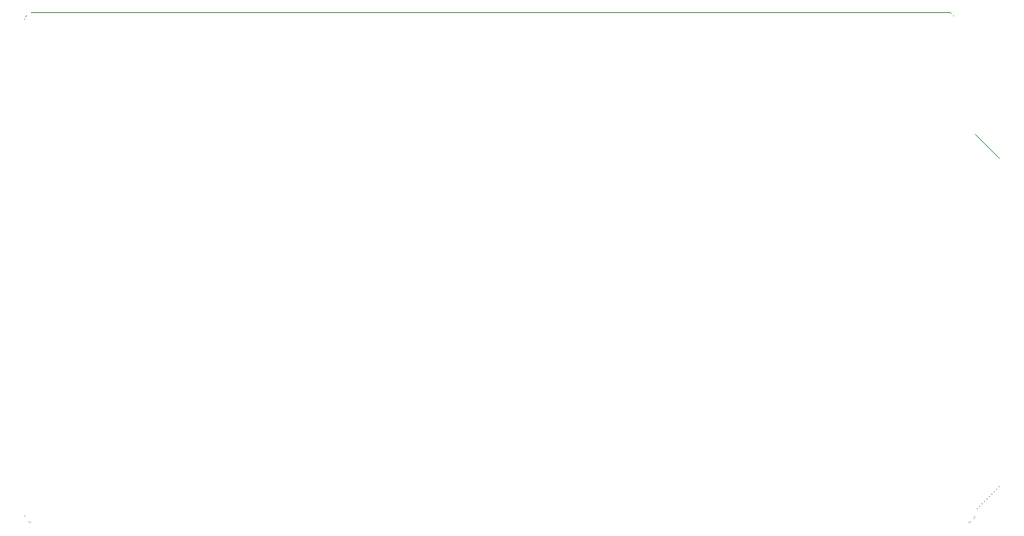
<source format=gbo>
G04 MADE WITH FRITZING*
G04 WWW.FRITZING.ORG*
G04 DOUBLE SIDED*
G04 HOLES PLATED*
G04 CONTOUR ON CENTER OF CONTOUR VECTOR*
%ASAXBY*%
%FSLAX23Y23*%
%MOIN*%
%OFA0B0*%
%SFA1.0B1.0*%
%ADD10R,0.001000X0.001000*%
%LNSILK0*%
G90*
G70*
G54D10*
X34Y2102D02*
X3800Y2102D01*
X31Y2101D02*
X33Y2101D01*
X3800Y2101D02*
X3801Y2101D01*
X28Y2100D02*
X30Y2100D01*
X3801Y2100D02*
X3802Y2100D01*
X26Y2099D02*
X27Y2099D01*
X3802Y2099D02*
X3803Y2099D01*
X24Y2098D02*
X25Y2098D01*
X3803Y2098D02*
X3804Y2098D01*
X23Y2097D02*
X24Y2097D01*
X3804Y2097D02*
X3805Y2097D01*
X21Y2096D02*
X22Y2096D01*
X3805Y2096D02*
X3806Y2096D01*
X20Y2095D02*
X21Y2095D01*
X3806Y2095D02*
X3807Y2095D01*
X19Y2094D02*
X19Y2094D01*
X3807Y2094D02*
X3808Y2094D01*
X18Y2093D02*
X18Y2093D01*
X3808Y2093D02*
X3809Y2093D01*
X17Y2092D02*
X17Y2092D01*
X3809Y2092D02*
X3810Y2092D01*
X16Y2091D02*
X16Y2091D01*
X3810Y2091D02*
X3811Y2091D01*
X15Y2090D02*
X15Y2090D01*
X3811Y2090D02*
X3812Y2090D01*
X14Y2089D02*
X15Y2089D01*
X3812Y2089D02*
X3813Y2089D01*
X14Y2088D02*
X14Y2088D01*
X3813Y2088D02*
X3814Y2088D01*
X13Y2087D02*
X13Y2087D01*
X3814Y2087D02*
X3815Y2087D01*
X12Y2086D02*
X12Y2086D01*
X3815Y2086D02*
X3816Y2086D01*
X12Y2085D02*
X12Y2085D01*
X3816Y2085D02*
X3817Y2085D01*
X11Y2084D02*
X11Y2084D01*
X3817Y2084D02*
X3818Y2084D01*
X11Y2083D02*
X11Y2083D01*
X3819Y2083D02*
X3819Y2083D01*
X10Y2082D02*
X10Y2082D01*
X3820Y2082D02*
X3820Y2082D01*
X10Y2081D02*
X10Y2081D01*
X3821Y2081D02*
X3821Y2081D01*
X9Y2080D02*
X9Y2080D01*
X3822Y2080D02*
X3822Y2080D01*
X9Y2079D02*
X9Y2079D01*
X3823Y2079D02*
X3823Y2079D01*
X9Y2078D02*
X9Y2078D01*
X3824Y2078D02*
X3824Y2078D01*
X8Y2077D02*
X8Y2077D01*
X3825Y2077D02*
X3825Y2077D01*
X8Y2076D02*
X8Y2076D01*
X3826Y2076D02*
X3826Y2076D01*
X8Y2075D02*
X8Y2075D01*
X3827Y2075D02*
X3827Y2075D01*
X8Y2074D02*
X8Y2074D01*
X3828Y2074D02*
X3828Y2074D01*
X8Y2073D02*
X8Y2073D01*
X3829Y2073D02*
X3829Y2073D01*
X7Y2072D02*
X7Y2072D01*
X3830Y2072D02*
X3830Y2072D01*
X7Y2071D02*
X7Y2071D01*
X3831Y2071D02*
X3831Y2071D01*
X7Y2070D02*
X7Y2070D01*
X3832Y2070D02*
X3832Y2070D01*
X7Y2069D02*
X7Y2069D01*
X3833Y2069D02*
X3833Y2069D01*
X7Y2068D02*
X7Y2068D01*
X3834Y2068D02*
X3834Y2068D01*
X7Y2067D02*
X7Y2067D01*
X3835Y2067D02*
X3835Y2067D01*
X7Y2066D02*
X7Y2066D01*
X3836Y2066D02*
X3836Y2066D01*
X7Y2065D02*
X7Y2065D01*
X3837Y2065D02*
X3837Y2065D01*
X7Y2064D02*
X7Y2064D01*
X3838Y2064D02*
X3838Y2064D01*
X7Y2063D02*
X7Y2063D01*
X3839Y2063D02*
X3839Y2063D01*
X7Y2062D02*
X7Y2062D01*
X3840Y2062D02*
X3840Y2062D01*
X7Y2061D02*
X7Y2061D01*
X3841Y2061D02*
X3841Y2061D01*
X7Y2060D02*
X7Y2060D01*
X3842Y2060D02*
X3842Y2060D01*
X7Y2059D02*
X7Y2059D01*
X3843Y2059D02*
X3843Y2059D01*
X7Y2058D02*
X7Y2058D01*
X3844Y2058D02*
X3844Y2058D01*
X7Y2057D02*
X7Y2057D01*
X3845Y2057D02*
X3845Y2057D01*
X7Y2056D02*
X7Y2056D01*
X3846Y2056D02*
X3846Y2056D01*
X7Y2055D02*
X7Y2055D01*
X3847Y2055D02*
X3847Y2055D01*
X7Y2054D02*
X7Y2054D01*
X3848Y2054D02*
X3848Y2054D01*
X7Y2053D02*
X7Y2053D01*
X3849Y2053D02*
X3849Y2053D01*
X7Y2052D02*
X7Y2052D01*
X3850Y2052D02*
X3850Y2052D01*
X7Y2051D02*
X7Y2051D01*
X3851Y2051D02*
X3851Y2051D01*
X7Y2050D02*
X7Y2050D01*
X3852Y2050D02*
X3852Y2050D01*
X7Y2049D02*
X7Y2049D01*
X3853Y2049D02*
X3853Y2049D01*
X7Y2048D02*
X7Y2048D01*
X3854Y2048D02*
X3854Y2048D01*
X7Y2047D02*
X7Y2047D01*
X3855Y2047D02*
X3855Y2047D01*
X7Y2046D02*
X7Y2046D01*
X3856Y2046D02*
X3856Y2046D01*
X7Y2045D02*
X7Y2045D01*
X3857Y2045D02*
X3857Y2045D01*
X7Y2044D02*
X7Y2044D01*
X3858Y2044D02*
X3858Y2044D01*
X7Y2043D02*
X7Y2043D01*
X3859Y2043D02*
X3859Y2043D01*
X7Y2042D02*
X7Y2042D01*
X3860Y2042D02*
X3860Y2042D01*
X7Y2041D02*
X7Y2041D01*
X3861Y2041D02*
X3861Y2041D01*
X7Y2040D02*
X7Y2040D01*
X3862Y2040D02*
X3862Y2040D01*
X7Y2039D02*
X7Y2039D01*
X3863Y2039D02*
X3863Y2039D01*
X7Y2038D02*
X7Y2038D01*
X3864Y2038D02*
X3864Y2038D01*
X7Y2037D02*
X7Y2037D01*
X3865Y2037D02*
X3865Y2037D01*
X7Y2036D02*
X7Y2036D01*
X3866Y2036D02*
X3866Y2036D01*
X7Y2035D02*
X7Y2035D01*
X3867Y2035D02*
X3867Y2035D01*
X7Y2034D02*
X7Y2034D01*
X3868Y2034D02*
X3868Y2034D01*
X7Y2033D02*
X7Y2033D01*
X3869Y2033D02*
X3869Y2033D01*
X7Y2032D02*
X7Y2032D01*
X3870Y2032D02*
X3870Y2032D01*
X7Y2031D02*
X7Y2031D01*
X3871Y2031D02*
X3871Y2031D01*
X7Y2030D02*
X7Y2030D01*
X3872Y2030D02*
X3872Y2030D01*
X7Y2029D02*
X7Y2029D01*
X3873Y2029D02*
X3873Y2029D01*
X7Y2028D02*
X7Y2028D01*
X3874Y2028D02*
X3874Y2028D01*
X7Y2027D02*
X7Y2027D01*
X3875Y2027D02*
X3875Y2027D01*
X7Y2026D02*
X7Y2026D01*
X3876Y2026D02*
X3876Y2026D01*
X7Y2025D02*
X7Y2025D01*
X3877Y2025D02*
X3877Y2025D01*
X7Y2024D02*
X7Y2024D01*
X3878Y2024D02*
X3878Y2024D01*
X7Y2023D02*
X7Y2023D01*
X3879Y2023D02*
X3879Y2023D01*
X7Y2022D02*
X7Y2022D01*
X3880Y2022D02*
X3880Y2022D01*
X7Y2021D02*
X7Y2021D01*
X3881Y2021D02*
X3881Y2021D01*
X7Y2020D02*
X7Y2020D01*
X3882Y2020D02*
X3882Y2020D01*
X7Y2019D02*
X7Y2019D01*
X3883Y2019D02*
X3883Y2019D01*
X7Y2018D02*
X7Y2018D01*
X3884Y2018D02*
X3884Y2018D01*
X7Y2017D02*
X7Y2017D01*
X3885Y2017D02*
X3885Y2017D01*
X7Y2016D02*
X7Y2016D01*
X3886Y2016D02*
X3886Y2016D01*
X7Y2015D02*
X7Y2015D01*
X3887Y2015D02*
X3887Y2015D01*
X7Y2014D02*
X7Y2014D01*
X3888Y2014D02*
X3888Y2014D01*
X7Y2013D02*
X7Y2013D01*
X3889Y2013D02*
X3889Y2013D01*
X7Y2012D02*
X7Y2012D01*
X3890Y2012D02*
X3890Y2012D01*
X7Y2011D02*
X7Y2011D01*
X3891Y2011D02*
X3891Y2011D01*
X7Y2010D02*
X7Y2010D01*
X3892Y2010D02*
X3892Y2010D01*
X7Y2009D02*
X7Y2009D01*
X3893Y2009D02*
X3893Y2009D01*
X7Y2008D02*
X7Y2008D01*
X3894Y2008D02*
X3894Y2008D01*
X7Y2007D02*
X7Y2007D01*
X3895Y2007D02*
X3895Y2007D01*
X7Y2006D02*
X7Y2006D01*
X3896Y2006D02*
X3896Y2006D01*
X7Y2005D02*
X7Y2005D01*
X3897Y2005D02*
X3897Y2005D01*
X7Y2004D02*
X7Y2004D01*
X3898Y2004D02*
X3898Y2004D01*
X7Y2003D02*
X7Y2003D01*
X3899Y2003D02*
X3899Y2003D01*
X7Y2002D02*
X7Y2002D01*
X3899Y2002D02*
X3899Y2002D01*
X7Y2001D02*
X7Y2001D01*
X3899Y2001D02*
X3899Y2001D01*
X7Y2000D02*
X7Y2000D01*
X3899Y2000D02*
X3899Y2000D01*
X7Y1999D02*
X7Y1999D01*
X3899Y1999D02*
X3899Y1999D01*
X7Y1998D02*
X7Y1998D01*
X3899Y1998D02*
X3899Y1998D01*
X7Y1997D02*
X7Y1997D01*
X3899Y1997D02*
X3899Y1997D01*
X7Y1996D02*
X7Y1996D01*
X3899Y1996D02*
X3899Y1996D01*
X7Y1995D02*
X7Y1995D01*
X3899Y1995D02*
X3899Y1995D01*
X7Y1994D02*
X7Y1994D01*
X3899Y1994D02*
X3899Y1994D01*
X7Y1993D02*
X7Y1993D01*
X3899Y1993D02*
X3899Y1993D01*
X7Y1992D02*
X7Y1992D01*
X3899Y1992D02*
X3899Y1992D01*
X7Y1991D02*
X7Y1991D01*
X3899Y1991D02*
X3899Y1991D01*
X7Y1990D02*
X7Y1990D01*
X3899Y1990D02*
X3899Y1990D01*
X7Y1989D02*
X7Y1989D01*
X3899Y1989D02*
X3899Y1989D01*
X7Y1988D02*
X7Y1988D01*
X3899Y1988D02*
X3899Y1988D01*
X7Y1987D02*
X7Y1987D01*
X3899Y1987D02*
X3899Y1987D01*
X7Y1986D02*
X7Y1986D01*
X3899Y1986D02*
X3899Y1986D01*
X7Y1985D02*
X7Y1985D01*
X3899Y1985D02*
X3899Y1985D01*
X7Y1984D02*
X7Y1984D01*
X3899Y1984D02*
X3899Y1984D01*
X7Y1983D02*
X7Y1983D01*
X3899Y1983D02*
X3899Y1983D01*
X7Y1982D02*
X7Y1982D01*
X3899Y1982D02*
X3899Y1982D01*
X7Y1981D02*
X7Y1981D01*
X3899Y1981D02*
X3899Y1981D01*
X7Y1980D02*
X7Y1980D01*
X3899Y1980D02*
X3899Y1980D01*
X7Y1979D02*
X7Y1979D01*
X3899Y1979D02*
X3899Y1979D01*
X7Y1978D02*
X7Y1978D01*
X3899Y1978D02*
X3899Y1978D01*
X7Y1977D02*
X7Y1977D01*
X3899Y1977D02*
X3899Y1977D01*
X7Y1976D02*
X7Y1976D01*
X3899Y1976D02*
X3899Y1976D01*
X7Y1975D02*
X7Y1975D01*
X3899Y1975D02*
X3899Y1975D01*
X7Y1974D02*
X7Y1974D01*
X3899Y1974D02*
X3899Y1974D01*
X7Y1973D02*
X7Y1973D01*
X3899Y1973D02*
X3899Y1973D01*
X7Y1972D02*
X7Y1972D01*
X3899Y1972D02*
X3899Y1972D01*
X7Y1971D02*
X7Y1971D01*
X3899Y1971D02*
X3899Y1971D01*
X7Y1970D02*
X7Y1970D01*
X3899Y1970D02*
X3899Y1970D01*
X7Y1969D02*
X7Y1969D01*
X3899Y1969D02*
X3899Y1969D01*
X7Y1968D02*
X7Y1968D01*
X3899Y1968D02*
X3899Y1968D01*
X7Y1967D02*
X7Y1967D01*
X3899Y1967D02*
X3899Y1967D01*
X7Y1966D02*
X7Y1966D01*
X3899Y1966D02*
X3899Y1966D01*
X7Y1965D02*
X7Y1965D01*
X3899Y1965D02*
X3899Y1965D01*
X7Y1964D02*
X7Y1964D01*
X3899Y1964D02*
X3899Y1964D01*
X7Y1963D02*
X7Y1963D01*
X3899Y1963D02*
X3899Y1963D01*
X7Y1962D02*
X7Y1962D01*
X3899Y1962D02*
X3899Y1962D01*
X7Y1961D02*
X7Y1961D01*
X3899Y1961D02*
X3899Y1961D01*
X7Y1960D02*
X7Y1960D01*
X3899Y1960D02*
X3899Y1960D01*
X7Y1959D02*
X7Y1959D01*
X3899Y1959D02*
X3899Y1959D01*
X7Y1958D02*
X7Y1958D01*
X3899Y1958D02*
X3899Y1958D01*
X7Y1957D02*
X7Y1957D01*
X3899Y1957D02*
X3899Y1957D01*
X7Y1956D02*
X7Y1956D01*
X3899Y1956D02*
X3899Y1956D01*
X7Y1955D02*
X7Y1955D01*
X3899Y1955D02*
X3899Y1955D01*
X7Y1954D02*
X7Y1954D01*
X3899Y1954D02*
X3899Y1954D01*
X7Y1953D02*
X7Y1953D01*
X3899Y1953D02*
X3899Y1953D01*
X7Y1952D02*
X7Y1952D01*
X3899Y1952D02*
X3899Y1952D01*
X7Y1951D02*
X7Y1951D01*
X3899Y1951D02*
X3899Y1951D01*
X7Y1950D02*
X7Y1950D01*
X3899Y1950D02*
X3899Y1950D01*
X7Y1949D02*
X7Y1949D01*
X3899Y1949D02*
X3899Y1949D01*
X7Y1948D02*
X7Y1948D01*
X3899Y1948D02*
X3899Y1948D01*
X7Y1947D02*
X7Y1947D01*
X3899Y1947D02*
X3899Y1947D01*
X7Y1946D02*
X7Y1946D01*
X3899Y1946D02*
X3899Y1946D01*
X7Y1945D02*
X7Y1945D01*
X3899Y1945D02*
X3899Y1945D01*
X7Y1944D02*
X7Y1944D01*
X3899Y1944D02*
X3899Y1944D01*
X7Y1943D02*
X7Y1943D01*
X3899Y1943D02*
X3899Y1943D01*
X7Y1942D02*
X7Y1942D01*
X3899Y1942D02*
X3899Y1942D01*
X7Y1941D02*
X7Y1941D01*
X3899Y1941D02*
X3899Y1941D01*
X7Y1940D02*
X7Y1940D01*
X3899Y1940D02*
X3899Y1940D01*
X7Y1939D02*
X7Y1939D01*
X3899Y1939D02*
X3899Y1939D01*
X7Y1938D02*
X7Y1938D01*
X3899Y1938D02*
X3899Y1938D01*
X7Y1937D02*
X7Y1937D01*
X3899Y1937D02*
X3899Y1937D01*
X7Y1936D02*
X7Y1936D01*
X3899Y1936D02*
X3899Y1936D01*
X7Y1935D02*
X7Y1935D01*
X3899Y1935D02*
X3899Y1935D01*
X7Y1934D02*
X7Y1934D01*
X3899Y1934D02*
X3899Y1934D01*
X7Y1933D02*
X7Y1933D01*
X3899Y1933D02*
X3899Y1933D01*
X7Y1932D02*
X7Y1932D01*
X3899Y1932D02*
X3899Y1932D01*
X7Y1931D02*
X7Y1931D01*
X3899Y1931D02*
X3899Y1931D01*
X7Y1930D02*
X7Y1930D01*
X3899Y1930D02*
X3899Y1930D01*
X7Y1929D02*
X7Y1929D01*
X3899Y1929D02*
X3899Y1929D01*
X7Y1928D02*
X7Y1928D01*
X3899Y1928D02*
X3899Y1928D01*
X7Y1927D02*
X7Y1927D01*
X3899Y1927D02*
X3899Y1927D01*
X7Y1926D02*
X7Y1926D01*
X3899Y1926D02*
X3899Y1926D01*
X7Y1925D02*
X7Y1925D01*
X3899Y1925D02*
X3899Y1925D01*
X7Y1924D02*
X7Y1924D01*
X3899Y1924D02*
X3899Y1924D01*
X7Y1923D02*
X7Y1923D01*
X3899Y1923D02*
X3899Y1923D01*
X7Y1922D02*
X7Y1922D01*
X3899Y1922D02*
X3899Y1922D01*
X7Y1921D02*
X7Y1921D01*
X3899Y1921D02*
X3899Y1921D01*
X7Y1920D02*
X7Y1920D01*
X3899Y1920D02*
X3899Y1920D01*
X7Y1919D02*
X7Y1919D01*
X3899Y1919D02*
X3899Y1919D01*
X7Y1918D02*
X7Y1918D01*
X3899Y1918D02*
X3899Y1918D01*
X7Y1917D02*
X7Y1917D01*
X3899Y1917D02*
X3899Y1917D01*
X7Y1916D02*
X7Y1916D01*
X3899Y1916D02*
X3899Y1916D01*
X7Y1915D02*
X7Y1915D01*
X3899Y1915D02*
X3899Y1915D01*
X7Y1914D02*
X7Y1914D01*
X3899Y1914D02*
X3899Y1914D01*
X7Y1913D02*
X7Y1913D01*
X3899Y1913D02*
X3899Y1913D01*
X7Y1912D02*
X7Y1912D01*
X3899Y1912D02*
X3899Y1912D01*
X7Y1911D02*
X7Y1911D01*
X3899Y1911D02*
X3899Y1911D01*
X7Y1910D02*
X7Y1910D01*
X3899Y1910D02*
X3899Y1910D01*
X7Y1909D02*
X7Y1909D01*
X3899Y1909D02*
X3899Y1909D01*
X7Y1908D02*
X7Y1908D01*
X3899Y1908D02*
X3899Y1908D01*
X7Y1907D02*
X7Y1907D01*
X3899Y1907D02*
X3899Y1907D01*
X7Y1906D02*
X7Y1906D01*
X3899Y1906D02*
X3899Y1906D01*
X7Y1905D02*
X7Y1905D01*
X3899Y1905D02*
X3899Y1905D01*
X7Y1904D02*
X7Y1904D01*
X3899Y1904D02*
X3899Y1904D01*
X7Y1903D02*
X7Y1903D01*
X3899Y1903D02*
X3899Y1903D01*
X7Y1902D02*
X7Y1902D01*
X3899Y1902D02*
X3899Y1902D01*
X7Y1901D02*
X7Y1901D01*
X3899Y1901D02*
X3899Y1901D01*
X7Y1900D02*
X7Y1900D01*
X3899Y1900D02*
X3899Y1900D01*
X7Y1899D02*
X7Y1899D01*
X3899Y1899D02*
X3899Y1899D01*
X7Y1898D02*
X7Y1898D01*
X3899Y1898D02*
X3899Y1898D01*
X7Y1897D02*
X7Y1897D01*
X3899Y1897D02*
X3899Y1897D01*
X7Y1896D02*
X7Y1896D01*
X3899Y1896D02*
X3899Y1896D01*
X7Y1895D02*
X7Y1895D01*
X3899Y1895D02*
X3899Y1895D01*
X7Y1894D02*
X7Y1894D01*
X3899Y1894D02*
X3899Y1894D01*
X7Y1893D02*
X7Y1893D01*
X3899Y1893D02*
X3899Y1893D01*
X7Y1892D02*
X7Y1892D01*
X3899Y1892D02*
X3899Y1892D01*
X7Y1891D02*
X7Y1891D01*
X3899Y1891D02*
X3899Y1891D01*
X7Y1890D02*
X7Y1890D01*
X3899Y1890D02*
X3899Y1890D01*
X7Y1889D02*
X7Y1889D01*
X3899Y1889D02*
X3899Y1889D01*
X7Y1888D02*
X7Y1888D01*
X3899Y1888D02*
X3899Y1888D01*
X7Y1887D02*
X7Y1887D01*
X3899Y1887D02*
X3899Y1887D01*
X7Y1886D02*
X7Y1886D01*
X3899Y1886D02*
X3899Y1886D01*
X7Y1885D02*
X7Y1885D01*
X3899Y1885D02*
X3899Y1885D01*
X7Y1884D02*
X7Y1884D01*
X3899Y1884D02*
X3899Y1884D01*
X7Y1883D02*
X7Y1883D01*
X3899Y1883D02*
X3899Y1883D01*
X7Y1882D02*
X7Y1882D01*
X3899Y1882D02*
X3899Y1882D01*
X7Y1881D02*
X7Y1881D01*
X3899Y1881D02*
X3899Y1881D01*
X7Y1880D02*
X7Y1880D01*
X3899Y1880D02*
X3899Y1880D01*
X7Y1879D02*
X7Y1879D01*
X3899Y1879D02*
X3899Y1879D01*
X7Y1878D02*
X7Y1878D01*
X3899Y1878D02*
X3899Y1878D01*
X7Y1877D02*
X7Y1877D01*
X3899Y1877D02*
X3899Y1877D01*
X7Y1876D02*
X7Y1876D01*
X3899Y1876D02*
X3899Y1876D01*
X7Y1875D02*
X7Y1875D01*
X3899Y1875D02*
X3899Y1875D01*
X7Y1874D02*
X7Y1874D01*
X3899Y1874D02*
X3899Y1874D01*
X7Y1873D02*
X7Y1873D01*
X3899Y1873D02*
X3899Y1873D01*
X7Y1872D02*
X7Y1872D01*
X3899Y1872D02*
X3899Y1872D01*
X7Y1871D02*
X7Y1871D01*
X3899Y1871D02*
X3899Y1871D01*
X7Y1870D02*
X7Y1870D01*
X3899Y1870D02*
X3899Y1870D01*
X7Y1869D02*
X7Y1869D01*
X3899Y1869D02*
X3899Y1869D01*
X7Y1868D02*
X7Y1868D01*
X3899Y1868D02*
X3899Y1868D01*
X7Y1867D02*
X7Y1867D01*
X3899Y1867D02*
X3899Y1867D01*
X7Y1866D02*
X7Y1866D01*
X3899Y1866D02*
X3899Y1866D01*
X7Y1865D02*
X7Y1865D01*
X3899Y1865D02*
X3899Y1865D01*
X7Y1864D02*
X7Y1864D01*
X3899Y1864D02*
X3899Y1864D01*
X7Y1863D02*
X7Y1863D01*
X3899Y1863D02*
X3899Y1863D01*
X7Y1862D02*
X7Y1862D01*
X3899Y1862D02*
X3899Y1862D01*
X7Y1861D02*
X7Y1861D01*
X3899Y1861D02*
X3899Y1861D01*
X7Y1860D02*
X7Y1860D01*
X3899Y1860D02*
X3899Y1860D01*
X7Y1859D02*
X7Y1859D01*
X3899Y1859D02*
X3899Y1859D01*
X7Y1858D02*
X7Y1858D01*
X3899Y1858D02*
X3899Y1858D01*
X7Y1857D02*
X7Y1857D01*
X3899Y1857D02*
X3899Y1857D01*
X7Y1856D02*
X7Y1856D01*
X3899Y1856D02*
X3899Y1856D01*
X7Y1855D02*
X7Y1855D01*
X3899Y1855D02*
X3899Y1855D01*
X7Y1854D02*
X7Y1854D01*
X3899Y1854D02*
X3899Y1854D01*
X7Y1853D02*
X7Y1853D01*
X3899Y1853D02*
X3899Y1853D01*
X7Y1852D02*
X7Y1852D01*
X3899Y1852D02*
X3899Y1852D01*
X7Y1851D02*
X7Y1851D01*
X3899Y1851D02*
X3899Y1851D01*
X7Y1850D02*
X7Y1850D01*
X3899Y1850D02*
X3899Y1850D01*
X7Y1849D02*
X7Y1849D01*
X3899Y1849D02*
X3899Y1849D01*
X7Y1848D02*
X7Y1848D01*
X3899Y1848D02*
X3899Y1848D01*
X7Y1847D02*
X7Y1847D01*
X3899Y1847D02*
X3899Y1847D01*
X7Y1846D02*
X7Y1846D01*
X3899Y1846D02*
X3899Y1846D01*
X7Y1845D02*
X7Y1845D01*
X3899Y1845D02*
X3899Y1845D01*
X7Y1844D02*
X7Y1844D01*
X3899Y1844D02*
X3899Y1844D01*
X7Y1843D02*
X7Y1843D01*
X3899Y1843D02*
X3899Y1843D01*
X7Y1842D02*
X7Y1842D01*
X3899Y1842D02*
X3899Y1842D01*
X7Y1841D02*
X7Y1841D01*
X3899Y1841D02*
X3899Y1841D01*
X7Y1840D02*
X7Y1840D01*
X3899Y1840D02*
X3899Y1840D01*
X7Y1839D02*
X7Y1839D01*
X3899Y1839D02*
X3899Y1839D01*
X7Y1838D02*
X7Y1838D01*
X3899Y1838D02*
X3899Y1838D01*
X7Y1837D02*
X7Y1837D01*
X3899Y1837D02*
X3899Y1837D01*
X7Y1836D02*
X7Y1836D01*
X3899Y1836D02*
X3899Y1836D01*
X7Y1835D02*
X7Y1835D01*
X3899Y1835D02*
X3899Y1835D01*
X7Y1834D02*
X7Y1834D01*
X3899Y1834D02*
X3899Y1834D01*
X7Y1833D02*
X7Y1833D01*
X3899Y1833D02*
X3899Y1833D01*
X7Y1832D02*
X7Y1832D01*
X3899Y1832D02*
X3899Y1832D01*
X7Y1831D02*
X7Y1831D01*
X3899Y1831D02*
X3899Y1831D01*
X7Y1830D02*
X7Y1830D01*
X3899Y1830D02*
X3899Y1830D01*
X7Y1829D02*
X7Y1829D01*
X3899Y1829D02*
X3899Y1829D01*
X7Y1828D02*
X7Y1828D01*
X3899Y1828D02*
X3899Y1828D01*
X7Y1827D02*
X7Y1827D01*
X3899Y1827D02*
X3899Y1827D01*
X7Y1826D02*
X7Y1826D01*
X3899Y1826D02*
X3899Y1826D01*
X7Y1825D02*
X7Y1825D01*
X3899Y1825D02*
X3899Y1825D01*
X7Y1824D02*
X7Y1824D01*
X3899Y1824D02*
X3899Y1824D01*
X7Y1823D02*
X7Y1823D01*
X3899Y1823D02*
X3899Y1823D01*
X7Y1822D02*
X7Y1822D01*
X3899Y1822D02*
X3899Y1822D01*
X7Y1821D02*
X7Y1821D01*
X3899Y1821D02*
X3899Y1821D01*
X7Y1820D02*
X7Y1820D01*
X3899Y1820D02*
X3899Y1820D01*
X7Y1819D02*
X7Y1819D01*
X3899Y1819D02*
X3899Y1819D01*
X7Y1818D02*
X7Y1818D01*
X3899Y1818D02*
X3899Y1818D01*
X7Y1817D02*
X7Y1817D01*
X3899Y1817D02*
X3899Y1817D01*
X7Y1816D02*
X7Y1816D01*
X3899Y1816D02*
X3899Y1816D01*
X7Y1815D02*
X7Y1815D01*
X3899Y1815D02*
X3899Y1815D01*
X7Y1814D02*
X7Y1814D01*
X3899Y1814D02*
X3899Y1814D01*
X7Y1813D02*
X7Y1813D01*
X3899Y1813D02*
X3899Y1813D01*
X7Y1812D02*
X7Y1812D01*
X3899Y1812D02*
X3899Y1812D01*
X7Y1811D02*
X7Y1811D01*
X3899Y1811D02*
X3899Y1811D01*
X7Y1810D02*
X7Y1810D01*
X3899Y1810D02*
X3899Y1810D01*
X7Y1809D02*
X7Y1809D01*
X3899Y1809D02*
X3899Y1809D01*
X7Y1808D02*
X7Y1808D01*
X3899Y1808D02*
X3899Y1808D01*
X7Y1807D02*
X7Y1807D01*
X3899Y1807D02*
X3899Y1807D01*
X7Y1806D02*
X7Y1806D01*
X3899Y1806D02*
X3899Y1806D01*
X7Y1805D02*
X7Y1805D01*
X3899Y1805D02*
X3899Y1805D01*
X7Y1804D02*
X7Y1804D01*
X3899Y1804D02*
X3899Y1804D01*
X7Y1803D02*
X7Y1803D01*
X3899Y1803D02*
X3899Y1803D01*
X7Y1802D02*
X7Y1802D01*
X3899Y1802D02*
X3899Y1802D01*
X7Y1801D02*
X7Y1801D01*
X3899Y1801D02*
X3899Y1801D01*
X7Y1800D02*
X7Y1800D01*
X3899Y1800D02*
X3899Y1800D01*
X7Y1799D02*
X7Y1799D01*
X3899Y1799D02*
X3899Y1799D01*
X7Y1798D02*
X7Y1798D01*
X3899Y1798D02*
X3899Y1798D01*
X7Y1797D02*
X7Y1797D01*
X3899Y1797D02*
X3899Y1797D01*
X7Y1796D02*
X7Y1796D01*
X3899Y1796D02*
X3899Y1796D01*
X7Y1795D02*
X7Y1795D01*
X3899Y1795D02*
X3899Y1795D01*
X7Y1794D02*
X7Y1794D01*
X3899Y1794D02*
X3899Y1794D01*
X7Y1793D02*
X7Y1793D01*
X3899Y1793D02*
X3899Y1793D01*
X7Y1792D02*
X7Y1792D01*
X3899Y1792D02*
X3899Y1792D01*
X7Y1791D02*
X7Y1791D01*
X3899Y1791D02*
X3899Y1791D01*
X7Y1790D02*
X7Y1790D01*
X3899Y1790D02*
X3899Y1790D01*
X7Y1789D02*
X7Y1789D01*
X3899Y1789D02*
X3899Y1789D01*
X7Y1788D02*
X7Y1788D01*
X3899Y1788D02*
X3899Y1788D01*
X7Y1787D02*
X7Y1787D01*
X3899Y1787D02*
X3899Y1787D01*
X7Y1786D02*
X7Y1786D01*
X3899Y1786D02*
X3899Y1786D01*
X7Y1785D02*
X7Y1785D01*
X3899Y1785D02*
X3899Y1785D01*
X7Y1784D02*
X7Y1784D01*
X3899Y1784D02*
X3899Y1784D01*
X7Y1783D02*
X7Y1783D01*
X3899Y1783D02*
X3899Y1783D01*
X7Y1782D02*
X7Y1782D01*
X3899Y1782D02*
X3899Y1782D01*
X7Y1781D02*
X7Y1781D01*
X3899Y1781D02*
X3899Y1781D01*
X7Y1780D02*
X7Y1780D01*
X3899Y1780D02*
X3899Y1780D01*
X7Y1779D02*
X7Y1779D01*
X3899Y1779D02*
X3899Y1779D01*
X7Y1778D02*
X7Y1778D01*
X3899Y1778D02*
X3899Y1778D01*
X7Y1777D02*
X7Y1777D01*
X3899Y1777D02*
X3899Y1777D01*
X7Y1776D02*
X7Y1776D01*
X3899Y1776D02*
X3899Y1776D01*
X7Y1775D02*
X7Y1775D01*
X3899Y1775D02*
X3899Y1775D01*
X7Y1774D02*
X7Y1774D01*
X3899Y1774D02*
X3899Y1774D01*
X7Y1773D02*
X7Y1773D01*
X3899Y1773D02*
X3899Y1773D01*
X7Y1772D02*
X7Y1772D01*
X3899Y1772D02*
X3899Y1772D01*
X7Y1771D02*
X7Y1771D01*
X3899Y1771D02*
X3899Y1771D01*
X7Y1770D02*
X7Y1770D01*
X3899Y1770D02*
X3899Y1770D01*
X7Y1769D02*
X7Y1769D01*
X3899Y1769D02*
X3899Y1769D01*
X7Y1768D02*
X7Y1768D01*
X3899Y1768D02*
X3899Y1768D01*
X7Y1767D02*
X7Y1767D01*
X3899Y1767D02*
X3899Y1767D01*
X7Y1766D02*
X7Y1766D01*
X3899Y1766D02*
X3899Y1766D01*
X7Y1765D02*
X7Y1765D01*
X3899Y1765D02*
X3899Y1765D01*
X7Y1764D02*
X7Y1764D01*
X3899Y1764D02*
X3899Y1764D01*
X7Y1763D02*
X7Y1763D01*
X3899Y1763D02*
X3899Y1763D01*
X7Y1762D02*
X7Y1762D01*
X3899Y1762D02*
X3899Y1762D01*
X7Y1761D02*
X7Y1761D01*
X3899Y1761D02*
X3899Y1761D01*
X7Y1760D02*
X7Y1760D01*
X3899Y1760D02*
X3899Y1760D01*
X7Y1759D02*
X7Y1759D01*
X3899Y1759D02*
X3899Y1759D01*
X7Y1758D02*
X7Y1758D01*
X3899Y1758D02*
X3899Y1758D01*
X7Y1757D02*
X7Y1757D01*
X3899Y1757D02*
X3899Y1757D01*
X7Y1756D02*
X7Y1756D01*
X3899Y1756D02*
X3899Y1756D01*
X7Y1755D02*
X7Y1755D01*
X3899Y1755D02*
X3899Y1755D01*
X7Y1754D02*
X7Y1754D01*
X3899Y1754D02*
X3899Y1754D01*
X7Y1753D02*
X7Y1753D01*
X3899Y1753D02*
X3899Y1753D01*
X7Y1752D02*
X7Y1752D01*
X3899Y1752D02*
X3899Y1752D01*
X7Y1751D02*
X7Y1751D01*
X3899Y1751D02*
X3899Y1751D01*
X7Y1750D02*
X7Y1750D01*
X3899Y1750D02*
X3899Y1750D01*
X7Y1749D02*
X7Y1749D01*
X3899Y1749D02*
X3899Y1749D01*
X7Y1748D02*
X7Y1748D01*
X3899Y1748D02*
X3899Y1748D01*
X7Y1747D02*
X7Y1747D01*
X3899Y1747D02*
X3899Y1747D01*
X7Y1746D02*
X7Y1746D01*
X3899Y1746D02*
X3899Y1746D01*
X7Y1745D02*
X7Y1745D01*
X3899Y1745D02*
X3899Y1745D01*
X7Y1744D02*
X7Y1744D01*
X3899Y1744D02*
X3899Y1744D01*
X7Y1743D02*
X7Y1743D01*
X3899Y1743D02*
X3899Y1743D01*
X7Y1742D02*
X7Y1742D01*
X3899Y1742D02*
X3899Y1742D01*
X7Y1741D02*
X7Y1741D01*
X3899Y1741D02*
X3899Y1741D01*
X7Y1740D02*
X7Y1740D01*
X3899Y1740D02*
X3899Y1740D01*
X7Y1739D02*
X7Y1739D01*
X3899Y1739D02*
X3899Y1739D01*
X7Y1738D02*
X7Y1738D01*
X3899Y1738D02*
X3899Y1738D01*
X7Y1737D02*
X7Y1737D01*
X3899Y1737D02*
X3899Y1737D01*
X7Y1736D02*
X7Y1736D01*
X3899Y1736D02*
X3899Y1736D01*
X7Y1735D02*
X7Y1735D01*
X3899Y1735D02*
X3899Y1735D01*
X7Y1734D02*
X7Y1734D01*
X3899Y1734D02*
X3899Y1734D01*
X7Y1733D02*
X7Y1733D01*
X3899Y1733D02*
X3899Y1733D01*
X7Y1732D02*
X7Y1732D01*
X3899Y1732D02*
X3899Y1732D01*
X7Y1731D02*
X7Y1731D01*
X3899Y1731D02*
X3899Y1731D01*
X7Y1730D02*
X7Y1730D01*
X3899Y1730D02*
X3899Y1730D01*
X7Y1729D02*
X7Y1729D01*
X3899Y1729D02*
X3899Y1729D01*
X7Y1728D02*
X7Y1728D01*
X3899Y1728D02*
X3899Y1728D01*
X7Y1727D02*
X7Y1727D01*
X3899Y1727D02*
X3899Y1727D01*
X7Y1726D02*
X7Y1726D01*
X3899Y1726D02*
X3899Y1726D01*
X7Y1725D02*
X7Y1725D01*
X3899Y1725D02*
X3899Y1725D01*
X7Y1724D02*
X7Y1724D01*
X3899Y1724D02*
X3899Y1724D01*
X7Y1723D02*
X7Y1723D01*
X3899Y1723D02*
X3899Y1723D01*
X7Y1722D02*
X7Y1722D01*
X3899Y1722D02*
X3899Y1722D01*
X7Y1721D02*
X7Y1721D01*
X3899Y1721D02*
X3899Y1721D01*
X7Y1720D02*
X7Y1720D01*
X3899Y1720D02*
X3899Y1720D01*
X7Y1719D02*
X7Y1719D01*
X3899Y1719D02*
X3899Y1719D01*
X7Y1718D02*
X7Y1718D01*
X3899Y1718D02*
X3899Y1718D01*
X7Y1717D02*
X7Y1717D01*
X3899Y1717D02*
X3899Y1717D01*
X7Y1716D02*
X7Y1716D01*
X3899Y1716D02*
X3899Y1716D01*
X7Y1715D02*
X7Y1715D01*
X3899Y1715D02*
X3899Y1715D01*
X7Y1714D02*
X7Y1714D01*
X3899Y1714D02*
X3899Y1714D01*
X7Y1713D02*
X7Y1713D01*
X3899Y1713D02*
X3899Y1713D01*
X7Y1712D02*
X7Y1712D01*
X3899Y1712D02*
X3899Y1712D01*
X7Y1711D02*
X7Y1711D01*
X3899Y1711D02*
X3899Y1711D01*
X7Y1710D02*
X7Y1710D01*
X3899Y1710D02*
X3899Y1710D01*
X7Y1709D02*
X7Y1709D01*
X3899Y1709D02*
X3899Y1709D01*
X7Y1708D02*
X7Y1708D01*
X3899Y1708D02*
X3899Y1708D01*
X7Y1707D02*
X7Y1707D01*
X3899Y1707D02*
X3899Y1707D01*
X7Y1706D02*
X7Y1706D01*
X3899Y1706D02*
X3899Y1706D01*
X7Y1705D02*
X7Y1705D01*
X3899Y1705D02*
X3899Y1705D01*
X7Y1704D02*
X7Y1704D01*
X3899Y1704D02*
X3899Y1704D01*
X7Y1703D02*
X7Y1703D01*
X3899Y1703D02*
X3899Y1703D01*
X7Y1702D02*
X7Y1702D01*
X3899Y1702D02*
X3899Y1702D01*
X7Y1701D02*
X7Y1701D01*
X3899Y1701D02*
X3899Y1701D01*
X7Y1700D02*
X7Y1700D01*
X3899Y1700D02*
X3899Y1700D01*
X7Y1699D02*
X7Y1699D01*
X3899Y1699D02*
X3899Y1699D01*
X7Y1698D02*
X7Y1698D01*
X3899Y1698D02*
X3899Y1698D01*
X7Y1697D02*
X7Y1697D01*
X3899Y1697D02*
X3899Y1697D01*
X7Y1696D02*
X7Y1696D01*
X3899Y1696D02*
X3899Y1696D01*
X7Y1695D02*
X7Y1695D01*
X3899Y1695D02*
X3899Y1695D01*
X7Y1694D02*
X7Y1694D01*
X3899Y1694D02*
X3899Y1694D01*
X7Y1693D02*
X7Y1693D01*
X3899Y1693D02*
X3899Y1693D01*
X7Y1692D02*
X7Y1692D01*
X3899Y1692D02*
X3899Y1692D01*
X7Y1691D02*
X7Y1691D01*
X3899Y1691D02*
X3899Y1691D01*
X7Y1690D02*
X7Y1690D01*
X3899Y1690D02*
X3899Y1690D01*
X7Y1689D02*
X7Y1689D01*
X3899Y1689D02*
X3899Y1689D01*
X7Y1688D02*
X7Y1688D01*
X3899Y1688D02*
X3899Y1688D01*
X7Y1687D02*
X7Y1687D01*
X3899Y1687D02*
X3899Y1687D01*
X7Y1686D02*
X7Y1686D01*
X3899Y1686D02*
X3899Y1686D01*
X7Y1685D02*
X7Y1685D01*
X3899Y1685D02*
X3899Y1685D01*
X7Y1684D02*
X7Y1684D01*
X3899Y1684D02*
X3899Y1684D01*
X7Y1683D02*
X7Y1683D01*
X3899Y1683D02*
X3899Y1683D01*
X7Y1682D02*
X7Y1682D01*
X3899Y1682D02*
X3899Y1682D01*
X7Y1681D02*
X7Y1681D01*
X3899Y1681D02*
X3899Y1681D01*
X7Y1680D02*
X7Y1680D01*
X3899Y1680D02*
X3899Y1680D01*
X7Y1679D02*
X7Y1679D01*
X3899Y1679D02*
X3899Y1679D01*
X7Y1678D02*
X7Y1678D01*
X3899Y1678D02*
X3899Y1678D01*
X7Y1677D02*
X7Y1677D01*
X3899Y1677D02*
X3899Y1677D01*
X7Y1676D02*
X7Y1676D01*
X3899Y1676D02*
X3899Y1676D01*
X7Y1675D02*
X7Y1675D01*
X3899Y1675D02*
X3899Y1675D01*
X7Y1674D02*
X7Y1674D01*
X3899Y1674D02*
X3899Y1674D01*
X7Y1673D02*
X7Y1673D01*
X3899Y1673D02*
X3899Y1673D01*
X7Y1672D02*
X7Y1672D01*
X3899Y1672D02*
X3899Y1672D01*
X7Y1671D02*
X7Y1671D01*
X3899Y1671D02*
X3899Y1671D01*
X7Y1670D02*
X7Y1670D01*
X3899Y1670D02*
X3899Y1670D01*
X7Y1669D02*
X7Y1669D01*
X3899Y1669D02*
X3899Y1669D01*
X7Y1668D02*
X7Y1668D01*
X3899Y1668D02*
X3899Y1668D01*
X7Y1667D02*
X7Y1667D01*
X3899Y1667D02*
X3899Y1667D01*
X7Y1666D02*
X7Y1666D01*
X3899Y1666D02*
X3899Y1666D01*
X7Y1665D02*
X7Y1665D01*
X3899Y1665D02*
X3899Y1665D01*
X7Y1664D02*
X7Y1664D01*
X3899Y1664D02*
X3899Y1664D01*
X7Y1663D02*
X7Y1663D01*
X3899Y1663D02*
X3899Y1663D01*
X7Y1662D02*
X7Y1662D01*
X3899Y1662D02*
X3899Y1662D01*
X7Y1661D02*
X7Y1661D01*
X3899Y1661D02*
X3899Y1661D01*
X7Y1660D02*
X7Y1660D01*
X3899Y1660D02*
X3899Y1660D01*
X7Y1659D02*
X7Y1659D01*
X3899Y1659D02*
X3899Y1659D01*
X7Y1658D02*
X7Y1658D01*
X3899Y1658D02*
X3899Y1658D01*
X7Y1657D02*
X7Y1657D01*
X3899Y1657D02*
X3899Y1657D01*
X7Y1656D02*
X7Y1656D01*
X3899Y1656D02*
X3899Y1656D01*
X7Y1655D02*
X7Y1655D01*
X3899Y1655D02*
X3899Y1655D01*
X7Y1654D02*
X7Y1654D01*
X3899Y1654D02*
X3899Y1654D01*
X7Y1653D02*
X7Y1653D01*
X3899Y1653D02*
X3899Y1653D01*
X7Y1652D02*
X7Y1652D01*
X3899Y1652D02*
X3899Y1652D01*
X7Y1651D02*
X7Y1651D01*
X3899Y1651D02*
X3899Y1651D01*
X7Y1650D02*
X7Y1650D01*
X3899Y1650D02*
X3899Y1650D01*
X7Y1649D02*
X7Y1649D01*
X3899Y1649D02*
X3899Y1649D01*
X7Y1648D02*
X7Y1648D01*
X3899Y1648D02*
X3899Y1648D01*
X7Y1647D02*
X7Y1647D01*
X3899Y1647D02*
X3899Y1647D01*
X7Y1646D02*
X7Y1646D01*
X3899Y1646D02*
X3899Y1646D01*
X7Y1645D02*
X7Y1645D01*
X3899Y1645D02*
X3899Y1645D01*
X7Y1644D02*
X7Y1644D01*
X3899Y1644D02*
X3899Y1644D01*
X7Y1643D02*
X7Y1643D01*
X3899Y1643D02*
X3899Y1643D01*
X7Y1642D02*
X7Y1642D01*
X3899Y1642D02*
X3899Y1642D01*
X7Y1641D02*
X7Y1641D01*
X3899Y1641D02*
X3899Y1641D01*
X7Y1640D02*
X7Y1640D01*
X3899Y1640D02*
X3899Y1640D01*
X7Y1639D02*
X7Y1639D01*
X3899Y1639D02*
X3899Y1639D01*
X7Y1638D02*
X7Y1638D01*
X3899Y1638D02*
X3899Y1638D01*
X7Y1637D02*
X7Y1637D01*
X3899Y1637D02*
X3899Y1637D01*
X7Y1636D02*
X7Y1636D01*
X3899Y1636D02*
X3899Y1636D01*
X7Y1635D02*
X7Y1635D01*
X3899Y1635D02*
X3899Y1635D01*
X7Y1634D02*
X7Y1634D01*
X3899Y1634D02*
X3899Y1634D01*
X7Y1633D02*
X7Y1633D01*
X3899Y1633D02*
X3899Y1633D01*
X7Y1632D02*
X7Y1632D01*
X3899Y1632D02*
X3899Y1632D01*
X7Y1631D02*
X7Y1631D01*
X3899Y1631D02*
X3899Y1631D01*
X7Y1630D02*
X7Y1630D01*
X3899Y1630D02*
X3899Y1630D01*
X7Y1629D02*
X7Y1629D01*
X3899Y1629D02*
X3899Y1629D01*
X7Y1628D02*
X7Y1628D01*
X3899Y1628D02*
X3899Y1628D01*
X7Y1627D02*
X7Y1627D01*
X3899Y1627D02*
X3899Y1627D01*
X7Y1626D02*
X7Y1626D01*
X3899Y1626D02*
X3899Y1626D01*
X7Y1625D02*
X7Y1625D01*
X3899Y1625D02*
X3899Y1625D01*
X7Y1624D02*
X7Y1624D01*
X3899Y1624D02*
X3899Y1624D01*
X7Y1623D02*
X7Y1623D01*
X3899Y1623D02*
X3899Y1623D01*
X7Y1622D02*
X7Y1622D01*
X3899Y1622D02*
X3899Y1622D01*
X7Y1621D02*
X7Y1621D01*
X3899Y1621D02*
X3899Y1621D01*
X7Y1620D02*
X7Y1620D01*
X3899Y1620D02*
X3899Y1620D01*
X7Y1619D02*
X7Y1619D01*
X3899Y1619D02*
X3899Y1619D01*
X7Y1618D02*
X7Y1618D01*
X3899Y1618D02*
X3899Y1618D01*
X7Y1617D02*
X7Y1617D01*
X3899Y1617D02*
X3899Y1617D01*
X7Y1616D02*
X7Y1616D01*
X3899Y1616D02*
X3899Y1616D01*
X7Y1615D02*
X7Y1615D01*
X3899Y1615D02*
X3899Y1615D01*
X7Y1614D02*
X7Y1614D01*
X3899Y1614D02*
X3899Y1614D01*
X7Y1613D02*
X7Y1613D01*
X3899Y1613D02*
X3899Y1613D01*
X7Y1612D02*
X7Y1612D01*
X3899Y1612D02*
X3899Y1612D01*
X7Y1611D02*
X7Y1611D01*
X3899Y1611D02*
X3899Y1611D01*
X7Y1610D02*
X7Y1610D01*
X3899Y1610D02*
X3899Y1610D01*
X7Y1609D02*
X7Y1609D01*
X3899Y1609D02*
X3899Y1609D01*
X7Y1608D02*
X7Y1608D01*
X3899Y1608D02*
X3899Y1608D01*
X7Y1607D02*
X7Y1607D01*
X3899Y1607D02*
X3899Y1607D01*
X7Y1606D02*
X7Y1606D01*
X3899Y1606D02*
X3899Y1606D01*
X7Y1605D02*
X7Y1605D01*
X3899Y1605D02*
X3899Y1605D01*
X7Y1604D02*
X7Y1604D01*
X3899Y1604D02*
X3900Y1604D01*
X7Y1603D02*
X7Y1603D01*
X3900Y1603D02*
X3901Y1603D01*
X7Y1602D02*
X7Y1602D01*
X3901Y1602D02*
X3902Y1602D01*
X7Y1601D02*
X7Y1601D01*
X3902Y1601D02*
X3903Y1601D01*
X7Y1600D02*
X7Y1600D01*
X3903Y1600D02*
X3904Y1600D01*
X7Y1599D02*
X7Y1599D01*
X3904Y1599D02*
X3905Y1599D01*
X7Y1598D02*
X7Y1598D01*
X3905Y1598D02*
X3906Y1598D01*
X7Y1597D02*
X7Y1597D01*
X3906Y1597D02*
X3907Y1597D01*
X7Y1596D02*
X7Y1596D01*
X3907Y1596D02*
X3908Y1596D01*
X7Y1595D02*
X7Y1595D01*
X3908Y1595D02*
X3909Y1595D01*
X7Y1594D02*
X7Y1594D01*
X3909Y1594D02*
X3910Y1594D01*
X7Y1593D02*
X7Y1593D01*
X3910Y1593D02*
X3911Y1593D01*
X7Y1592D02*
X7Y1592D01*
X3911Y1592D02*
X3912Y1592D01*
X7Y1591D02*
X7Y1591D01*
X3912Y1591D02*
X3913Y1591D01*
X7Y1590D02*
X7Y1590D01*
X3913Y1590D02*
X3914Y1590D01*
X7Y1589D02*
X7Y1589D01*
X3914Y1589D02*
X3915Y1589D01*
X7Y1588D02*
X7Y1588D01*
X3915Y1588D02*
X3916Y1588D01*
X7Y1587D02*
X7Y1587D01*
X3916Y1587D02*
X3917Y1587D01*
X7Y1586D02*
X7Y1586D01*
X3917Y1586D02*
X3918Y1586D01*
X7Y1585D02*
X7Y1585D01*
X3918Y1585D02*
X3919Y1585D01*
X7Y1584D02*
X7Y1584D01*
X3919Y1584D02*
X3920Y1584D01*
X7Y1583D02*
X7Y1583D01*
X3920Y1583D02*
X3921Y1583D01*
X7Y1582D02*
X7Y1582D01*
X3921Y1582D02*
X3922Y1582D01*
X7Y1581D02*
X7Y1581D01*
X3922Y1581D02*
X3923Y1581D01*
X7Y1580D02*
X7Y1580D01*
X3923Y1580D02*
X3924Y1580D01*
X7Y1579D02*
X7Y1579D01*
X3924Y1579D02*
X3925Y1579D01*
X7Y1578D02*
X7Y1578D01*
X3925Y1578D02*
X3926Y1578D01*
X7Y1577D02*
X7Y1577D01*
X3926Y1577D02*
X3927Y1577D01*
X7Y1576D02*
X7Y1576D01*
X3927Y1576D02*
X3928Y1576D01*
X7Y1575D02*
X7Y1575D01*
X3928Y1575D02*
X3929Y1575D01*
X7Y1574D02*
X7Y1574D01*
X3929Y1574D02*
X3930Y1574D01*
X7Y1573D02*
X7Y1573D01*
X3930Y1573D02*
X3931Y1573D01*
X7Y1572D02*
X7Y1572D01*
X3931Y1572D02*
X3932Y1572D01*
X7Y1571D02*
X7Y1571D01*
X3932Y1571D02*
X3933Y1571D01*
X7Y1570D02*
X7Y1570D01*
X3933Y1570D02*
X3934Y1570D01*
X7Y1569D02*
X7Y1569D01*
X3934Y1569D02*
X3935Y1569D01*
X7Y1568D02*
X7Y1568D01*
X3935Y1568D02*
X3936Y1568D01*
X7Y1567D02*
X7Y1567D01*
X3936Y1567D02*
X3937Y1567D01*
X7Y1566D02*
X7Y1566D01*
X3937Y1566D02*
X3938Y1566D01*
X7Y1565D02*
X7Y1565D01*
X3938Y1565D02*
X3939Y1565D01*
X7Y1564D02*
X7Y1564D01*
X3939Y1564D02*
X3940Y1564D01*
X7Y1563D02*
X7Y1563D01*
X3940Y1563D02*
X3941Y1563D01*
X7Y1562D02*
X7Y1562D01*
X3941Y1562D02*
X3942Y1562D01*
X7Y1561D02*
X7Y1561D01*
X3942Y1561D02*
X3943Y1561D01*
X7Y1560D02*
X7Y1560D01*
X3943Y1560D02*
X3944Y1560D01*
X7Y1559D02*
X7Y1559D01*
X3944Y1559D02*
X3945Y1559D01*
X7Y1558D02*
X7Y1558D01*
X3945Y1558D02*
X3946Y1558D01*
X7Y1557D02*
X7Y1557D01*
X3946Y1557D02*
X3947Y1557D01*
X7Y1556D02*
X7Y1556D01*
X3947Y1556D02*
X3948Y1556D01*
X7Y1555D02*
X7Y1555D01*
X3948Y1555D02*
X3949Y1555D01*
X7Y1554D02*
X7Y1554D01*
X3949Y1554D02*
X3950Y1554D01*
X7Y1553D02*
X7Y1553D01*
X3950Y1553D02*
X3951Y1553D01*
X7Y1552D02*
X7Y1552D01*
X3951Y1552D02*
X3952Y1552D01*
X7Y1551D02*
X7Y1551D01*
X3952Y1551D02*
X3953Y1551D01*
X7Y1550D02*
X7Y1550D01*
X3953Y1550D02*
X3954Y1550D01*
X7Y1549D02*
X7Y1549D01*
X3954Y1549D02*
X3955Y1549D01*
X7Y1548D02*
X7Y1548D01*
X3955Y1548D02*
X3956Y1548D01*
X7Y1547D02*
X7Y1547D01*
X3956Y1547D02*
X3957Y1547D01*
X7Y1546D02*
X7Y1546D01*
X3957Y1546D02*
X3958Y1546D01*
X7Y1545D02*
X7Y1545D01*
X3958Y1545D02*
X3959Y1545D01*
X7Y1544D02*
X7Y1544D01*
X3959Y1544D02*
X3960Y1544D01*
X7Y1543D02*
X7Y1543D01*
X3960Y1543D02*
X3961Y1543D01*
X7Y1542D02*
X7Y1542D01*
X3961Y1542D02*
X3962Y1542D01*
X7Y1541D02*
X7Y1541D01*
X3962Y1541D02*
X3963Y1541D01*
X7Y1540D02*
X7Y1540D01*
X3963Y1540D02*
X3964Y1540D01*
X7Y1539D02*
X7Y1539D01*
X3964Y1539D02*
X3965Y1539D01*
X7Y1538D02*
X7Y1538D01*
X3965Y1538D02*
X3966Y1538D01*
X7Y1537D02*
X7Y1537D01*
X3966Y1537D02*
X3967Y1537D01*
X7Y1536D02*
X7Y1536D01*
X3967Y1536D02*
X3968Y1536D01*
X7Y1535D02*
X7Y1535D01*
X3968Y1535D02*
X3969Y1535D01*
X7Y1534D02*
X7Y1534D01*
X3969Y1534D02*
X3970Y1534D01*
X7Y1533D02*
X7Y1533D01*
X3970Y1533D02*
X3971Y1533D01*
X7Y1532D02*
X7Y1532D01*
X3971Y1532D02*
X3972Y1532D01*
X7Y1531D02*
X7Y1531D01*
X3972Y1531D02*
X3973Y1531D01*
X7Y1530D02*
X7Y1530D01*
X3973Y1530D02*
X3974Y1530D01*
X7Y1529D02*
X7Y1529D01*
X3974Y1529D02*
X3975Y1529D01*
X7Y1528D02*
X7Y1528D01*
X3975Y1528D02*
X3976Y1528D01*
X7Y1527D02*
X7Y1527D01*
X3976Y1527D02*
X3977Y1527D01*
X7Y1526D02*
X7Y1526D01*
X3977Y1526D02*
X3978Y1526D01*
X7Y1525D02*
X7Y1525D01*
X3978Y1525D02*
X3979Y1525D01*
X7Y1524D02*
X7Y1524D01*
X3979Y1524D02*
X3980Y1524D01*
X7Y1523D02*
X7Y1523D01*
X3980Y1523D02*
X3981Y1523D01*
X7Y1522D02*
X7Y1522D01*
X3981Y1522D02*
X3982Y1522D01*
X7Y1521D02*
X7Y1521D01*
X3982Y1521D02*
X3983Y1521D01*
X7Y1520D02*
X7Y1520D01*
X3983Y1520D02*
X3984Y1520D01*
X7Y1519D02*
X7Y1519D01*
X3984Y1519D02*
X3985Y1519D01*
X7Y1518D02*
X7Y1518D01*
X3985Y1518D02*
X3986Y1518D01*
X7Y1517D02*
X7Y1517D01*
X3986Y1517D02*
X3987Y1517D01*
X7Y1516D02*
X7Y1516D01*
X3987Y1516D02*
X3988Y1516D01*
X7Y1515D02*
X7Y1515D01*
X3988Y1515D02*
X3989Y1515D01*
X7Y1514D02*
X7Y1514D01*
X3989Y1514D02*
X3990Y1514D01*
X7Y1513D02*
X7Y1513D01*
X3990Y1513D02*
X3991Y1513D01*
X7Y1512D02*
X7Y1512D01*
X3991Y1512D02*
X3992Y1512D01*
X7Y1511D02*
X7Y1511D01*
X3992Y1511D02*
X3993Y1511D01*
X7Y1510D02*
X7Y1510D01*
X3993Y1510D02*
X3994Y1510D01*
X7Y1509D02*
X7Y1509D01*
X3994Y1509D02*
X3995Y1509D01*
X7Y1508D02*
X7Y1508D01*
X3995Y1508D02*
X3996Y1508D01*
X7Y1507D02*
X7Y1507D01*
X3996Y1507D02*
X3997Y1507D01*
X7Y1506D02*
X7Y1506D01*
X3997Y1506D02*
X3998Y1506D01*
X7Y1505D02*
X7Y1505D01*
X3998Y1505D02*
X3999Y1505D01*
X7Y1504D02*
X7Y1504D01*
X3999Y1504D02*
X3999Y1504D01*
X7Y1503D02*
X7Y1503D01*
X3999Y1503D02*
X3999Y1503D01*
X7Y1502D02*
X7Y1502D01*
X3999Y1502D02*
X3999Y1502D01*
X7Y1501D02*
X7Y1501D01*
X3999Y1501D02*
X3999Y1501D01*
X7Y1500D02*
X7Y1500D01*
X3999Y1500D02*
X3999Y1500D01*
X7Y1499D02*
X7Y1499D01*
X3999Y1499D02*
X3999Y1499D01*
X7Y1498D02*
X7Y1498D01*
X3999Y1498D02*
X3999Y1498D01*
X7Y1497D02*
X7Y1497D01*
X3999Y1497D02*
X3999Y1497D01*
X7Y1496D02*
X7Y1496D01*
X3999Y1496D02*
X3999Y1496D01*
X7Y1495D02*
X7Y1495D01*
X3999Y1495D02*
X3999Y1495D01*
X7Y1494D02*
X7Y1494D01*
X3999Y1494D02*
X3999Y1494D01*
X7Y1493D02*
X7Y1493D01*
X3999Y1493D02*
X3999Y1493D01*
X7Y1492D02*
X7Y1492D01*
X3999Y1492D02*
X3999Y1492D01*
X7Y1491D02*
X7Y1491D01*
X3999Y1491D02*
X3999Y1491D01*
X7Y1490D02*
X7Y1490D01*
X3999Y1490D02*
X3999Y1490D01*
X7Y1489D02*
X7Y1489D01*
X3999Y1489D02*
X3999Y1489D01*
X7Y1488D02*
X7Y1488D01*
X3999Y1488D02*
X3999Y1488D01*
X7Y1487D02*
X7Y1487D01*
X3999Y1487D02*
X3999Y1487D01*
X7Y1486D02*
X7Y1486D01*
X3999Y1486D02*
X3999Y1486D01*
X7Y1485D02*
X7Y1485D01*
X3999Y1485D02*
X3999Y1485D01*
X7Y1484D02*
X7Y1484D01*
X3999Y1484D02*
X3999Y1484D01*
X7Y1483D02*
X7Y1483D01*
X3999Y1483D02*
X3999Y1483D01*
X7Y1482D02*
X7Y1482D01*
X3999Y1482D02*
X3999Y1482D01*
X7Y1481D02*
X7Y1481D01*
X3999Y1481D02*
X3999Y1481D01*
X7Y1480D02*
X7Y1480D01*
X3999Y1480D02*
X3999Y1480D01*
X7Y1479D02*
X7Y1479D01*
X3999Y1479D02*
X3999Y1479D01*
X7Y1478D02*
X7Y1478D01*
X3999Y1478D02*
X3999Y1478D01*
X7Y1477D02*
X7Y1477D01*
X3999Y1477D02*
X3999Y1477D01*
X7Y1476D02*
X7Y1476D01*
X3999Y1476D02*
X3999Y1476D01*
X7Y1475D02*
X7Y1475D01*
X3999Y1475D02*
X3999Y1475D01*
X7Y1474D02*
X7Y1474D01*
X3999Y1474D02*
X3999Y1474D01*
X7Y1473D02*
X7Y1473D01*
X3999Y1473D02*
X3999Y1473D01*
X7Y1472D02*
X7Y1472D01*
X3999Y1472D02*
X3999Y1472D01*
X7Y1471D02*
X7Y1471D01*
X3999Y1471D02*
X3999Y1471D01*
X7Y1470D02*
X7Y1470D01*
X3999Y1470D02*
X3999Y1470D01*
X7Y1469D02*
X7Y1469D01*
X3999Y1469D02*
X3999Y1469D01*
X7Y1468D02*
X7Y1468D01*
X3999Y1468D02*
X3999Y1468D01*
X7Y1467D02*
X7Y1467D01*
X3999Y1467D02*
X3999Y1467D01*
X7Y1466D02*
X7Y1466D01*
X3999Y1466D02*
X3999Y1466D01*
X7Y1465D02*
X7Y1465D01*
X3999Y1465D02*
X3999Y1465D01*
X7Y1464D02*
X7Y1464D01*
X3999Y1464D02*
X3999Y1464D01*
X7Y1463D02*
X7Y1463D01*
X3999Y1463D02*
X3999Y1463D01*
X7Y1462D02*
X7Y1462D01*
X3999Y1462D02*
X3999Y1462D01*
X7Y1461D02*
X7Y1461D01*
X3999Y1461D02*
X3999Y1461D01*
X7Y1460D02*
X7Y1460D01*
X3999Y1460D02*
X3999Y1460D01*
X7Y1459D02*
X7Y1459D01*
X3999Y1459D02*
X3999Y1459D01*
X7Y1458D02*
X7Y1458D01*
X3999Y1458D02*
X3999Y1458D01*
X7Y1457D02*
X7Y1457D01*
X3999Y1457D02*
X3999Y1457D01*
X7Y1456D02*
X7Y1456D01*
X3999Y1456D02*
X3999Y1456D01*
X7Y1455D02*
X7Y1455D01*
X3999Y1455D02*
X3999Y1455D01*
X7Y1454D02*
X7Y1454D01*
X3999Y1454D02*
X3999Y1454D01*
X7Y1453D02*
X7Y1453D01*
X3999Y1453D02*
X3999Y1453D01*
X7Y1452D02*
X7Y1452D01*
X3999Y1452D02*
X3999Y1452D01*
X7Y1451D02*
X7Y1451D01*
X3999Y1451D02*
X3999Y1451D01*
X7Y1450D02*
X7Y1450D01*
X3999Y1450D02*
X3999Y1450D01*
X7Y1449D02*
X7Y1449D01*
X3999Y1449D02*
X3999Y1449D01*
X7Y1448D02*
X7Y1448D01*
X3999Y1448D02*
X3999Y1448D01*
X7Y1447D02*
X7Y1447D01*
X3999Y1447D02*
X3999Y1447D01*
X7Y1446D02*
X7Y1446D01*
X3999Y1446D02*
X3999Y1446D01*
X7Y1445D02*
X7Y1445D01*
X3999Y1445D02*
X3999Y1445D01*
X7Y1444D02*
X7Y1444D01*
X3999Y1444D02*
X3999Y1444D01*
X7Y1443D02*
X7Y1443D01*
X3999Y1443D02*
X3999Y1443D01*
X7Y1442D02*
X7Y1442D01*
X3999Y1442D02*
X3999Y1442D01*
X7Y1441D02*
X7Y1441D01*
X3999Y1441D02*
X3999Y1441D01*
X7Y1440D02*
X7Y1440D01*
X3999Y1440D02*
X3999Y1440D01*
X7Y1439D02*
X7Y1439D01*
X3999Y1439D02*
X3999Y1439D01*
X7Y1438D02*
X7Y1438D01*
X3999Y1438D02*
X3999Y1438D01*
X7Y1437D02*
X7Y1437D01*
X3999Y1437D02*
X3999Y1437D01*
X7Y1436D02*
X7Y1436D01*
X3999Y1436D02*
X3999Y1436D01*
X7Y1435D02*
X7Y1435D01*
X3999Y1435D02*
X3999Y1435D01*
X7Y1434D02*
X7Y1434D01*
X3999Y1434D02*
X3999Y1434D01*
X7Y1433D02*
X7Y1433D01*
X3999Y1433D02*
X3999Y1433D01*
X7Y1432D02*
X7Y1432D01*
X3999Y1432D02*
X3999Y1432D01*
X7Y1431D02*
X7Y1431D01*
X3999Y1431D02*
X3999Y1431D01*
X7Y1430D02*
X7Y1430D01*
X3999Y1430D02*
X3999Y1430D01*
X7Y1429D02*
X7Y1429D01*
X3999Y1429D02*
X3999Y1429D01*
X7Y1428D02*
X7Y1428D01*
X3999Y1428D02*
X3999Y1428D01*
X7Y1427D02*
X7Y1427D01*
X3999Y1427D02*
X3999Y1427D01*
X7Y1426D02*
X7Y1426D01*
X3999Y1426D02*
X3999Y1426D01*
X7Y1425D02*
X7Y1425D01*
X3999Y1425D02*
X3999Y1425D01*
X7Y1424D02*
X7Y1424D01*
X3999Y1424D02*
X3999Y1424D01*
X7Y1423D02*
X7Y1423D01*
X3999Y1423D02*
X3999Y1423D01*
X7Y1422D02*
X7Y1422D01*
X3999Y1422D02*
X3999Y1422D01*
X7Y1421D02*
X7Y1421D01*
X3999Y1421D02*
X3999Y1421D01*
X7Y1420D02*
X7Y1420D01*
X3999Y1420D02*
X3999Y1420D01*
X7Y1419D02*
X7Y1419D01*
X3999Y1419D02*
X3999Y1419D01*
X7Y1418D02*
X7Y1418D01*
X3999Y1418D02*
X3999Y1418D01*
X7Y1417D02*
X7Y1417D01*
X3999Y1417D02*
X3999Y1417D01*
X7Y1416D02*
X7Y1416D01*
X3999Y1416D02*
X3999Y1416D01*
X7Y1415D02*
X7Y1415D01*
X3999Y1415D02*
X3999Y1415D01*
X7Y1414D02*
X7Y1414D01*
X3999Y1414D02*
X3999Y1414D01*
X7Y1413D02*
X7Y1413D01*
X3999Y1413D02*
X3999Y1413D01*
X7Y1412D02*
X7Y1412D01*
X3999Y1412D02*
X3999Y1412D01*
X7Y1411D02*
X7Y1411D01*
X3999Y1411D02*
X3999Y1411D01*
X7Y1410D02*
X7Y1410D01*
X3999Y1410D02*
X3999Y1410D01*
X7Y1409D02*
X7Y1409D01*
X3999Y1409D02*
X3999Y1409D01*
X7Y1408D02*
X7Y1408D01*
X3999Y1408D02*
X3999Y1408D01*
X7Y1407D02*
X7Y1407D01*
X3999Y1407D02*
X3999Y1407D01*
X7Y1406D02*
X7Y1406D01*
X3999Y1406D02*
X3999Y1406D01*
X7Y1405D02*
X7Y1405D01*
X3999Y1405D02*
X3999Y1405D01*
X7Y1404D02*
X7Y1404D01*
X3999Y1404D02*
X3999Y1404D01*
X7Y1403D02*
X7Y1403D01*
X3999Y1403D02*
X3999Y1403D01*
X7Y1402D02*
X7Y1402D01*
X3999Y1402D02*
X3999Y1402D01*
X7Y1401D02*
X7Y1401D01*
X3999Y1401D02*
X3999Y1401D01*
X7Y1400D02*
X7Y1400D01*
X3999Y1400D02*
X3999Y1400D01*
X7Y1399D02*
X7Y1399D01*
X3999Y1399D02*
X3999Y1399D01*
X7Y1398D02*
X7Y1398D01*
X3999Y1398D02*
X3999Y1398D01*
X7Y1397D02*
X7Y1397D01*
X3999Y1397D02*
X3999Y1397D01*
X7Y1396D02*
X7Y1396D01*
X3999Y1396D02*
X3999Y1396D01*
X7Y1395D02*
X7Y1395D01*
X3999Y1395D02*
X3999Y1395D01*
X7Y1394D02*
X7Y1394D01*
X3999Y1394D02*
X3999Y1394D01*
X7Y1393D02*
X7Y1393D01*
X3999Y1393D02*
X3999Y1393D01*
X7Y1392D02*
X7Y1392D01*
X3999Y1392D02*
X3999Y1392D01*
X7Y1391D02*
X7Y1391D01*
X3999Y1391D02*
X3999Y1391D01*
X7Y1390D02*
X7Y1390D01*
X3999Y1390D02*
X3999Y1390D01*
X7Y1389D02*
X7Y1389D01*
X3999Y1389D02*
X3999Y1389D01*
X7Y1388D02*
X7Y1388D01*
X3999Y1388D02*
X3999Y1388D01*
X7Y1387D02*
X7Y1387D01*
X3999Y1387D02*
X3999Y1387D01*
X7Y1386D02*
X7Y1386D01*
X3999Y1386D02*
X3999Y1386D01*
X7Y1385D02*
X7Y1385D01*
X3999Y1385D02*
X3999Y1385D01*
X7Y1384D02*
X7Y1384D01*
X3999Y1384D02*
X3999Y1384D01*
X7Y1383D02*
X7Y1383D01*
X3999Y1383D02*
X3999Y1383D01*
X7Y1382D02*
X7Y1382D01*
X3999Y1382D02*
X3999Y1382D01*
X7Y1381D02*
X7Y1381D01*
X3999Y1381D02*
X3999Y1381D01*
X7Y1380D02*
X7Y1380D01*
X3999Y1380D02*
X3999Y1380D01*
X7Y1379D02*
X7Y1379D01*
X3999Y1379D02*
X3999Y1379D01*
X7Y1378D02*
X7Y1378D01*
X3999Y1378D02*
X3999Y1378D01*
X7Y1377D02*
X7Y1377D01*
X3999Y1377D02*
X3999Y1377D01*
X7Y1376D02*
X7Y1376D01*
X3999Y1376D02*
X3999Y1376D01*
X7Y1375D02*
X7Y1375D01*
X3999Y1375D02*
X3999Y1375D01*
X7Y1374D02*
X7Y1374D01*
X3999Y1374D02*
X3999Y1374D01*
X7Y1373D02*
X7Y1373D01*
X3999Y1373D02*
X3999Y1373D01*
X7Y1372D02*
X7Y1372D01*
X3999Y1372D02*
X3999Y1372D01*
X7Y1371D02*
X7Y1371D01*
X3999Y1371D02*
X3999Y1371D01*
X7Y1370D02*
X7Y1370D01*
X3999Y1370D02*
X3999Y1370D01*
X7Y1369D02*
X7Y1369D01*
X3999Y1369D02*
X3999Y1369D01*
X7Y1368D02*
X7Y1368D01*
X3999Y1368D02*
X3999Y1368D01*
X7Y1367D02*
X7Y1367D01*
X3999Y1367D02*
X3999Y1367D01*
X7Y1366D02*
X7Y1366D01*
X3999Y1366D02*
X3999Y1366D01*
X7Y1365D02*
X7Y1365D01*
X3999Y1365D02*
X3999Y1365D01*
X7Y1364D02*
X7Y1364D01*
X3999Y1364D02*
X3999Y1364D01*
X7Y1363D02*
X7Y1363D01*
X3999Y1363D02*
X3999Y1363D01*
X7Y1362D02*
X7Y1362D01*
X3999Y1362D02*
X3999Y1362D01*
X7Y1361D02*
X7Y1361D01*
X3999Y1361D02*
X3999Y1361D01*
X7Y1360D02*
X7Y1360D01*
X3999Y1360D02*
X3999Y1360D01*
X7Y1359D02*
X7Y1359D01*
X3999Y1359D02*
X3999Y1359D01*
X7Y1358D02*
X7Y1358D01*
X3999Y1358D02*
X3999Y1358D01*
X7Y1357D02*
X7Y1357D01*
X3999Y1357D02*
X3999Y1357D01*
X7Y1356D02*
X7Y1356D01*
X3999Y1356D02*
X3999Y1356D01*
X7Y1355D02*
X7Y1355D01*
X3999Y1355D02*
X3999Y1355D01*
X7Y1354D02*
X7Y1354D01*
X3999Y1354D02*
X3999Y1354D01*
X7Y1353D02*
X7Y1353D01*
X3999Y1353D02*
X3999Y1353D01*
X7Y1352D02*
X7Y1352D01*
X3999Y1352D02*
X3999Y1352D01*
X7Y1351D02*
X7Y1351D01*
X3999Y1351D02*
X3999Y1351D01*
X7Y1350D02*
X7Y1350D01*
X3999Y1350D02*
X3999Y1350D01*
X7Y1349D02*
X7Y1349D01*
X3999Y1349D02*
X3999Y1349D01*
X7Y1348D02*
X7Y1348D01*
X3999Y1348D02*
X3999Y1348D01*
X7Y1347D02*
X7Y1347D01*
X3999Y1347D02*
X3999Y1347D01*
X7Y1346D02*
X7Y1346D01*
X3999Y1346D02*
X3999Y1346D01*
X7Y1345D02*
X7Y1345D01*
X3999Y1345D02*
X3999Y1345D01*
X7Y1344D02*
X7Y1344D01*
X3999Y1344D02*
X3999Y1344D01*
X7Y1343D02*
X7Y1343D01*
X3999Y1343D02*
X3999Y1343D01*
X7Y1342D02*
X7Y1342D01*
X3999Y1342D02*
X3999Y1342D01*
X7Y1341D02*
X7Y1341D01*
X3999Y1341D02*
X3999Y1341D01*
X7Y1340D02*
X7Y1340D01*
X3999Y1340D02*
X3999Y1340D01*
X7Y1339D02*
X7Y1339D01*
X3999Y1339D02*
X3999Y1339D01*
X7Y1338D02*
X7Y1338D01*
X3999Y1338D02*
X3999Y1338D01*
X7Y1337D02*
X7Y1337D01*
X3999Y1337D02*
X3999Y1337D01*
X7Y1336D02*
X7Y1336D01*
X3999Y1336D02*
X3999Y1336D01*
X7Y1335D02*
X7Y1335D01*
X3999Y1335D02*
X3999Y1335D01*
X7Y1334D02*
X7Y1334D01*
X3999Y1334D02*
X3999Y1334D01*
X7Y1333D02*
X7Y1333D01*
X3999Y1333D02*
X3999Y1333D01*
X7Y1332D02*
X7Y1332D01*
X3999Y1332D02*
X3999Y1332D01*
X7Y1331D02*
X7Y1331D01*
X3999Y1331D02*
X3999Y1331D01*
X7Y1330D02*
X7Y1330D01*
X3999Y1330D02*
X3999Y1330D01*
X7Y1329D02*
X7Y1329D01*
X3999Y1329D02*
X3999Y1329D01*
X7Y1328D02*
X7Y1328D01*
X3999Y1328D02*
X3999Y1328D01*
X7Y1327D02*
X7Y1327D01*
X3999Y1327D02*
X3999Y1327D01*
X7Y1326D02*
X7Y1326D01*
X3999Y1326D02*
X3999Y1326D01*
X7Y1325D02*
X7Y1325D01*
X3999Y1325D02*
X3999Y1325D01*
X7Y1324D02*
X7Y1324D01*
X3999Y1324D02*
X3999Y1324D01*
X7Y1323D02*
X7Y1323D01*
X3999Y1323D02*
X3999Y1323D01*
X7Y1322D02*
X7Y1322D01*
X3999Y1322D02*
X3999Y1322D01*
X7Y1321D02*
X7Y1321D01*
X3999Y1321D02*
X3999Y1321D01*
X7Y1320D02*
X7Y1320D01*
X3999Y1320D02*
X3999Y1320D01*
X7Y1319D02*
X7Y1319D01*
X3999Y1319D02*
X3999Y1319D01*
X7Y1318D02*
X7Y1318D01*
X3999Y1318D02*
X3999Y1318D01*
X7Y1317D02*
X7Y1317D01*
X3999Y1317D02*
X3999Y1317D01*
X7Y1316D02*
X7Y1316D01*
X3999Y1316D02*
X3999Y1316D01*
X7Y1315D02*
X7Y1315D01*
X3999Y1315D02*
X3999Y1315D01*
X7Y1314D02*
X7Y1314D01*
X3999Y1314D02*
X3999Y1314D01*
X7Y1313D02*
X7Y1313D01*
X3999Y1313D02*
X3999Y1313D01*
X7Y1312D02*
X7Y1312D01*
X3999Y1312D02*
X3999Y1312D01*
X7Y1311D02*
X7Y1311D01*
X3999Y1311D02*
X3999Y1311D01*
X7Y1310D02*
X7Y1310D01*
X3999Y1310D02*
X3999Y1310D01*
X7Y1309D02*
X7Y1309D01*
X3999Y1309D02*
X3999Y1309D01*
X7Y1308D02*
X7Y1308D01*
X3999Y1308D02*
X3999Y1308D01*
X7Y1307D02*
X7Y1307D01*
X3999Y1307D02*
X3999Y1307D01*
X7Y1306D02*
X7Y1306D01*
X3999Y1306D02*
X3999Y1306D01*
X7Y1305D02*
X7Y1305D01*
X3999Y1305D02*
X3999Y1305D01*
X7Y1304D02*
X7Y1304D01*
X3999Y1304D02*
X3999Y1304D01*
X7Y1303D02*
X7Y1303D01*
X3999Y1303D02*
X3999Y1303D01*
X7Y1302D02*
X7Y1302D01*
X3999Y1302D02*
X3999Y1302D01*
X7Y1301D02*
X7Y1301D01*
X3999Y1301D02*
X3999Y1301D01*
X7Y1300D02*
X7Y1300D01*
X3999Y1300D02*
X3999Y1300D01*
X7Y1299D02*
X7Y1299D01*
X3999Y1299D02*
X3999Y1299D01*
X7Y1298D02*
X7Y1298D01*
X3999Y1298D02*
X3999Y1298D01*
X7Y1297D02*
X7Y1297D01*
X3999Y1297D02*
X3999Y1297D01*
X7Y1296D02*
X7Y1296D01*
X3999Y1296D02*
X3999Y1296D01*
X7Y1295D02*
X7Y1295D01*
X3999Y1295D02*
X3999Y1295D01*
X7Y1294D02*
X7Y1294D01*
X3999Y1294D02*
X3999Y1294D01*
X7Y1293D02*
X7Y1293D01*
X3999Y1293D02*
X3999Y1293D01*
X7Y1292D02*
X7Y1292D01*
X3999Y1292D02*
X3999Y1292D01*
X7Y1291D02*
X7Y1291D01*
X3999Y1291D02*
X3999Y1291D01*
X7Y1290D02*
X7Y1290D01*
X3999Y1290D02*
X3999Y1290D01*
X7Y1289D02*
X7Y1289D01*
X3999Y1289D02*
X3999Y1289D01*
X7Y1288D02*
X7Y1288D01*
X3999Y1288D02*
X3999Y1288D01*
X7Y1287D02*
X7Y1287D01*
X3999Y1287D02*
X3999Y1287D01*
X7Y1286D02*
X7Y1286D01*
X3999Y1286D02*
X3999Y1286D01*
X7Y1285D02*
X7Y1285D01*
X3999Y1285D02*
X3999Y1285D01*
X7Y1284D02*
X7Y1284D01*
X3999Y1284D02*
X3999Y1284D01*
X7Y1283D02*
X7Y1283D01*
X3999Y1283D02*
X3999Y1283D01*
X7Y1282D02*
X7Y1282D01*
X3999Y1282D02*
X3999Y1282D01*
X7Y1281D02*
X7Y1281D01*
X3999Y1281D02*
X3999Y1281D01*
X7Y1280D02*
X7Y1280D01*
X3999Y1280D02*
X3999Y1280D01*
X7Y1279D02*
X7Y1279D01*
X3999Y1279D02*
X3999Y1279D01*
X7Y1278D02*
X7Y1278D01*
X3999Y1278D02*
X3999Y1278D01*
X7Y1277D02*
X7Y1277D01*
X3999Y1277D02*
X3999Y1277D01*
X7Y1276D02*
X7Y1276D01*
X3999Y1276D02*
X3999Y1276D01*
X7Y1275D02*
X7Y1275D01*
X3999Y1275D02*
X3999Y1275D01*
X7Y1274D02*
X7Y1274D01*
X3999Y1274D02*
X3999Y1274D01*
X7Y1273D02*
X7Y1273D01*
X3999Y1273D02*
X3999Y1273D01*
X7Y1272D02*
X7Y1272D01*
X3999Y1272D02*
X3999Y1272D01*
X7Y1271D02*
X7Y1271D01*
X3999Y1271D02*
X3999Y1271D01*
X7Y1270D02*
X7Y1270D01*
X3999Y1270D02*
X3999Y1270D01*
X7Y1269D02*
X7Y1269D01*
X3999Y1269D02*
X3999Y1269D01*
X7Y1268D02*
X7Y1268D01*
X3999Y1268D02*
X3999Y1268D01*
X7Y1267D02*
X7Y1267D01*
X3999Y1267D02*
X3999Y1267D01*
X7Y1266D02*
X7Y1266D01*
X3999Y1266D02*
X3999Y1266D01*
X7Y1265D02*
X7Y1265D01*
X3999Y1265D02*
X3999Y1265D01*
X7Y1264D02*
X7Y1264D01*
X3999Y1264D02*
X3999Y1264D01*
X7Y1263D02*
X7Y1263D01*
X3999Y1263D02*
X3999Y1263D01*
X7Y1262D02*
X7Y1262D01*
X3999Y1262D02*
X3999Y1262D01*
X7Y1261D02*
X7Y1261D01*
X3999Y1261D02*
X3999Y1261D01*
X7Y1260D02*
X7Y1260D01*
X3999Y1260D02*
X3999Y1260D01*
X7Y1259D02*
X7Y1259D01*
X3999Y1259D02*
X3999Y1259D01*
X7Y1258D02*
X7Y1258D01*
X3999Y1258D02*
X3999Y1258D01*
X7Y1257D02*
X7Y1257D01*
X3999Y1257D02*
X3999Y1257D01*
X7Y1256D02*
X7Y1256D01*
X3999Y1256D02*
X3999Y1256D01*
X7Y1255D02*
X7Y1255D01*
X3999Y1255D02*
X3999Y1255D01*
X7Y1254D02*
X7Y1254D01*
X3999Y1254D02*
X3999Y1254D01*
X7Y1253D02*
X7Y1253D01*
X3999Y1253D02*
X3999Y1253D01*
X7Y1252D02*
X7Y1252D01*
X3999Y1252D02*
X3999Y1252D01*
X7Y1251D02*
X7Y1251D01*
X3999Y1251D02*
X3999Y1251D01*
X7Y1250D02*
X7Y1250D01*
X3999Y1250D02*
X3999Y1250D01*
X7Y1249D02*
X7Y1249D01*
X3999Y1249D02*
X3999Y1249D01*
X7Y1248D02*
X7Y1248D01*
X3999Y1248D02*
X3999Y1248D01*
X7Y1247D02*
X7Y1247D01*
X3999Y1247D02*
X3999Y1247D01*
X7Y1246D02*
X7Y1246D01*
X3999Y1246D02*
X3999Y1246D01*
X7Y1245D02*
X7Y1245D01*
X3999Y1245D02*
X3999Y1245D01*
X7Y1244D02*
X7Y1244D01*
X3999Y1244D02*
X3999Y1244D01*
X7Y1243D02*
X7Y1243D01*
X3999Y1243D02*
X3999Y1243D01*
X7Y1242D02*
X7Y1242D01*
X3999Y1242D02*
X3999Y1242D01*
X7Y1241D02*
X7Y1241D01*
X3999Y1241D02*
X3999Y1241D01*
X7Y1240D02*
X7Y1240D01*
X3999Y1240D02*
X3999Y1240D01*
X7Y1239D02*
X7Y1239D01*
X3999Y1239D02*
X3999Y1239D01*
X7Y1238D02*
X7Y1238D01*
X3999Y1238D02*
X3999Y1238D01*
X7Y1237D02*
X7Y1237D01*
X3999Y1237D02*
X3999Y1237D01*
X7Y1236D02*
X7Y1236D01*
X3999Y1236D02*
X3999Y1236D01*
X7Y1235D02*
X7Y1235D01*
X3999Y1235D02*
X3999Y1235D01*
X7Y1234D02*
X7Y1234D01*
X3999Y1234D02*
X3999Y1234D01*
X7Y1233D02*
X7Y1233D01*
X3999Y1233D02*
X3999Y1233D01*
X7Y1232D02*
X7Y1232D01*
X3999Y1232D02*
X3999Y1232D01*
X7Y1231D02*
X7Y1231D01*
X3999Y1231D02*
X3999Y1231D01*
X7Y1230D02*
X7Y1230D01*
X3999Y1230D02*
X3999Y1230D01*
X7Y1229D02*
X7Y1229D01*
X3999Y1229D02*
X3999Y1229D01*
X7Y1228D02*
X7Y1228D01*
X3999Y1228D02*
X3999Y1228D01*
X7Y1227D02*
X7Y1227D01*
X3999Y1227D02*
X3999Y1227D01*
X7Y1226D02*
X7Y1226D01*
X3999Y1226D02*
X3999Y1226D01*
X7Y1225D02*
X7Y1225D01*
X3999Y1225D02*
X3999Y1225D01*
X7Y1224D02*
X7Y1224D01*
X3999Y1224D02*
X3999Y1224D01*
X7Y1223D02*
X7Y1223D01*
X3999Y1223D02*
X3999Y1223D01*
X7Y1222D02*
X7Y1222D01*
X3999Y1222D02*
X3999Y1222D01*
X7Y1221D02*
X7Y1221D01*
X3999Y1221D02*
X3999Y1221D01*
X7Y1220D02*
X7Y1220D01*
X3999Y1220D02*
X3999Y1220D01*
X7Y1219D02*
X7Y1219D01*
X3999Y1219D02*
X3999Y1219D01*
X7Y1218D02*
X7Y1218D01*
X3999Y1218D02*
X3999Y1218D01*
X7Y1217D02*
X7Y1217D01*
X3999Y1217D02*
X3999Y1217D01*
X7Y1216D02*
X7Y1216D01*
X3999Y1216D02*
X3999Y1216D01*
X7Y1215D02*
X7Y1215D01*
X3999Y1215D02*
X3999Y1215D01*
X7Y1214D02*
X7Y1214D01*
X3999Y1214D02*
X3999Y1214D01*
X7Y1213D02*
X7Y1213D01*
X3999Y1213D02*
X3999Y1213D01*
X7Y1212D02*
X7Y1212D01*
X3999Y1212D02*
X3999Y1212D01*
X7Y1211D02*
X7Y1211D01*
X3999Y1211D02*
X3999Y1211D01*
X7Y1210D02*
X7Y1210D01*
X3999Y1210D02*
X3999Y1210D01*
X7Y1209D02*
X7Y1209D01*
X3999Y1209D02*
X3999Y1209D01*
X7Y1208D02*
X7Y1208D01*
X3999Y1208D02*
X3999Y1208D01*
X7Y1207D02*
X7Y1207D01*
X3999Y1207D02*
X3999Y1207D01*
X7Y1206D02*
X7Y1206D01*
X3999Y1206D02*
X3999Y1206D01*
X7Y1205D02*
X7Y1205D01*
X3999Y1205D02*
X3999Y1205D01*
X7Y1204D02*
X7Y1204D01*
X3999Y1204D02*
X3999Y1204D01*
X7Y1203D02*
X7Y1203D01*
X3999Y1203D02*
X3999Y1203D01*
X7Y1202D02*
X7Y1202D01*
X3999Y1202D02*
X3999Y1202D01*
X7Y1201D02*
X7Y1201D01*
X3999Y1201D02*
X3999Y1201D01*
X7Y1200D02*
X7Y1200D01*
X3999Y1200D02*
X3999Y1200D01*
X7Y1199D02*
X7Y1199D01*
X3999Y1199D02*
X3999Y1199D01*
X7Y1198D02*
X7Y1198D01*
X3999Y1198D02*
X3999Y1198D01*
X7Y1197D02*
X7Y1197D01*
X3999Y1197D02*
X3999Y1197D01*
X7Y1196D02*
X7Y1196D01*
X3999Y1196D02*
X3999Y1196D01*
X7Y1195D02*
X7Y1195D01*
X3999Y1195D02*
X3999Y1195D01*
X7Y1194D02*
X7Y1194D01*
X3999Y1194D02*
X3999Y1194D01*
X7Y1193D02*
X7Y1193D01*
X3999Y1193D02*
X3999Y1193D01*
X7Y1192D02*
X7Y1192D01*
X3999Y1192D02*
X3999Y1192D01*
X7Y1191D02*
X7Y1191D01*
X3999Y1191D02*
X3999Y1191D01*
X7Y1190D02*
X7Y1190D01*
X3999Y1190D02*
X3999Y1190D01*
X7Y1189D02*
X7Y1189D01*
X3999Y1189D02*
X3999Y1189D01*
X7Y1188D02*
X7Y1188D01*
X3999Y1188D02*
X3999Y1188D01*
X7Y1187D02*
X7Y1187D01*
X3999Y1187D02*
X3999Y1187D01*
X7Y1186D02*
X7Y1186D01*
X3999Y1186D02*
X3999Y1186D01*
X7Y1185D02*
X7Y1185D01*
X3999Y1185D02*
X3999Y1185D01*
X7Y1184D02*
X7Y1184D01*
X3999Y1184D02*
X3999Y1184D01*
X7Y1183D02*
X7Y1183D01*
X3999Y1183D02*
X3999Y1183D01*
X7Y1182D02*
X7Y1182D01*
X3999Y1182D02*
X3999Y1182D01*
X7Y1181D02*
X7Y1181D01*
X3999Y1181D02*
X3999Y1181D01*
X7Y1180D02*
X7Y1180D01*
X3999Y1180D02*
X3999Y1180D01*
X7Y1179D02*
X7Y1179D01*
X3999Y1179D02*
X3999Y1179D01*
X7Y1178D02*
X7Y1178D01*
X3999Y1178D02*
X3999Y1178D01*
X7Y1177D02*
X7Y1177D01*
X3999Y1177D02*
X3999Y1177D01*
X7Y1176D02*
X7Y1176D01*
X3999Y1176D02*
X3999Y1176D01*
X7Y1175D02*
X7Y1175D01*
X3999Y1175D02*
X3999Y1175D01*
X7Y1174D02*
X7Y1174D01*
X3999Y1174D02*
X3999Y1174D01*
X7Y1173D02*
X7Y1173D01*
X3999Y1173D02*
X3999Y1173D01*
X7Y1172D02*
X7Y1172D01*
X3999Y1172D02*
X3999Y1172D01*
X7Y1171D02*
X7Y1171D01*
X3999Y1171D02*
X3999Y1171D01*
X7Y1170D02*
X7Y1170D01*
X3999Y1170D02*
X3999Y1170D01*
X7Y1169D02*
X7Y1169D01*
X3999Y1169D02*
X3999Y1169D01*
X7Y1168D02*
X7Y1168D01*
X3999Y1168D02*
X3999Y1168D01*
X7Y1167D02*
X7Y1167D01*
X3999Y1167D02*
X3999Y1167D01*
X7Y1166D02*
X7Y1166D01*
X3999Y1166D02*
X3999Y1166D01*
X7Y1165D02*
X7Y1165D01*
X3999Y1165D02*
X3999Y1165D01*
X7Y1164D02*
X7Y1164D01*
X3999Y1164D02*
X3999Y1164D01*
X7Y1163D02*
X7Y1163D01*
X3999Y1163D02*
X3999Y1163D01*
X7Y1162D02*
X7Y1162D01*
X3999Y1162D02*
X3999Y1162D01*
X7Y1161D02*
X7Y1161D01*
X3999Y1161D02*
X3999Y1161D01*
X7Y1160D02*
X7Y1160D01*
X3999Y1160D02*
X3999Y1160D01*
X7Y1159D02*
X7Y1159D01*
X3999Y1159D02*
X3999Y1159D01*
X7Y1158D02*
X7Y1158D01*
X3999Y1158D02*
X3999Y1158D01*
X7Y1157D02*
X7Y1157D01*
X3999Y1157D02*
X3999Y1157D01*
X7Y1156D02*
X7Y1156D01*
X3999Y1156D02*
X3999Y1156D01*
X7Y1155D02*
X7Y1155D01*
X3999Y1155D02*
X3999Y1155D01*
X7Y1154D02*
X7Y1154D01*
X3999Y1154D02*
X3999Y1154D01*
X7Y1153D02*
X7Y1153D01*
X3999Y1153D02*
X3999Y1153D01*
X7Y1152D02*
X7Y1152D01*
X3999Y1152D02*
X3999Y1152D01*
X7Y1151D02*
X7Y1151D01*
X3999Y1151D02*
X3999Y1151D01*
X7Y1150D02*
X7Y1150D01*
X3999Y1150D02*
X3999Y1150D01*
X7Y1149D02*
X7Y1149D01*
X3999Y1149D02*
X3999Y1149D01*
X7Y1148D02*
X7Y1148D01*
X3999Y1148D02*
X3999Y1148D01*
X7Y1147D02*
X7Y1147D01*
X3999Y1147D02*
X3999Y1147D01*
X7Y1146D02*
X7Y1146D01*
X3999Y1146D02*
X3999Y1146D01*
X7Y1145D02*
X7Y1145D01*
X3999Y1145D02*
X3999Y1145D01*
X7Y1144D02*
X7Y1144D01*
X3999Y1144D02*
X3999Y1144D01*
X7Y1143D02*
X7Y1143D01*
X3999Y1143D02*
X3999Y1143D01*
X7Y1142D02*
X7Y1142D01*
X3999Y1142D02*
X3999Y1142D01*
X7Y1141D02*
X7Y1141D01*
X3999Y1141D02*
X3999Y1141D01*
X7Y1140D02*
X7Y1140D01*
X3999Y1140D02*
X3999Y1140D01*
X7Y1139D02*
X7Y1139D01*
X3999Y1139D02*
X3999Y1139D01*
X7Y1138D02*
X7Y1138D01*
X3999Y1138D02*
X3999Y1138D01*
X7Y1137D02*
X7Y1137D01*
X3999Y1137D02*
X3999Y1137D01*
X7Y1136D02*
X7Y1136D01*
X3999Y1136D02*
X3999Y1136D01*
X7Y1135D02*
X7Y1135D01*
X3999Y1135D02*
X3999Y1135D01*
X7Y1134D02*
X7Y1134D01*
X3999Y1134D02*
X3999Y1134D01*
X7Y1133D02*
X7Y1133D01*
X3999Y1133D02*
X3999Y1133D01*
X7Y1132D02*
X7Y1132D01*
X3999Y1132D02*
X3999Y1132D01*
X7Y1131D02*
X7Y1131D01*
X3999Y1131D02*
X3999Y1131D01*
X7Y1130D02*
X7Y1130D01*
X3999Y1130D02*
X3999Y1130D01*
X7Y1129D02*
X7Y1129D01*
X3999Y1129D02*
X3999Y1129D01*
X7Y1128D02*
X7Y1128D01*
X3999Y1128D02*
X3999Y1128D01*
X7Y1127D02*
X7Y1127D01*
X3999Y1127D02*
X3999Y1127D01*
X7Y1126D02*
X7Y1126D01*
X3999Y1126D02*
X3999Y1126D01*
X7Y1125D02*
X7Y1125D01*
X3999Y1125D02*
X3999Y1125D01*
X7Y1124D02*
X7Y1124D01*
X3999Y1124D02*
X3999Y1124D01*
X7Y1123D02*
X7Y1123D01*
X3999Y1123D02*
X3999Y1123D01*
X7Y1122D02*
X7Y1122D01*
X3999Y1122D02*
X3999Y1122D01*
X7Y1121D02*
X7Y1121D01*
X3999Y1121D02*
X3999Y1121D01*
X7Y1120D02*
X7Y1120D01*
X3999Y1120D02*
X3999Y1120D01*
X7Y1119D02*
X7Y1119D01*
X3999Y1119D02*
X3999Y1119D01*
X7Y1118D02*
X7Y1118D01*
X3999Y1118D02*
X3999Y1118D01*
X7Y1117D02*
X7Y1117D01*
X3999Y1117D02*
X3999Y1117D01*
X7Y1116D02*
X7Y1116D01*
X3999Y1116D02*
X3999Y1116D01*
X7Y1115D02*
X7Y1115D01*
X3999Y1115D02*
X3999Y1115D01*
X7Y1114D02*
X7Y1114D01*
X3999Y1114D02*
X3999Y1114D01*
X7Y1113D02*
X7Y1113D01*
X3999Y1113D02*
X3999Y1113D01*
X7Y1112D02*
X7Y1112D01*
X3999Y1112D02*
X3999Y1112D01*
X7Y1111D02*
X7Y1111D01*
X3999Y1111D02*
X3999Y1111D01*
X7Y1110D02*
X7Y1110D01*
X3999Y1110D02*
X3999Y1110D01*
X7Y1109D02*
X7Y1109D01*
X3999Y1109D02*
X3999Y1109D01*
X7Y1108D02*
X7Y1108D01*
X3999Y1108D02*
X3999Y1108D01*
X7Y1107D02*
X7Y1107D01*
X3999Y1107D02*
X3999Y1107D01*
X7Y1106D02*
X7Y1106D01*
X3999Y1106D02*
X3999Y1106D01*
X7Y1105D02*
X7Y1105D01*
X3999Y1105D02*
X3999Y1105D01*
X7Y1104D02*
X7Y1104D01*
X3999Y1104D02*
X3999Y1104D01*
X7Y1103D02*
X7Y1103D01*
X3999Y1103D02*
X3999Y1103D01*
X7Y1102D02*
X7Y1102D01*
X3999Y1102D02*
X3999Y1102D01*
X7Y1101D02*
X7Y1101D01*
X3999Y1101D02*
X3999Y1101D01*
X7Y1100D02*
X7Y1100D01*
X3999Y1100D02*
X3999Y1100D01*
X7Y1099D02*
X7Y1099D01*
X3999Y1099D02*
X3999Y1099D01*
X7Y1098D02*
X7Y1098D01*
X3999Y1098D02*
X3999Y1098D01*
X7Y1097D02*
X7Y1097D01*
X3999Y1097D02*
X3999Y1097D01*
X7Y1096D02*
X7Y1096D01*
X3999Y1096D02*
X3999Y1096D01*
X7Y1095D02*
X7Y1095D01*
X3999Y1095D02*
X3999Y1095D01*
X7Y1094D02*
X7Y1094D01*
X3999Y1094D02*
X3999Y1094D01*
X7Y1093D02*
X7Y1093D01*
X3999Y1093D02*
X3999Y1093D01*
X7Y1092D02*
X7Y1092D01*
X3999Y1092D02*
X3999Y1092D01*
X7Y1091D02*
X7Y1091D01*
X3999Y1091D02*
X3999Y1091D01*
X7Y1090D02*
X7Y1090D01*
X3999Y1090D02*
X3999Y1090D01*
X7Y1089D02*
X7Y1089D01*
X3999Y1089D02*
X3999Y1089D01*
X7Y1088D02*
X7Y1088D01*
X3999Y1088D02*
X3999Y1088D01*
X7Y1087D02*
X7Y1087D01*
X3999Y1087D02*
X3999Y1087D01*
X7Y1086D02*
X7Y1086D01*
X3999Y1086D02*
X3999Y1086D01*
X7Y1085D02*
X7Y1085D01*
X3999Y1085D02*
X3999Y1085D01*
X7Y1084D02*
X7Y1084D01*
X3999Y1084D02*
X3999Y1084D01*
X7Y1083D02*
X7Y1083D01*
X3999Y1083D02*
X3999Y1083D01*
X7Y1082D02*
X7Y1082D01*
X3999Y1082D02*
X3999Y1082D01*
X7Y1081D02*
X7Y1081D01*
X3999Y1081D02*
X3999Y1081D01*
X7Y1080D02*
X7Y1080D01*
X3999Y1080D02*
X3999Y1080D01*
X7Y1079D02*
X7Y1079D01*
X3999Y1079D02*
X3999Y1079D01*
X7Y1078D02*
X7Y1078D01*
X3999Y1078D02*
X3999Y1078D01*
X7Y1077D02*
X7Y1077D01*
X3999Y1077D02*
X3999Y1077D01*
X7Y1076D02*
X7Y1076D01*
X3999Y1076D02*
X3999Y1076D01*
X7Y1075D02*
X7Y1075D01*
X3999Y1075D02*
X3999Y1075D01*
X7Y1074D02*
X7Y1074D01*
X3999Y1074D02*
X3999Y1074D01*
X7Y1073D02*
X7Y1073D01*
X3999Y1073D02*
X3999Y1073D01*
X7Y1072D02*
X7Y1072D01*
X3999Y1072D02*
X3999Y1072D01*
X7Y1071D02*
X7Y1071D01*
X3999Y1071D02*
X3999Y1071D01*
X7Y1070D02*
X7Y1070D01*
X3999Y1070D02*
X3999Y1070D01*
X7Y1069D02*
X7Y1069D01*
X3999Y1069D02*
X3999Y1069D01*
X7Y1068D02*
X7Y1068D01*
X3999Y1068D02*
X3999Y1068D01*
X7Y1067D02*
X7Y1067D01*
X3999Y1067D02*
X3999Y1067D01*
X7Y1066D02*
X7Y1066D01*
X3999Y1066D02*
X3999Y1066D01*
X7Y1065D02*
X7Y1065D01*
X3999Y1065D02*
X3999Y1065D01*
X7Y1064D02*
X7Y1064D01*
X3999Y1064D02*
X3999Y1064D01*
X7Y1063D02*
X7Y1063D01*
X3999Y1063D02*
X3999Y1063D01*
X7Y1062D02*
X7Y1062D01*
X3999Y1062D02*
X3999Y1062D01*
X7Y1061D02*
X7Y1061D01*
X3999Y1061D02*
X3999Y1061D01*
X7Y1060D02*
X7Y1060D01*
X3999Y1060D02*
X3999Y1060D01*
X7Y1059D02*
X7Y1059D01*
X3999Y1059D02*
X3999Y1059D01*
X7Y1058D02*
X7Y1058D01*
X3999Y1058D02*
X3999Y1058D01*
X7Y1057D02*
X7Y1057D01*
X3999Y1057D02*
X3999Y1057D01*
X7Y1056D02*
X7Y1056D01*
X3999Y1056D02*
X3999Y1056D01*
X7Y1055D02*
X7Y1055D01*
X3999Y1055D02*
X3999Y1055D01*
X7Y1054D02*
X7Y1054D01*
X3999Y1054D02*
X3999Y1054D01*
X7Y1053D02*
X7Y1053D01*
X3999Y1053D02*
X3999Y1053D01*
X7Y1052D02*
X7Y1052D01*
X3999Y1052D02*
X3999Y1052D01*
X7Y1051D02*
X7Y1051D01*
X3999Y1051D02*
X3999Y1051D01*
X7Y1050D02*
X7Y1050D01*
X3999Y1050D02*
X3999Y1050D01*
X7Y1049D02*
X7Y1049D01*
X3999Y1049D02*
X3999Y1049D01*
X7Y1048D02*
X7Y1048D01*
X3999Y1048D02*
X3999Y1048D01*
X7Y1047D02*
X7Y1047D01*
X3999Y1047D02*
X3999Y1047D01*
X7Y1046D02*
X7Y1046D01*
X3999Y1046D02*
X3999Y1046D01*
X7Y1045D02*
X7Y1045D01*
X3999Y1045D02*
X3999Y1045D01*
X7Y1044D02*
X7Y1044D01*
X3999Y1044D02*
X3999Y1044D01*
X7Y1043D02*
X7Y1043D01*
X3999Y1043D02*
X3999Y1043D01*
X7Y1042D02*
X7Y1042D01*
X3999Y1042D02*
X3999Y1042D01*
X7Y1041D02*
X7Y1041D01*
X3999Y1041D02*
X3999Y1041D01*
X7Y1040D02*
X7Y1040D01*
X3999Y1040D02*
X3999Y1040D01*
X7Y1039D02*
X7Y1039D01*
X3999Y1039D02*
X3999Y1039D01*
X7Y1038D02*
X7Y1038D01*
X3999Y1038D02*
X3999Y1038D01*
X7Y1037D02*
X7Y1037D01*
X3999Y1037D02*
X3999Y1037D01*
X7Y1036D02*
X7Y1036D01*
X3999Y1036D02*
X3999Y1036D01*
X7Y1035D02*
X7Y1035D01*
X3999Y1035D02*
X3999Y1035D01*
X7Y1034D02*
X7Y1034D01*
X3999Y1034D02*
X3999Y1034D01*
X7Y1033D02*
X7Y1033D01*
X3999Y1033D02*
X3999Y1033D01*
X7Y1032D02*
X7Y1032D01*
X3999Y1032D02*
X3999Y1032D01*
X7Y1031D02*
X7Y1031D01*
X3999Y1031D02*
X3999Y1031D01*
X7Y1030D02*
X7Y1030D01*
X3999Y1030D02*
X3999Y1030D01*
X7Y1029D02*
X7Y1029D01*
X3999Y1029D02*
X3999Y1029D01*
X7Y1028D02*
X7Y1028D01*
X3999Y1028D02*
X3999Y1028D01*
X7Y1027D02*
X7Y1027D01*
X3999Y1027D02*
X3999Y1027D01*
X7Y1026D02*
X7Y1026D01*
X3999Y1026D02*
X3999Y1026D01*
X7Y1025D02*
X7Y1025D01*
X3999Y1025D02*
X3999Y1025D01*
X7Y1024D02*
X7Y1024D01*
X3999Y1024D02*
X3999Y1024D01*
X7Y1023D02*
X7Y1023D01*
X3999Y1023D02*
X3999Y1023D01*
X7Y1022D02*
X7Y1022D01*
X3999Y1022D02*
X3999Y1022D01*
X7Y1021D02*
X7Y1021D01*
X3999Y1021D02*
X3999Y1021D01*
X7Y1020D02*
X7Y1020D01*
X3999Y1020D02*
X3999Y1020D01*
X7Y1019D02*
X7Y1019D01*
X3999Y1019D02*
X3999Y1019D01*
X7Y1018D02*
X7Y1018D01*
X3999Y1018D02*
X3999Y1018D01*
X7Y1017D02*
X7Y1017D01*
X3999Y1017D02*
X3999Y1017D01*
X7Y1016D02*
X7Y1016D01*
X3999Y1016D02*
X3999Y1016D01*
X7Y1015D02*
X7Y1015D01*
X3999Y1015D02*
X3999Y1015D01*
X7Y1014D02*
X7Y1014D01*
X3999Y1014D02*
X3999Y1014D01*
X7Y1013D02*
X7Y1013D01*
X3999Y1013D02*
X3999Y1013D01*
X7Y1012D02*
X7Y1012D01*
X3999Y1012D02*
X3999Y1012D01*
X7Y1011D02*
X7Y1011D01*
X3999Y1011D02*
X3999Y1011D01*
X7Y1010D02*
X7Y1010D01*
X3999Y1010D02*
X3999Y1010D01*
X7Y1009D02*
X7Y1009D01*
X3999Y1009D02*
X3999Y1009D01*
X7Y1008D02*
X7Y1008D01*
X3999Y1008D02*
X3999Y1008D01*
X7Y1007D02*
X7Y1007D01*
X3999Y1007D02*
X3999Y1007D01*
X7Y1006D02*
X7Y1006D01*
X3999Y1006D02*
X3999Y1006D01*
X7Y1005D02*
X7Y1005D01*
X3999Y1005D02*
X3999Y1005D01*
X7Y1004D02*
X7Y1004D01*
X3999Y1004D02*
X3999Y1004D01*
X7Y1003D02*
X7Y1003D01*
X3999Y1003D02*
X3999Y1003D01*
X7Y1002D02*
X7Y1002D01*
X3999Y1002D02*
X3999Y1002D01*
X7Y1001D02*
X7Y1001D01*
X3999Y1001D02*
X3999Y1001D01*
X7Y1000D02*
X7Y1000D01*
X3999Y1000D02*
X3999Y1000D01*
X7Y999D02*
X7Y999D01*
X3999Y999D02*
X3999Y999D01*
X7Y998D02*
X7Y998D01*
X3999Y998D02*
X3999Y998D01*
X7Y997D02*
X7Y997D01*
X3999Y997D02*
X3999Y997D01*
X7Y996D02*
X7Y996D01*
X3999Y996D02*
X3999Y996D01*
X7Y995D02*
X7Y995D01*
X3999Y995D02*
X3999Y995D01*
X7Y994D02*
X7Y994D01*
X3999Y994D02*
X3999Y994D01*
X7Y993D02*
X7Y993D01*
X3999Y993D02*
X3999Y993D01*
X7Y992D02*
X7Y992D01*
X3999Y992D02*
X3999Y992D01*
X7Y991D02*
X7Y991D01*
X3999Y991D02*
X3999Y991D01*
X7Y990D02*
X7Y990D01*
X3999Y990D02*
X3999Y990D01*
X7Y989D02*
X7Y989D01*
X3999Y989D02*
X3999Y989D01*
X7Y988D02*
X7Y988D01*
X3999Y988D02*
X3999Y988D01*
X7Y987D02*
X7Y987D01*
X3999Y987D02*
X3999Y987D01*
X7Y986D02*
X7Y986D01*
X3999Y986D02*
X3999Y986D01*
X7Y985D02*
X7Y985D01*
X3999Y985D02*
X3999Y985D01*
X7Y984D02*
X7Y984D01*
X3999Y984D02*
X3999Y984D01*
X7Y983D02*
X7Y983D01*
X3999Y983D02*
X3999Y983D01*
X7Y982D02*
X7Y982D01*
X3999Y982D02*
X3999Y982D01*
X7Y981D02*
X7Y981D01*
X3999Y981D02*
X3999Y981D01*
X7Y980D02*
X7Y980D01*
X3999Y980D02*
X3999Y980D01*
X7Y979D02*
X7Y979D01*
X3999Y979D02*
X3999Y979D01*
X7Y978D02*
X7Y978D01*
X3999Y978D02*
X3999Y978D01*
X7Y977D02*
X7Y977D01*
X3999Y977D02*
X3999Y977D01*
X7Y976D02*
X7Y976D01*
X3999Y976D02*
X3999Y976D01*
X7Y975D02*
X7Y975D01*
X3999Y975D02*
X3999Y975D01*
X7Y974D02*
X7Y974D01*
X3999Y974D02*
X3999Y974D01*
X7Y973D02*
X7Y973D01*
X3999Y973D02*
X3999Y973D01*
X7Y972D02*
X7Y972D01*
X3999Y972D02*
X3999Y972D01*
X7Y971D02*
X7Y971D01*
X3999Y971D02*
X3999Y971D01*
X7Y970D02*
X7Y970D01*
X3999Y970D02*
X3999Y970D01*
X7Y969D02*
X7Y969D01*
X3999Y969D02*
X3999Y969D01*
X7Y968D02*
X7Y968D01*
X3999Y968D02*
X3999Y968D01*
X7Y967D02*
X7Y967D01*
X3999Y967D02*
X3999Y967D01*
X7Y966D02*
X7Y966D01*
X3999Y966D02*
X3999Y966D01*
X7Y965D02*
X7Y965D01*
X3999Y965D02*
X3999Y965D01*
X7Y964D02*
X7Y964D01*
X3999Y964D02*
X3999Y964D01*
X7Y963D02*
X7Y963D01*
X3999Y963D02*
X3999Y963D01*
X7Y962D02*
X7Y962D01*
X3999Y962D02*
X3999Y962D01*
X7Y961D02*
X7Y961D01*
X3999Y961D02*
X3999Y961D01*
X7Y960D02*
X7Y960D01*
X3999Y960D02*
X3999Y960D01*
X7Y959D02*
X7Y959D01*
X3999Y959D02*
X3999Y959D01*
X7Y958D02*
X7Y958D01*
X3999Y958D02*
X3999Y958D01*
X7Y957D02*
X7Y957D01*
X3999Y957D02*
X3999Y957D01*
X7Y956D02*
X7Y956D01*
X3999Y956D02*
X3999Y956D01*
X7Y955D02*
X7Y955D01*
X3999Y955D02*
X3999Y955D01*
X7Y954D02*
X7Y954D01*
X3999Y954D02*
X3999Y954D01*
X7Y953D02*
X7Y953D01*
X3999Y953D02*
X3999Y953D01*
X7Y952D02*
X7Y952D01*
X3999Y952D02*
X3999Y952D01*
X7Y951D02*
X7Y951D01*
X3999Y951D02*
X3999Y951D01*
X7Y950D02*
X7Y950D01*
X3999Y950D02*
X3999Y950D01*
X7Y949D02*
X7Y949D01*
X3999Y949D02*
X3999Y949D01*
X7Y948D02*
X7Y948D01*
X3999Y948D02*
X3999Y948D01*
X7Y947D02*
X7Y947D01*
X3999Y947D02*
X3999Y947D01*
X7Y946D02*
X7Y946D01*
X3999Y946D02*
X3999Y946D01*
X7Y945D02*
X7Y945D01*
X3999Y945D02*
X3999Y945D01*
X7Y944D02*
X7Y944D01*
X3999Y944D02*
X3999Y944D01*
X7Y943D02*
X7Y943D01*
X3999Y943D02*
X3999Y943D01*
X7Y942D02*
X7Y942D01*
X3999Y942D02*
X3999Y942D01*
X7Y941D02*
X7Y941D01*
X3999Y941D02*
X3999Y941D01*
X7Y940D02*
X7Y940D01*
X3999Y940D02*
X3999Y940D01*
X7Y939D02*
X7Y939D01*
X3999Y939D02*
X3999Y939D01*
X7Y938D02*
X7Y938D01*
X3999Y938D02*
X3999Y938D01*
X7Y937D02*
X7Y937D01*
X3999Y937D02*
X3999Y937D01*
X7Y936D02*
X7Y936D01*
X3999Y936D02*
X3999Y936D01*
X7Y935D02*
X7Y935D01*
X3999Y935D02*
X3999Y935D01*
X7Y934D02*
X7Y934D01*
X3999Y934D02*
X3999Y934D01*
X7Y933D02*
X7Y933D01*
X3999Y933D02*
X3999Y933D01*
X7Y932D02*
X7Y932D01*
X3999Y932D02*
X3999Y932D01*
X7Y931D02*
X7Y931D01*
X3999Y931D02*
X3999Y931D01*
X7Y930D02*
X7Y930D01*
X3999Y930D02*
X3999Y930D01*
X7Y929D02*
X7Y929D01*
X3999Y929D02*
X3999Y929D01*
X7Y928D02*
X7Y928D01*
X3999Y928D02*
X3999Y928D01*
X7Y927D02*
X7Y927D01*
X3999Y927D02*
X3999Y927D01*
X7Y926D02*
X7Y926D01*
X3999Y926D02*
X3999Y926D01*
X7Y925D02*
X7Y925D01*
X3999Y925D02*
X3999Y925D01*
X7Y924D02*
X7Y924D01*
X3999Y924D02*
X3999Y924D01*
X7Y923D02*
X7Y923D01*
X3999Y923D02*
X3999Y923D01*
X7Y922D02*
X7Y922D01*
X3999Y922D02*
X3999Y922D01*
X7Y921D02*
X7Y921D01*
X3999Y921D02*
X3999Y921D01*
X7Y920D02*
X7Y920D01*
X3999Y920D02*
X3999Y920D01*
X7Y919D02*
X7Y919D01*
X3999Y919D02*
X3999Y919D01*
X7Y918D02*
X7Y918D01*
X3999Y918D02*
X3999Y918D01*
X7Y917D02*
X7Y917D01*
X3999Y917D02*
X3999Y917D01*
X7Y916D02*
X7Y916D01*
X3999Y916D02*
X3999Y916D01*
X7Y915D02*
X7Y915D01*
X3999Y915D02*
X3999Y915D01*
X7Y914D02*
X7Y914D01*
X3999Y914D02*
X3999Y914D01*
X7Y913D02*
X7Y913D01*
X3999Y913D02*
X3999Y913D01*
X7Y912D02*
X7Y912D01*
X3999Y912D02*
X3999Y912D01*
X7Y911D02*
X7Y911D01*
X3999Y911D02*
X3999Y911D01*
X7Y910D02*
X7Y910D01*
X3999Y910D02*
X3999Y910D01*
X7Y909D02*
X7Y909D01*
X3999Y909D02*
X3999Y909D01*
X7Y908D02*
X7Y908D01*
X3999Y908D02*
X3999Y908D01*
X7Y907D02*
X7Y907D01*
X3999Y907D02*
X3999Y907D01*
X7Y906D02*
X7Y906D01*
X3999Y906D02*
X3999Y906D01*
X7Y905D02*
X7Y905D01*
X3999Y905D02*
X3999Y905D01*
X7Y904D02*
X7Y904D01*
X3999Y904D02*
X3999Y904D01*
X7Y903D02*
X7Y903D01*
X3999Y903D02*
X3999Y903D01*
X7Y902D02*
X7Y902D01*
X3999Y902D02*
X3999Y902D01*
X7Y901D02*
X7Y901D01*
X3999Y901D02*
X3999Y901D01*
X7Y900D02*
X7Y900D01*
X3999Y900D02*
X3999Y900D01*
X7Y899D02*
X7Y899D01*
X3999Y899D02*
X3999Y899D01*
X7Y898D02*
X7Y898D01*
X3999Y898D02*
X3999Y898D01*
X7Y897D02*
X7Y897D01*
X3999Y897D02*
X3999Y897D01*
X7Y896D02*
X7Y896D01*
X3999Y896D02*
X3999Y896D01*
X7Y895D02*
X7Y895D01*
X3999Y895D02*
X3999Y895D01*
X7Y894D02*
X7Y894D01*
X3999Y894D02*
X3999Y894D01*
X7Y893D02*
X7Y893D01*
X3999Y893D02*
X3999Y893D01*
X7Y892D02*
X7Y892D01*
X3999Y892D02*
X3999Y892D01*
X7Y891D02*
X7Y891D01*
X3999Y891D02*
X3999Y891D01*
X7Y890D02*
X7Y890D01*
X3999Y890D02*
X3999Y890D01*
X7Y889D02*
X7Y889D01*
X3999Y889D02*
X3999Y889D01*
X7Y888D02*
X7Y888D01*
X3999Y888D02*
X3999Y888D01*
X7Y887D02*
X7Y887D01*
X3999Y887D02*
X3999Y887D01*
X7Y886D02*
X7Y886D01*
X3999Y886D02*
X3999Y886D01*
X7Y885D02*
X7Y885D01*
X3999Y885D02*
X3999Y885D01*
X7Y884D02*
X7Y884D01*
X3999Y884D02*
X3999Y884D01*
X7Y883D02*
X7Y883D01*
X3999Y883D02*
X3999Y883D01*
X7Y882D02*
X7Y882D01*
X3999Y882D02*
X3999Y882D01*
X7Y881D02*
X7Y881D01*
X3999Y881D02*
X3999Y881D01*
X7Y880D02*
X7Y880D01*
X3999Y880D02*
X3999Y880D01*
X7Y879D02*
X7Y879D01*
X3999Y879D02*
X3999Y879D01*
X7Y878D02*
X7Y878D01*
X3999Y878D02*
X3999Y878D01*
X7Y877D02*
X7Y877D01*
X3999Y877D02*
X3999Y877D01*
X7Y876D02*
X7Y876D01*
X3999Y876D02*
X3999Y876D01*
X7Y875D02*
X7Y875D01*
X3999Y875D02*
X3999Y875D01*
X7Y874D02*
X7Y874D01*
X3999Y874D02*
X3999Y874D01*
X7Y873D02*
X7Y873D01*
X3999Y873D02*
X3999Y873D01*
X7Y872D02*
X7Y872D01*
X3999Y872D02*
X3999Y872D01*
X7Y871D02*
X7Y871D01*
X3999Y871D02*
X3999Y871D01*
X7Y870D02*
X7Y870D01*
X3999Y870D02*
X3999Y870D01*
X7Y869D02*
X7Y869D01*
X3999Y869D02*
X3999Y869D01*
X7Y868D02*
X7Y868D01*
X3999Y868D02*
X3999Y868D01*
X7Y867D02*
X7Y867D01*
X3999Y867D02*
X3999Y867D01*
X7Y866D02*
X7Y866D01*
X3999Y866D02*
X3999Y866D01*
X7Y865D02*
X7Y865D01*
X3999Y865D02*
X3999Y865D01*
X7Y864D02*
X7Y864D01*
X3999Y864D02*
X3999Y864D01*
X7Y863D02*
X7Y863D01*
X3999Y863D02*
X3999Y863D01*
X7Y862D02*
X7Y862D01*
X3999Y862D02*
X3999Y862D01*
X7Y861D02*
X7Y861D01*
X3999Y861D02*
X3999Y861D01*
X7Y860D02*
X7Y860D01*
X3999Y860D02*
X3999Y860D01*
X7Y859D02*
X7Y859D01*
X3999Y859D02*
X3999Y859D01*
X7Y858D02*
X7Y858D01*
X3999Y858D02*
X3999Y858D01*
X7Y857D02*
X7Y857D01*
X3999Y857D02*
X3999Y857D01*
X7Y856D02*
X7Y856D01*
X3999Y856D02*
X3999Y856D01*
X7Y855D02*
X7Y855D01*
X3999Y855D02*
X3999Y855D01*
X7Y854D02*
X7Y854D01*
X3999Y854D02*
X3999Y854D01*
X7Y853D02*
X7Y853D01*
X3999Y853D02*
X3999Y853D01*
X7Y852D02*
X7Y852D01*
X3999Y852D02*
X3999Y852D01*
X7Y851D02*
X7Y851D01*
X3999Y851D02*
X3999Y851D01*
X7Y850D02*
X7Y850D01*
X3999Y850D02*
X3999Y850D01*
X7Y849D02*
X7Y849D01*
X3999Y849D02*
X3999Y849D01*
X7Y848D02*
X7Y848D01*
X3999Y848D02*
X3999Y848D01*
X7Y847D02*
X7Y847D01*
X3999Y847D02*
X3999Y847D01*
X7Y846D02*
X7Y846D01*
X3999Y846D02*
X3999Y846D01*
X7Y845D02*
X7Y845D01*
X3999Y845D02*
X3999Y845D01*
X7Y844D02*
X7Y844D01*
X3999Y844D02*
X3999Y844D01*
X7Y843D02*
X7Y843D01*
X3999Y843D02*
X3999Y843D01*
X7Y842D02*
X7Y842D01*
X3999Y842D02*
X3999Y842D01*
X7Y841D02*
X7Y841D01*
X3999Y841D02*
X3999Y841D01*
X7Y840D02*
X7Y840D01*
X3999Y840D02*
X3999Y840D01*
X7Y839D02*
X7Y839D01*
X3999Y839D02*
X3999Y839D01*
X7Y838D02*
X7Y838D01*
X3999Y838D02*
X3999Y838D01*
X7Y837D02*
X7Y837D01*
X3999Y837D02*
X3999Y837D01*
X7Y836D02*
X7Y836D01*
X3999Y836D02*
X3999Y836D01*
X7Y835D02*
X7Y835D01*
X3999Y835D02*
X3999Y835D01*
X7Y834D02*
X7Y834D01*
X3999Y834D02*
X3999Y834D01*
X7Y833D02*
X7Y833D01*
X3999Y833D02*
X3999Y833D01*
X7Y832D02*
X7Y832D01*
X3999Y832D02*
X3999Y832D01*
X7Y831D02*
X7Y831D01*
X3999Y831D02*
X3999Y831D01*
X7Y830D02*
X7Y830D01*
X3999Y830D02*
X3999Y830D01*
X7Y829D02*
X7Y829D01*
X3999Y829D02*
X3999Y829D01*
X7Y828D02*
X7Y828D01*
X3999Y828D02*
X3999Y828D01*
X7Y827D02*
X7Y827D01*
X3999Y827D02*
X3999Y827D01*
X7Y826D02*
X7Y826D01*
X3999Y826D02*
X3999Y826D01*
X7Y825D02*
X7Y825D01*
X3999Y825D02*
X3999Y825D01*
X7Y824D02*
X7Y824D01*
X3999Y824D02*
X3999Y824D01*
X7Y823D02*
X7Y823D01*
X3999Y823D02*
X3999Y823D01*
X7Y822D02*
X7Y822D01*
X3999Y822D02*
X3999Y822D01*
X7Y821D02*
X7Y821D01*
X3999Y821D02*
X3999Y821D01*
X7Y820D02*
X7Y820D01*
X3999Y820D02*
X3999Y820D01*
X7Y819D02*
X7Y819D01*
X3999Y819D02*
X3999Y819D01*
X7Y818D02*
X7Y818D01*
X3999Y818D02*
X3999Y818D01*
X7Y817D02*
X7Y817D01*
X3999Y817D02*
X3999Y817D01*
X7Y816D02*
X7Y816D01*
X3999Y816D02*
X3999Y816D01*
X7Y815D02*
X7Y815D01*
X3999Y815D02*
X3999Y815D01*
X7Y814D02*
X7Y814D01*
X3999Y814D02*
X3999Y814D01*
X7Y813D02*
X7Y813D01*
X3999Y813D02*
X3999Y813D01*
X7Y812D02*
X7Y812D01*
X3999Y812D02*
X3999Y812D01*
X7Y811D02*
X7Y811D01*
X3999Y811D02*
X3999Y811D01*
X7Y810D02*
X7Y810D01*
X3999Y810D02*
X3999Y810D01*
X7Y809D02*
X7Y809D01*
X3999Y809D02*
X3999Y809D01*
X7Y808D02*
X7Y808D01*
X3999Y808D02*
X3999Y808D01*
X7Y807D02*
X7Y807D01*
X3999Y807D02*
X3999Y807D01*
X7Y806D02*
X7Y806D01*
X3999Y806D02*
X3999Y806D01*
X7Y805D02*
X7Y805D01*
X3999Y805D02*
X3999Y805D01*
X7Y804D02*
X7Y804D01*
X3999Y804D02*
X3999Y804D01*
X7Y803D02*
X7Y803D01*
X3999Y803D02*
X3999Y803D01*
X7Y802D02*
X7Y802D01*
X3999Y802D02*
X3999Y802D01*
X7Y801D02*
X7Y801D01*
X3999Y801D02*
X3999Y801D01*
X7Y800D02*
X7Y800D01*
X3999Y800D02*
X3999Y800D01*
X7Y799D02*
X7Y799D01*
X3999Y799D02*
X3999Y799D01*
X7Y798D02*
X7Y798D01*
X3999Y798D02*
X3999Y798D01*
X7Y797D02*
X7Y797D01*
X3999Y797D02*
X3999Y797D01*
X7Y796D02*
X7Y796D01*
X3999Y796D02*
X3999Y796D01*
X7Y795D02*
X7Y795D01*
X3999Y795D02*
X3999Y795D01*
X7Y794D02*
X7Y794D01*
X3999Y794D02*
X3999Y794D01*
X7Y793D02*
X7Y793D01*
X3999Y793D02*
X3999Y793D01*
X7Y792D02*
X7Y792D01*
X3999Y792D02*
X3999Y792D01*
X7Y791D02*
X7Y791D01*
X3999Y791D02*
X3999Y791D01*
X7Y790D02*
X7Y790D01*
X3999Y790D02*
X3999Y790D01*
X7Y789D02*
X7Y789D01*
X3999Y789D02*
X3999Y789D01*
X7Y788D02*
X7Y788D01*
X3999Y788D02*
X3999Y788D01*
X7Y787D02*
X7Y787D01*
X3999Y787D02*
X3999Y787D01*
X7Y786D02*
X7Y786D01*
X3999Y786D02*
X3999Y786D01*
X7Y785D02*
X7Y785D01*
X3999Y785D02*
X3999Y785D01*
X7Y784D02*
X7Y784D01*
X3999Y784D02*
X3999Y784D01*
X7Y783D02*
X7Y783D01*
X3999Y783D02*
X3999Y783D01*
X7Y782D02*
X7Y782D01*
X3999Y782D02*
X3999Y782D01*
X7Y781D02*
X7Y781D01*
X3999Y781D02*
X3999Y781D01*
X7Y780D02*
X7Y780D01*
X3999Y780D02*
X3999Y780D01*
X7Y779D02*
X7Y779D01*
X3999Y779D02*
X3999Y779D01*
X7Y778D02*
X7Y778D01*
X3999Y778D02*
X3999Y778D01*
X7Y777D02*
X7Y777D01*
X3999Y777D02*
X3999Y777D01*
X7Y776D02*
X7Y776D01*
X3999Y776D02*
X3999Y776D01*
X7Y775D02*
X7Y775D01*
X3999Y775D02*
X3999Y775D01*
X7Y774D02*
X7Y774D01*
X3999Y774D02*
X3999Y774D01*
X7Y773D02*
X7Y773D01*
X3999Y773D02*
X3999Y773D01*
X7Y772D02*
X7Y772D01*
X3999Y772D02*
X3999Y772D01*
X7Y771D02*
X7Y771D01*
X3999Y771D02*
X3999Y771D01*
X7Y770D02*
X7Y770D01*
X3999Y770D02*
X3999Y770D01*
X7Y769D02*
X7Y769D01*
X3999Y769D02*
X3999Y769D01*
X7Y768D02*
X7Y768D01*
X3999Y768D02*
X3999Y768D01*
X7Y767D02*
X7Y767D01*
X3999Y767D02*
X3999Y767D01*
X7Y766D02*
X7Y766D01*
X3999Y766D02*
X3999Y766D01*
X7Y765D02*
X7Y765D01*
X3999Y765D02*
X3999Y765D01*
X7Y764D02*
X7Y764D01*
X3999Y764D02*
X3999Y764D01*
X7Y763D02*
X7Y763D01*
X3999Y763D02*
X3999Y763D01*
X7Y762D02*
X7Y762D01*
X3999Y762D02*
X3999Y762D01*
X7Y761D02*
X7Y761D01*
X3999Y761D02*
X3999Y761D01*
X7Y760D02*
X7Y760D01*
X3999Y760D02*
X3999Y760D01*
X7Y759D02*
X7Y759D01*
X3999Y759D02*
X3999Y759D01*
X7Y758D02*
X7Y758D01*
X3999Y758D02*
X3999Y758D01*
X7Y757D02*
X7Y757D01*
X3999Y757D02*
X3999Y757D01*
X7Y756D02*
X7Y756D01*
X3999Y756D02*
X3999Y756D01*
X7Y755D02*
X7Y755D01*
X3999Y755D02*
X3999Y755D01*
X7Y754D02*
X7Y754D01*
X3999Y754D02*
X3999Y754D01*
X7Y753D02*
X7Y753D01*
X3999Y753D02*
X3999Y753D01*
X7Y752D02*
X7Y752D01*
X3999Y752D02*
X3999Y752D01*
X7Y751D02*
X7Y751D01*
X3999Y751D02*
X3999Y751D01*
X7Y750D02*
X7Y750D01*
X3999Y750D02*
X3999Y750D01*
X7Y749D02*
X7Y749D01*
X3999Y749D02*
X3999Y749D01*
X7Y748D02*
X7Y748D01*
X3999Y748D02*
X3999Y748D01*
X7Y747D02*
X7Y747D01*
X3999Y747D02*
X3999Y747D01*
X7Y746D02*
X7Y746D01*
X3999Y746D02*
X3999Y746D01*
X7Y745D02*
X7Y745D01*
X3999Y745D02*
X3999Y745D01*
X7Y744D02*
X7Y744D01*
X3999Y744D02*
X3999Y744D01*
X7Y743D02*
X7Y743D01*
X3999Y743D02*
X3999Y743D01*
X7Y742D02*
X7Y742D01*
X3999Y742D02*
X3999Y742D01*
X7Y741D02*
X7Y741D01*
X3999Y741D02*
X3999Y741D01*
X7Y740D02*
X7Y740D01*
X3999Y740D02*
X3999Y740D01*
X7Y739D02*
X7Y739D01*
X3999Y739D02*
X3999Y739D01*
X7Y738D02*
X7Y738D01*
X3999Y738D02*
X3999Y738D01*
X7Y737D02*
X7Y737D01*
X3999Y737D02*
X3999Y737D01*
X7Y736D02*
X7Y736D01*
X3999Y736D02*
X3999Y736D01*
X7Y735D02*
X7Y735D01*
X3999Y735D02*
X3999Y735D01*
X7Y734D02*
X7Y734D01*
X3999Y734D02*
X3999Y734D01*
X7Y733D02*
X7Y733D01*
X3999Y733D02*
X3999Y733D01*
X7Y732D02*
X7Y732D01*
X3999Y732D02*
X3999Y732D01*
X7Y731D02*
X7Y731D01*
X3999Y731D02*
X3999Y731D01*
X7Y730D02*
X7Y730D01*
X3999Y730D02*
X3999Y730D01*
X7Y729D02*
X7Y729D01*
X3999Y729D02*
X3999Y729D01*
X7Y728D02*
X7Y728D01*
X3999Y728D02*
X3999Y728D01*
X7Y727D02*
X7Y727D01*
X3999Y727D02*
X3999Y727D01*
X7Y726D02*
X7Y726D01*
X3999Y726D02*
X3999Y726D01*
X7Y725D02*
X7Y725D01*
X3999Y725D02*
X3999Y725D01*
X7Y724D02*
X7Y724D01*
X3999Y724D02*
X3999Y724D01*
X7Y723D02*
X7Y723D01*
X3999Y723D02*
X3999Y723D01*
X7Y722D02*
X7Y722D01*
X3999Y722D02*
X3999Y722D01*
X7Y721D02*
X7Y721D01*
X3999Y721D02*
X3999Y721D01*
X7Y720D02*
X7Y720D01*
X3999Y720D02*
X3999Y720D01*
X7Y719D02*
X7Y719D01*
X3999Y719D02*
X3999Y719D01*
X7Y718D02*
X7Y718D01*
X3999Y718D02*
X3999Y718D01*
X7Y717D02*
X7Y717D01*
X3999Y717D02*
X3999Y717D01*
X7Y716D02*
X7Y716D01*
X3999Y716D02*
X3999Y716D01*
X7Y715D02*
X7Y715D01*
X3999Y715D02*
X3999Y715D01*
X7Y714D02*
X7Y714D01*
X3999Y714D02*
X3999Y714D01*
X7Y713D02*
X7Y713D01*
X3999Y713D02*
X3999Y713D01*
X7Y712D02*
X7Y712D01*
X3999Y712D02*
X3999Y712D01*
X7Y711D02*
X7Y711D01*
X3999Y711D02*
X3999Y711D01*
X7Y710D02*
X7Y710D01*
X3999Y710D02*
X3999Y710D01*
X7Y709D02*
X7Y709D01*
X3999Y709D02*
X3999Y709D01*
X7Y708D02*
X7Y708D01*
X3999Y708D02*
X3999Y708D01*
X7Y707D02*
X7Y707D01*
X3999Y707D02*
X3999Y707D01*
X7Y706D02*
X7Y706D01*
X3999Y706D02*
X3999Y706D01*
X7Y705D02*
X7Y705D01*
X3999Y705D02*
X3999Y705D01*
X7Y704D02*
X7Y704D01*
X3999Y704D02*
X3999Y704D01*
X7Y703D02*
X7Y703D01*
X3999Y703D02*
X3999Y703D01*
X7Y702D02*
X7Y702D01*
X3999Y702D02*
X3999Y702D01*
X7Y701D02*
X7Y701D01*
X3999Y701D02*
X3999Y701D01*
X7Y700D02*
X7Y700D01*
X3999Y700D02*
X3999Y700D01*
X7Y699D02*
X7Y699D01*
X3999Y699D02*
X3999Y699D01*
X7Y698D02*
X7Y698D01*
X3999Y698D02*
X3999Y698D01*
X7Y697D02*
X7Y697D01*
X3999Y697D02*
X3999Y697D01*
X7Y696D02*
X7Y696D01*
X3999Y696D02*
X3999Y696D01*
X7Y695D02*
X7Y695D01*
X3999Y695D02*
X3999Y695D01*
X7Y694D02*
X7Y694D01*
X3999Y694D02*
X3999Y694D01*
X7Y693D02*
X7Y693D01*
X3999Y693D02*
X3999Y693D01*
X7Y692D02*
X7Y692D01*
X3999Y692D02*
X3999Y692D01*
X7Y691D02*
X7Y691D01*
X3999Y691D02*
X3999Y691D01*
X7Y690D02*
X7Y690D01*
X3999Y690D02*
X3999Y690D01*
X7Y689D02*
X7Y689D01*
X3999Y689D02*
X3999Y689D01*
X7Y688D02*
X7Y688D01*
X3999Y688D02*
X3999Y688D01*
X7Y687D02*
X7Y687D01*
X3999Y687D02*
X3999Y687D01*
X7Y686D02*
X7Y686D01*
X3999Y686D02*
X3999Y686D01*
X7Y685D02*
X7Y685D01*
X3999Y685D02*
X3999Y685D01*
X7Y684D02*
X7Y684D01*
X3999Y684D02*
X3999Y684D01*
X7Y683D02*
X7Y683D01*
X3999Y683D02*
X3999Y683D01*
X7Y682D02*
X7Y682D01*
X3999Y682D02*
X3999Y682D01*
X7Y681D02*
X7Y681D01*
X3999Y681D02*
X3999Y681D01*
X7Y680D02*
X7Y680D01*
X3999Y680D02*
X3999Y680D01*
X7Y679D02*
X7Y679D01*
X3999Y679D02*
X3999Y679D01*
X7Y678D02*
X7Y678D01*
X3999Y678D02*
X3999Y678D01*
X7Y677D02*
X7Y677D01*
X3999Y677D02*
X3999Y677D01*
X7Y676D02*
X7Y676D01*
X3999Y676D02*
X3999Y676D01*
X7Y675D02*
X7Y675D01*
X3999Y675D02*
X3999Y675D01*
X7Y674D02*
X7Y674D01*
X3999Y674D02*
X3999Y674D01*
X7Y673D02*
X7Y673D01*
X3999Y673D02*
X3999Y673D01*
X7Y672D02*
X7Y672D01*
X3999Y672D02*
X3999Y672D01*
X7Y671D02*
X7Y671D01*
X3999Y671D02*
X3999Y671D01*
X7Y670D02*
X7Y670D01*
X3999Y670D02*
X3999Y670D01*
X7Y669D02*
X7Y669D01*
X3999Y669D02*
X3999Y669D01*
X7Y668D02*
X7Y668D01*
X3999Y668D02*
X3999Y668D01*
X7Y667D02*
X7Y667D01*
X3999Y667D02*
X3999Y667D01*
X7Y666D02*
X7Y666D01*
X3999Y666D02*
X3999Y666D01*
X7Y665D02*
X7Y665D01*
X3999Y665D02*
X3999Y665D01*
X7Y664D02*
X7Y664D01*
X3999Y664D02*
X3999Y664D01*
X7Y663D02*
X7Y663D01*
X3999Y663D02*
X3999Y663D01*
X7Y662D02*
X7Y662D01*
X3999Y662D02*
X3999Y662D01*
X7Y661D02*
X7Y661D01*
X3999Y661D02*
X3999Y661D01*
X7Y660D02*
X7Y660D01*
X3999Y660D02*
X3999Y660D01*
X7Y659D02*
X7Y659D01*
X3999Y659D02*
X3999Y659D01*
X7Y658D02*
X7Y658D01*
X3999Y658D02*
X3999Y658D01*
X7Y657D02*
X7Y657D01*
X3999Y657D02*
X3999Y657D01*
X7Y656D02*
X7Y656D01*
X3999Y656D02*
X3999Y656D01*
X7Y655D02*
X7Y655D01*
X3999Y655D02*
X3999Y655D01*
X7Y654D02*
X7Y654D01*
X3999Y654D02*
X3999Y654D01*
X7Y653D02*
X7Y653D01*
X3999Y653D02*
X3999Y653D01*
X7Y652D02*
X7Y652D01*
X3999Y652D02*
X3999Y652D01*
X7Y651D02*
X7Y651D01*
X3999Y651D02*
X3999Y651D01*
X7Y650D02*
X7Y650D01*
X3999Y650D02*
X3999Y650D01*
X7Y649D02*
X7Y649D01*
X3999Y649D02*
X3999Y649D01*
X7Y648D02*
X7Y648D01*
X3999Y648D02*
X3999Y648D01*
X7Y647D02*
X7Y647D01*
X3999Y647D02*
X3999Y647D01*
X7Y646D02*
X7Y646D01*
X3999Y646D02*
X3999Y646D01*
X7Y645D02*
X7Y645D01*
X3999Y645D02*
X3999Y645D01*
X7Y644D02*
X7Y644D01*
X3999Y644D02*
X3999Y644D01*
X7Y643D02*
X7Y643D01*
X3999Y643D02*
X3999Y643D01*
X7Y642D02*
X7Y642D01*
X3999Y642D02*
X3999Y642D01*
X7Y641D02*
X7Y641D01*
X3999Y641D02*
X3999Y641D01*
X7Y640D02*
X7Y640D01*
X3999Y640D02*
X3999Y640D01*
X7Y639D02*
X7Y639D01*
X3999Y639D02*
X3999Y639D01*
X7Y638D02*
X7Y638D01*
X3999Y638D02*
X3999Y638D01*
X7Y637D02*
X7Y637D01*
X3999Y637D02*
X3999Y637D01*
X7Y636D02*
X7Y636D01*
X3999Y636D02*
X3999Y636D01*
X7Y635D02*
X7Y635D01*
X3999Y635D02*
X3999Y635D01*
X7Y634D02*
X7Y634D01*
X3999Y634D02*
X3999Y634D01*
X7Y633D02*
X7Y633D01*
X3999Y633D02*
X3999Y633D01*
X7Y632D02*
X7Y632D01*
X3999Y632D02*
X3999Y632D01*
X7Y631D02*
X7Y631D01*
X3999Y631D02*
X3999Y631D01*
X7Y630D02*
X7Y630D01*
X3999Y630D02*
X3999Y630D01*
X7Y629D02*
X7Y629D01*
X3999Y629D02*
X3999Y629D01*
X7Y628D02*
X7Y628D01*
X3999Y628D02*
X3999Y628D01*
X7Y627D02*
X7Y627D01*
X3999Y627D02*
X3999Y627D01*
X7Y626D02*
X7Y626D01*
X3999Y626D02*
X3999Y626D01*
X7Y625D02*
X7Y625D01*
X3999Y625D02*
X3999Y625D01*
X7Y624D02*
X7Y624D01*
X3999Y624D02*
X3999Y624D01*
X7Y623D02*
X7Y623D01*
X3999Y623D02*
X3999Y623D01*
X7Y622D02*
X7Y622D01*
X3999Y622D02*
X3999Y622D01*
X7Y621D02*
X7Y621D01*
X3999Y621D02*
X3999Y621D01*
X7Y620D02*
X7Y620D01*
X3999Y620D02*
X3999Y620D01*
X7Y619D02*
X7Y619D01*
X3999Y619D02*
X3999Y619D01*
X7Y618D02*
X7Y618D01*
X3999Y618D02*
X3999Y618D01*
X7Y617D02*
X7Y617D01*
X3999Y617D02*
X3999Y617D01*
X7Y616D02*
X7Y616D01*
X3999Y616D02*
X3999Y616D01*
X7Y615D02*
X7Y615D01*
X3999Y615D02*
X3999Y615D01*
X7Y614D02*
X7Y614D01*
X3999Y614D02*
X3999Y614D01*
X7Y613D02*
X7Y613D01*
X3999Y613D02*
X3999Y613D01*
X7Y612D02*
X7Y612D01*
X3999Y612D02*
X3999Y612D01*
X7Y611D02*
X7Y611D01*
X3999Y611D02*
X3999Y611D01*
X7Y610D02*
X7Y610D01*
X3999Y610D02*
X3999Y610D01*
X7Y609D02*
X7Y609D01*
X3999Y609D02*
X3999Y609D01*
X7Y608D02*
X7Y608D01*
X3999Y608D02*
X3999Y608D01*
X7Y607D02*
X7Y607D01*
X3999Y607D02*
X3999Y607D01*
X7Y606D02*
X7Y606D01*
X3999Y606D02*
X3999Y606D01*
X7Y605D02*
X7Y605D01*
X3999Y605D02*
X3999Y605D01*
X7Y604D02*
X7Y604D01*
X3999Y604D02*
X3999Y604D01*
X7Y603D02*
X7Y603D01*
X3999Y603D02*
X3999Y603D01*
X7Y602D02*
X7Y602D01*
X3999Y602D02*
X3999Y602D01*
X7Y601D02*
X7Y601D01*
X3999Y601D02*
X3999Y601D01*
X7Y600D02*
X7Y600D01*
X3999Y600D02*
X3999Y600D01*
X7Y599D02*
X7Y599D01*
X3999Y599D02*
X3999Y599D01*
X7Y598D02*
X7Y598D01*
X3999Y598D02*
X3999Y598D01*
X7Y597D02*
X7Y597D01*
X3999Y597D02*
X3999Y597D01*
X7Y596D02*
X7Y596D01*
X3999Y596D02*
X3999Y596D01*
X7Y595D02*
X7Y595D01*
X3999Y595D02*
X3999Y595D01*
X7Y594D02*
X7Y594D01*
X3999Y594D02*
X3999Y594D01*
X7Y593D02*
X7Y593D01*
X3999Y593D02*
X3999Y593D01*
X7Y592D02*
X7Y592D01*
X3999Y592D02*
X3999Y592D01*
X7Y591D02*
X7Y591D01*
X3999Y591D02*
X3999Y591D01*
X7Y590D02*
X7Y590D01*
X3999Y590D02*
X3999Y590D01*
X7Y589D02*
X7Y589D01*
X3999Y589D02*
X3999Y589D01*
X7Y588D02*
X7Y588D01*
X3999Y588D02*
X3999Y588D01*
X7Y587D02*
X7Y587D01*
X3999Y587D02*
X3999Y587D01*
X7Y586D02*
X7Y586D01*
X3999Y586D02*
X3999Y586D01*
X7Y585D02*
X7Y585D01*
X3999Y585D02*
X3999Y585D01*
X7Y584D02*
X7Y584D01*
X3999Y584D02*
X3999Y584D01*
X7Y583D02*
X7Y583D01*
X3999Y583D02*
X3999Y583D01*
X7Y582D02*
X7Y582D01*
X3999Y582D02*
X3999Y582D01*
X7Y581D02*
X7Y581D01*
X3999Y581D02*
X3999Y581D01*
X7Y580D02*
X7Y580D01*
X3999Y580D02*
X3999Y580D01*
X7Y579D02*
X7Y579D01*
X3999Y579D02*
X3999Y579D01*
X7Y578D02*
X7Y578D01*
X3999Y578D02*
X3999Y578D01*
X7Y577D02*
X7Y577D01*
X3999Y577D02*
X3999Y577D01*
X7Y576D02*
X7Y576D01*
X3999Y576D02*
X3999Y576D01*
X7Y575D02*
X7Y575D01*
X3999Y575D02*
X3999Y575D01*
X7Y574D02*
X7Y574D01*
X3999Y574D02*
X3999Y574D01*
X7Y573D02*
X7Y573D01*
X3999Y573D02*
X3999Y573D01*
X7Y572D02*
X7Y572D01*
X3999Y572D02*
X3999Y572D01*
X7Y571D02*
X7Y571D01*
X3999Y571D02*
X3999Y571D01*
X7Y570D02*
X7Y570D01*
X3999Y570D02*
X3999Y570D01*
X7Y569D02*
X7Y569D01*
X3999Y569D02*
X3999Y569D01*
X7Y568D02*
X7Y568D01*
X3999Y568D02*
X3999Y568D01*
X7Y567D02*
X7Y567D01*
X3999Y567D02*
X3999Y567D01*
X7Y566D02*
X7Y566D01*
X3999Y566D02*
X3999Y566D01*
X7Y565D02*
X7Y565D01*
X3999Y565D02*
X3999Y565D01*
X7Y564D02*
X7Y564D01*
X3999Y564D02*
X3999Y564D01*
X7Y563D02*
X7Y563D01*
X3999Y563D02*
X3999Y563D01*
X7Y562D02*
X7Y562D01*
X3999Y562D02*
X3999Y562D01*
X7Y561D02*
X7Y561D01*
X3999Y561D02*
X3999Y561D01*
X7Y560D02*
X7Y560D01*
X3999Y560D02*
X3999Y560D01*
X7Y559D02*
X7Y559D01*
X3999Y559D02*
X3999Y559D01*
X7Y558D02*
X7Y558D01*
X3999Y558D02*
X3999Y558D01*
X7Y557D02*
X7Y557D01*
X3999Y557D02*
X3999Y557D01*
X7Y556D02*
X7Y556D01*
X3999Y556D02*
X3999Y556D01*
X7Y555D02*
X7Y555D01*
X3999Y555D02*
X3999Y555D01*
X7Y554D02*
X7Y554D01*
X3999Y554D02*
X3999Y554D01*
X7Y553D02*
X7Y553D01*
X3999Y553D02*
X3999Y553D01*
X7Y552D02*
X7Y552D01*
X3999Y552D02*
X3999Y552D01*
X7Y551D02*
X7Y551D01*
X3999Y551D02*
X3999Y551D01*
X7Y550D02*
X7Y550D01*
X3999Y550D02*
X3999Y550D01*
X7Y549D02*
X7Y549D01*
X3999Y549D02*
X3999Y549D01*
X7Y548D02*
X7Y548D01*
X3999Y548D02*
X3999Y548D01*
X7Y547D02*
X7Y547D01*
X3999Y547D02*
X3999Y547D01*
X7Y546D02*
X7Y546D01*
X3999Y546D02*
X3999Y546D01*
X7Y545D02*
X7Y545D01*
X3999Y545D02*
X3999Y545D01*
X7Y544D02*
X7Y544D01*
X3999Y544D02*
X3999Y544D01*
X7Y543D02*
X7Y543D01*
X3999Y543D02*
X3999Y543D01*
X7Y542D02*
X7Y542D01*
X3999Y542D02*
X3999Y542D01*
X7Y541D02*
X7Y541D01*
X3999Y541D02*
X3999Y541D01*
X7Y540D02*
X7Y540D01*
X3999Y540D02*
X3999Y540D01*
X7Y539D02*
X7Y539D01*
X3999Y539D02*
X3999Y539D01*
X7Y538D02*
X7Y538D01*
X3999Y538D02*
X3999Y538D01*
X7Y537D02*
X7Y537D01*
X3999Y537D02*
X3999Y537D01*
X7Y536D02*
X7Y536D01*
X3999Y536D02*
X3999Y536D01*
X7Y535D02*
X7Y535D01*
X3999Y535D02*
X3999Y535D01*
X7Y534D02*
X7Y534D01*
X3999Y534D02*
X3999Y534D01*
X7Y533D02*
X7Y533D01*
X3999Y533D02*
X3999Y533D01*
X7Y532D02*
X7Y532D01*
X3999Y532D02*
X3999Y532D01*
X7Y531D02*
X7Y531D01*
X3999Y531D02*
X3999Y531D01*
X7Y530D02*
X7Y530D01*
X3999Y530D02*
X3999Y530D01*
X7Y529D02*
X7Y529D01*
X3999Y529D02*
X3999Y529D01*
X7Y528D02*
X7Y528D01*
X3999Y528D02*
X3999Y528D01*
X7Y527D02*
X7Y527D01*
X3999Y527D02*
X3999Y527D01*
X7Y526D02*
X7Y526D01*
X3999Y526D02*
X3999Y526D01*
X7Y525D02*
X7Y525D01*
X3999Y525D02*
X3999Y525D01*
X7Y524D02*
X7Y524D01*
X3999Y524D02*
X3999Y524D01*
X7Y523D02*
X7Y523D01*
X3999Y523D02*
X3999Y523D01*
X7Y522D02*
X7Y522D01*
X3999Y522D02*
X3999Y522D01*
X7Y521D02*
X7Y521D01*
X3999Y521D02*
X3999Y521D01*
X7Y520D02*
X7Y520D01*
X3999Y520D02*
X3999Y520D01*
X7Y519D02*
X7Y519D01*
X3999Y519D02*
X3999Y519D01*
X7Y518D02*
X7Y518D01*
X3999Y518D02*
X3999Y518D01*
X7Y517D02*
X7Y517D01*
X3999Y517D02*
X3999Y517D01*
X7Y516D02*
X7Y516D01*
X3999Y516D02*
X3999Y516D01*
X7Y515D02*
X7Y515D01*
X3999Y515D02*
X3999Y515D01*
X7Y514D02*
X7Y514D01*
X3999Y514D02*
X3999Y514D01*
X7Y513D02*
X7Y513D01*
X3999Y513D02*
X3999Y513D01*
X7Y512D02*
X7Y512D01*
X3999Y512D02*
X3999Y512D01*
X7Y511D02*
X7Y511D01*
X3999Y511D02*
X3999Y511D01*
X7Y510D02*
X7Y510D01*
X3999Y510D02*
X3999Y510D01*
X7Y509D02*
X7Y509D01*
X3999Y509D02*
X3999Y509D01*
X7Y508D02*
X7Y508D01*
X3999Y508D02*
X3999Y508D01*
X7Y507D02*
X7Y507D01*
X3999Y507D02*
X3999Y507D01*
X7Y506D02*
X7Y506D01*
X3999Y506D02*
X3999Y506D01*
X7Y505D02*
X7Y505D01*
X3999Y505D02*
X3999Y505D01*
X7Y504D02*
X7Y504D01*
X3999Y504D02*
X3999Y504D01*
X7Y503D02*
X7Y503D01*
X3999Y503D02*
X3999Y503D01*
X7Y502D02*
X7Y502D01*
X3999Y502D02*
X3999Y502D01*
X7Y501D02*
X7Y501D01*
X3999Y501D02*
X3999Y501D01*
X7Y500D02*
X7Y500D01*
X3999Y500D02*
X3999Y500D01*
X7Y499D02*
X7Y499D01*
X3999Y499D02*
X3999Y499D01*
X7Y498D02*
X7Y498D01*
X3999Y498D02*
X3999Y498D01*
X7Y497D02*
X7Y497D01*
X3999Y497D02*
X3999Y497D01*
X7Y496D02*
X7Y496D01*
X3999Y496D02*
X3999Y496D01*
X7Y495D02*
X7Y495D01*
X3999Y495D02*
X3999Y495D01*
X7Y494D02*
X7Y494D01*
X3999Y494D02*
X3999Y494D01*
X7Y493D02*
X7Y493D01*
X3999Y493D02*
X3999Y493D01*
X7Y492D02*
X7Y492D01*
X3999Y492D02*
X3999Y492D01*
X7Y491D02*
X7Y491D01*
X3999Y491D02*
X3999Y491D01*
X7Y490D02*
X7Y490D01*
X3999Y490D02*
X3999Y490D01*
X7Y489D02*
X7Y489D01*
X3999Y489D02*
X3999Y489D01*
X7Y488D02*
X7Y488D01*
X3999Y488D02*
X3999Y488D01*
X7Y487D02*
X7Y487D01*
X3999Y487D02*
X3999Y487D01*
X7Y486D02*
X7Y486D01*
X3999Y486D02*
X3999Y486D01*
X7Y485D02*
X7Y485D01*
X3999Y485D02*
X3999Y485D01*
X7Y484D02*
X7Y484D01*
X3999Y484D02*
X3999Y484D01*
X7Y483D02*
X7Y483D01*
X3999Y483D02*
X3999Y483D01*
X7Y482D02*
X7Y482D01*
X3999Y482D02*
X3999Y482D01*
X7Y481D02*
X7Y481D01*
X3999Y481D02*
X3999Y481D01*
X7Y480D02*
X7Y480D01*
X3999Y480D02*
X3999Y480D01*
X7Y479D02*
X7Y479D01*
X3999Y479D02*
X3999Y479D01*
X7Y478D02*
X7Y478D01*
X3999Y478D02*
X3999Y478D01*
X7Y477D02*
X7Y477D01*
X3999Y477D02*
X3999Y477D01*
X7Y476D02*
X7Y476D01*
X3999Y476D02*
X3999Y476D01*
X7Y475D02*
X7Y475D01*
X3999Y475D02*
X3999Y475D01*
X7Y474D02*
X7Y474D01*
X3999Y474D02*
X3999Y474D01*
X7Y473D02*
X7Y473D01*
X3999Y473D02*
X3999Y473D01*
X7Y472D02*
X7Y472D01*
X3999Y472D02*
X3999Y472D01*
X7Y471D02*
X7Y471D01*
X3999Y471D02*
X3999Y471D01*
X7Y470D02*
X7Y470D01*
X3999Y470D02*
X3999Y470D01*
X7Y469D02*
X7Y469D01*
X3999Y469D02*
X3999Y469D01*
X7Y468D02*
X7Y468D01*
X3999Y468D02*
X3999Y468D01*
X7Y467D02*
X7Y467D01*
X3999Y467D02*
X3999Y467D01*
X7Y466D02*
X7Y466D01*
X3999Y466D02*
X3999Y466D01*
X7Y465D02*
X7Y465D01*
X3999Y465D02*
X3999Y465D01*
X7Y464D02*
X7Y464D01*
X3999Y464D02*
X3999Y464D01*
X7Y463D02*
X7Y463D01*
X3999Y463D02*
X3999Y463D01*
X7Y462D02*
X7Y462D01*
X3999Y462D02*
X3999Y462D01*
X7Y461D02*
X7Y461D01*
X3999Y461D02*
X3999Y461D01*
X7Y460D02*
X7Y460D01*
X3999Y460D02*
X3999Y460D01*
X7Y459D02*
X7Y459D01*
X3999Y459D02*
X3999Y459D01*
X7Y458D02*
X7Y458D01*
X3999Y458D02*
X3999Y458D01*
X7Y457D02*
X7Y457D01*
X3999Y457D02*
X3999Y457D01*
X7Y456D02*
X7Y456D01*
X3999Y456D02*
X3999Y456D01*
X7Y455D02*
X7Y455D01*
X3999Y455D02*
X3999Y455D01*
X7Y454D02*
X7Y454D01*
X3999Y454D02*
X3999Y454D01*
X7Y453D02*
X7Y453D01*
X3999Y453D02*
X3999Y453D01*
X7Y452D02*
X7Y452D01*
X3999Y452D02*
X3999Y452D01*
X7Y451D02*
X7Y451D01*
X3999Y451D02*
X3999Y451D01*
X7Y450D02*
X7Y450D01*
X3999Y450D02*
X3999Y450D01*
X7Y449D02*
X7Y449D01*
X3999Y449D02*
X3999Y449D01*
X7Y448D02*
X7Y448D01*
X3999Y448D02*
X3999Y448D01*
X7Y447D02*
X7Y447D01*
X3999Y447D02*
X3999Y447D01*
X7Y446D02*
X7Y446D01*
X3999Y446D02*
X3999Y446D01*
X7Y445D02*
X7Y445D01*
X3999Y445D02*
X3999Y445D01*
X7Y444D02*
X7Y444D01*
X3999Y444D02*
X3999Y444D01*
X7Y443D02*
X7Y443D01*
X3999Y443D02*
X3999Y443D01*
X7Y442D02*
X7Y442D01*
X3999Y442D02*
X3999Y442D01*
X7Y441D02*
X7Y441D01*
X3999Y441D02*
X3999Y441D01*
X7Y440D02*
X7Y440D01*
X3999Y440D02*
X3999Y440D01*
X7Y439D02*
X7Y439D01*
X3999Y439D02*
X3999Y439D01*
X7Y438D02*
X7Y438D01*
X3999Y438D02*
X3999Y438D01*
X7Y437D02*
X7Y437D01*
X3999Y437D02*
X3999Y437D01*
X7Y436D02*
X7Y436D01*
X3999Y436D02*
X3999Y436D01*
X7Y435D02*
X7Y435D01*
X3999Y435D02*
X3999Y435D01*
X7Y434D02*
X7Y434D01*
X3999Y434D02*
X3999Y434D01*
X7Y433D02*
X7Y433D01*
X3999Y433D02*
X3999Y433D01*
X7Y432D02*
X7Y432D01*
X3999Y432D02*
X3999Y432D01*
X7Y431D02*
X7Y431D01*
X3999Y431D02*
X3999Y431D01*
X7Y430D02*
X7Y430D01*
X3999Y430D02*
X3999Y430D01*
X7Y429D02*
X7Y429D01*
X3999Y429D02*
X3999Y429D01*
X7Y428D02*
X7Y428D01*
X3999Y428D02*
X3999Y428D01*
X7Y427D02*
X7Y427D01*
X3999Y427D02*
X3999Y427D01*
X7Y426D02*
X7Y426D01*
X3999Y426D02*
X3999Y426D01*
X7Y425D02*
X7Y425D01*
X3999Y425D02*
X3999Y425D01*
X7Y424D02*
X7Y424D01*
X3999Y424D02*
X3999Y424D01*
X7Y423D02*
X7Y423D01*
X3999Y423D02*
X3999Y423D01*
X7Y422D02*
X7Y422D01*
X3999Y422D02*
X3999Y422D01*
X7Y421D02*
X7Y421D01*
X3999Y421D02*
X3999Y421D01*
X7Y420D02*
X7Y420D01*
X3999Y420D02*
X3999Y420D01*
X7Y419D02*
X7Y419D01*
X3999Y419D02*
X3999Y419D01*
X7Y418D02*
X7Y418D01*
X3999Y418D02*
X3999Y418D01*
X7Y417D02*
X7Y417D01*
X3999Y417D02*
X3999Y417D01*
X7Y416D02*
X7Y416D01*
X3999Y416D02*
X3999Y416D01*
X7Y415D02*
X7Y415D01*
X3999Y415D02*
X3999Y415D01*
X7Y414D02*
X7Y414D01*
X3999Y414D02*
X3999Y414D01*
X7Y413D02*
X7Y413D01*
X3999Y413D02*
X3999Y413D01*
X7Y412D02*
X7Y412D01*
X3999Y412D02*
X3999Y412D01*
X7Y411D02*
X7Y411D01*
X3999Y411D02*
X3999Y411D01*
X7Y410D02*
X7Y410D01*
X3999Y410D02*
X3999Y410D01*
X7Y409D02*
X7Y409D01*
X3999Y409D02*
X3999Y409D01*
X7Y408D02*
X7Y408D01*
X3999Y408D02*
X3999Y408D01*
X7Y407D02*
X7Y407D01*
X3999Y407D02*
X3999Y407D01*
X7Y406D02*
X7Y406D01*
X3999Y406D02*
X3999Y406D01*
X7Y405D02*
X7Y405D01*
X3999Y405D02*
X3999Y405D01*
X7Y404D02*
X7Y404D01*
X3999Y404D02*
X3999Y404D01*
X7Y403D02*
X7Y403D01*
X3999Y403D02*
X3999Y403D01*
X7Y402D02*
X7Y402D01*
X3999Y402D02*
X3999Y402D01*
X7Y401D02*
X7Y401D01*
X3999Y401D02*
X3999Y401D01*
X7Y400D02*
X7Y400D01*
X3999Y400D02*
X3999Y400D01*
X7Y399D02*
X7Y399D01*
X3999Y399D02*
X3999Y399D01*
X7Y398D02*
X7Y398D01*
X3999Y398D02*
X3999Y398D01*
X7Y397D02*
X7Y397D01*
X3999Y397D02*
X3999Y397D01*
X7Y396D02*
X7Y396D01*
X3999Y396D02*
X3999Y396D01*
X7Y395D02*
X7Y395D01*
X3999Y395D02*
X3999Y395D01*
X7Y394D02*
X7Y394D01*
X3999Y394D02*
X3999Y394D01*
X7Y393D02*
X7Y393D01*
X3999Y393D02*
X3999Y393D01*
X7Y392D02*
X7Y392D01*
X3999Y392D02*
X3999Y392D01*
X7Y391D02*
X7Y391D01*
X3999Y391D02*
X3999Y391D01*
X7Y390D02*
X7Y390D01*
X3999Y390D02*
X3999Y390D01*
X7Y389D02*
X7Y389D01*
X3999Y389D02*
X3999Y389D01*
X7Y388D02*
X7Y388D01*
X3999Y388D02*
X3999Y388D01*
X7Y387D02*
X7Y387D01*
X3999Y387D02*
X3999Y387D01*
X7Y386D02*
X7Y386D01*
X3999Y386D02*
X3999Y386D01*
X7Y385D02*
X7Y385D01*
X3999Y385D02*
X3999Y385D01*
X7Y384D02*
X7Y384D01*
X3999Y384D02*
X3999Y384D01*
X7Y383D02*
X7Y383D01*
X3999Y383D02*
X3999Y383D01*
X7Y382D02*
X7Y382D01*
X3999Y382D02*
X3999Y382D01*
X7Y381D02*
X7Y381D01*
X3999Y381D02*
X3999Y381D01*
X7Y380D02*
X7Y380D01*
X3999Y380D02*
X3999Y380D01*
X7Y379D02*
X7Y379D01*
X3999Y379D02*
X3999Y379D01*
X7Y378D02*
X7Y378D01*
X3999Y378D02*
X3999Y378D01*
X7Y377D02*
X7Y377D01*
X3999Y377D02*
X3999Y377D01*
X7Y376D02*
X7Y376D01*
X3999Y376D02*
X3999Y376D01*
X7Y375D02*
X7Y375D01*
X3999Y375D02*
X3999Y375D01*
X7Y374D02*
X7Y374D01*
X3999Y374D02*
X3999Y374D01*
X7Y373D02*
X7Y373D01*
X3999Y373D02*
X3999Y373D01*
X7Y372D02*
X7Y372D01*
X3999Y372D02*
X3999Y372D01*
X7Y371D02*
X7Y371D01*
X3999Y371D02*
X3999Y371D01*
X7Y370D02*
X7Y370D01*
X3999Y370D02*
X3999Y370D01*
X7Y369D02*
X7Y369D01*
X3999Y369D02*
X3999Y369D01*
X7Y368D02*
X7Y368D01*
X3999Y368D02*
X3999Y368D01*
X7Y367D02*
X7Y367D01*
X3999Y367D02*
X3999Y367D01*
X7Y366D02*
X7Y366D01*
X3999Y366D02*
X3999Y366D01*
X7Y365D02*
X7Y365D01*
X3999Y365D02*
X3999Y365D01*
X7Y364D02*
X7Y364D01*
X3999Y364D02*
X3999Y364D01*
X7Y363D02*
X7Y363D01*
X3999Y363D02*
X3999Y363D01*
X7Y362D02*
X7Y362D01*
X3999Y362D02*
X3999Y362D01*
X7Y361D02*
X7Y361D01*
X3999Y361D02*
X3999Y361D01*
X7Y360D02*
X7Y360D01*
X3999Y360D02*
X3999Y360D01*
X7Y359D02*
X7Y359D01*
X3999Y359D02*
X3999Y359D01*
X7Y358D02*
X7Y358D01*
X3999Y358D02*
X3999Y358D01*
X7Y357D02*
X7Y357D01*
X3999Y357D02*
X3999Y357D01*
X7Y356D02*
X7Y356D01*
X3999Y356D02*
X3999Y356D01*
X7Y355D02*
X7Y355D01*
X3999Y355D02*
X3999Y355D01*
X7Y354D02*
X7Y354D01*
X3999Y354D02*
X3999Y354D01*
X7Y353D02*
X7Y353D01*
X3999Y353D02*
X3999Y353D01*
X7Y352D02*
X7Y352D01*
X3999Y352D02*
X3999Y352D01*
X7Y351D02*
X7Y351D01*
X3999Y351D02*
X3999Y351D01*
X7Y350D02*
X7Y350D01*
X3999Y350D02*
X3999Y350D01*
X7Y349D02*
X7Y349D01*
X3999Y349D02*
X3999Y349D01*
X7Y348D02*
X7Y348D01*
X3999Y348D02*
X3999Y348D01*
X7Y347D02*
X7Y347D01*
X3999Y347D02*
X3999Y347D01*
X7Y346D02*
X7Y346D01*
X3999Y346D02*
X3999Y346D01*
X7Y345D02*
X7Y345D01*
X3999Y345D02*
X3999Y345D01*
X7Y344D02*
X7Y344D01*
X3999Y344D02*
X3999Y344D01*
X7Y343D02*
X7Y343D01*
X3999Y343D02*
X3999Y343D01*
X7Y342D02*
X7Y342D01*
X3999Y342D02*
X3999Y342D01*
X7Y341D02*
X7Y341D01*
X3999Y341D02*
X3999Y341D01*
X7Y340D02*
X7Y340D01*
X3999Y340D02*
X3999Y340D01*
X7Y339D02*
X7Y339D01*
X3999Y339D02*
X3999Y339D01*
X7Y338D02*
X7Y338D01*
X3999Y338D02*
X3999Y338D01*
X7Y337D02*
X7Y337D01*
X3999Y337D02*
X3999Y337D01*
X7Y336D02*
X7Y336D01*
X3999Y336D02*
X3999Y336D01*
X7Y335D02*
X7Y335D01*
X3999Y335D02*
X3999Y335D01*
X7Y334D02*
X7Y334D01*
X3999Y334D02*
X3999Y334D01*
X7Y333D02*
X7Y333D01*
X3999Y333D02*
X3999Y333D01*
X7Y332D02*
X7Y332D01*
X3999Y332D02*
X3999Y332D01*
X7Y331D02*
X7Y331D01*
X3999Y331D02*
X3999Y331D01*
X7Y330D02*
X7Y330D01*
X3999Y330D02*
X3999Y330D01*
X7Y329D02*
X7Y329D01*
X3999Y329D02*
X3999Y329D01*
X7Y328D02*
X7Y328D01*
X3999Y328D02*
X3999Y328D01*
X7Y327D02*
X7Y327D01*
X3999Y327D02*
X3999Y327D01*
X7Y326D02*
X7Y326D01*
X3999Y326D02*
X3999Y326D01*
X7Y325D02*
X7Y325D01*
X3999Y325D02*
X3999Y325D01*
X7Y324D02*
X7Y324D01*
X3999Y324D02*
X3999Y324D01*
X7Y323D02*
X7Y323D01*
X3999Y323D02*
X3999Y323D01*
X7Y322D02*
X7Y322D01*
X3999Y322D02*
X3999Y322D01*
X7Y321D02*
X7Y321D01*
X3999Y321D02*
X3999Y321D01*
X7Y320D02*
X7Y320D01*
X3999Y320D02*
X3999Y320D01*
X7Y319D02*
X7Y319D01*
X3999Y319D02*
X3999Y319D01*
X7Y318D02*
X7Y318D01*
X3999Y318D02*
X3999Y318D01*
X7Y317D02*
X7Y317D01*
X3999Y317D02*
X3999Y317D01*
X7Y316D02*
X7Y316D01*
X3999Y316D02*
X3999Y316D01*
X7Y315D02*
X7Y315D01*
X3999Y315D02*
X3999Y315D01*
X7Y314D02*
X7Y314D01*
X3999Y314D02*
X3999Y314D01*
X7Y313D02*
X7Y313D01*
X3999Y313D02*
X3999Y313D01*
X7Y312D02*
X7Y312D01*
X3999Y312D02*
X3999Y312D01*
X7Y311D02*
X7Y311D01*
X3999Y311D02*
X3999Y311D01*
X7Y310D02*
X7Y310D01*
X3999Y310D02*
X3999Y310D01*
X7Y309D02*
X7Y309D01*
X3999Y309D02*
X3999Y309D01*
X7Y308D02*
X7Y308D01*
X3999Y308D02*
X3999Y308D01*
X7Y307D02*
X7Y307D01*
X3999Y307D02*
X3999Y307D01*
X7Y306D02*
X7Y306D01*
X3999Y306D02*
X3999Y306D01*
X7Y305D02*
X7Y305D01*
X3999Y305D02*
X3999Y305D01*
X7Y304D02*
X7Y304D01*
X3999Y304D02*
X3999Y304D01*
X7Y303D02*
X7Y303D01*
X3999Y303D02*
X3999Y303D01*
X7Y302D02*
X7Y302D01*
X3999Y302D02*
X3999Y302D01*
X7Y301D02*
X7Y301D01*
X3999Y301D02*
X3999Y301D01*
X7Y300D02*
X7Y300D01*
X3999Y300D02*
X3999Y300D01*
X7Y299D02*
X7Y299D01*
X3999Y299D02*
X3999Y299D01*
X7Y298D02*
X7Y298D01*
X3999Y298D02*
X3999Y298D01*
X7Y297D02*
X7Y297D01*
X3999Y297D02*
X3999Y297D01*
X7Y296D02*
X7Y296D01*
X3999Y296D02*
X3999Y296D01*
X7Y295D02*
X7Y295D01*
X3999Y295D02*
X3999Y295D01*
X7Y294D02*
X7Y294D01*
X3999Y294D02*
X3999Y294D01*
X7Y293D02*
X7Y293D01*
X3999Y293D02*
X3999Y293D01*
X7Y292D02*
X7Y292D01*
X3999Y292D02*
X3999Y292D01*
X7Y291D02*
X7Y291D01*
X3999Y291D02*
X3999Y291D01*
X7Y290D02*
X7Y290D01*
X3999Y290D02*
X3999Y290D01*
X7Y289D02*
X7Y289D01*
X3999Y289D02*
X3999Y289D01*
X7Y288D02*
X7Y288D01*
X3999Y288D02*
X3999Y288D01*
X7Y287D02*
X7Y287D01*
X3999Y287D02*
X3999Y287D01*
X7Y286D02*
X7Y286D01*
X3999Y286D02*
X3999Y286D01*
X7Y285D02*
X7Y285D01*
X3999Y285D02*
X3999Y285D01*
X7Y284D02*
X7Y284D01*
X3999Y284D02*
X3999Y284D01*
X7Y283D02*
X7Y283D01*
X3999Y283D02*
X3999Y283D01*
X7Y282D02*
X7Y282D01*
X3999Y282D02*
X3999Y282D01*
X7Y281D02*
X7Y281D01*
X3999Y281D02*
X3999Y281D01*
X7Y280D02*
X7Y280D01*
X3999Y280D02*
X3999Y280D01*
X7Y279D02*
X7Y279D01*
X3999Y279D02*
X3999Y279D01*
X7Y278D02*
X7Y278D01*
X3999Y278D02*
X3999Y278D01*
X7Y277D02*
X7Y277D01*
X3999Y277D02*
X3999Y277D01*
X7Y276D02*
X7Y276D01*
X3999Y276D02*
X3999Y276D01*
X7Y275D02*
X7Y275D01*
X3999Y275D02*
X3999Y275D01*
X7Y274D02*
X7Y274D01*
X3999Y274D02*
X3999Y274D01*
X7Y273D02*
X7Y273D01*
X3999Y273D02*
X3999Y273D01*
X7Y272D02*
X7Y272D01*
X3999Y272D02*
X3999Y272D01*
X7Y271D02*
X7Y271D01*
X3999Y271D02*
X3999Y271D01*
X7Y270D02*
X7Y270D01*
X3999Y270D02*
X3999Y270D01*
X7Y269D02*
X7Y269D01*
X3999Y269D02*
X3999Y269D01*
X7Y268D02*
X7Y268D01*
X3999Y268D02*
X3999Y268D01*
X7Y267D02*
X7Y267D01*
X3999Y267D02*
X3999Y267D01*
X7Y266D02*
X7Y266D01*
X3999Y266D02*
X3999Y266D01*
X7Y265D02*
X7Y265D01*
X3999Y265D02*
X3999Y265D01*
X7Y264D02*
X7Y264D01*
X3999Y264D02*
X3999Y264D01*
X7Y263D02*
X7Y263D01*
X3999Y263D02*
X3999Y263D01*
X7Y262D02*
X7Y262D01*
X3999Y262D02*
X3999Y262D01*
X7Y261D02*
X7Y261D01*
X3999Y261D02*
X3999Y261D01*
X7Y260D02*
X7Y260D01*
X3999Y260D02*
X3999Y260D01*
X7Y259D02*
X7Y259D01*
X3999Y259D02*
X3999Y259D01*
X7Y258D02*
X7Y258D01*
X3999Y258D02*
X3999Y258D01*
X7Y257D02*
X7Y257D01*
X3999Y257D02*
X3999Y257D01*
X7Y256D02*
X7Y256D01*
X3999Y256D02*
X3999Y256D01*
X7Y255D02*
X7Y255D01*
X3999Y255D02*
X3999Y255D01*
X7Y254D02*
X7Y254D01*
X3999Y254D02*
X3999Y254D01*
X7Y253D02*
X7Y253D01*
X3999Y253D02*
X3999Y253D01*
X7Y252D02*
X7Y252D01*
X3999Y252D02*
X3999Y252D01*
X7Y251D02*
X7Y251D01*
X3999Y251D02*
X3999Y251D01*
X7Y250D02*
X7Y250D01*
X3999Y250D02*
X3999Y250D01*
X7Y249D02*
X7Y249D01*
X3999Y249D02*
X3999Y249D01*
X7Y248D02*
X7Y248D01*
X3999Y248D02*
X3999Y248D01*
X7Y247D02*
X7Y247D01*
X3999Y247D02*
X3999Y247D01*
X7Y246D02*
X7Y246D01*
X3999Y246D02*
X3999Y246D01*
X7Y245D02*
X7Y245D01*
X3999Y245D02*
X3999Y245D01*
X7Y244D02*
X7Y244D01*
X3999Y244D02*
X3999Y244D01*
X7Y243D02*
X7Y243D01*
X3999Y243D02*
X3999Y243D01*
X7Y242D02*
X7Y242D01*
X3999Y242D02*
X3999Y242D01*
X7Y241D02*
X7Y241D01*
X3999Y241D02*
X3999Y241D01*
X7Y240D02*
X7Y240D01*
X3999Y240D02*
X3999Y240D01*
X7Y239D02*
X7Y239D01*
X3999Y239D02*
X3999Y239D01*
X7Y238D02*
X7Y238D01*
X3999Y238D02*
X3999Y238D01*
X7Y237D02*
X7Y237D01*
X3999Y237D02*
X3999Y237D01*
X7Y236D02*
X7Y236D01*
X3999Y236D02*
X3999Y236D01*
X7Y235D02*
X7Y235D01*
X3999Y235D02*
X3999Y235D01*
X7Y234D02*
X7Y234D01*
X3999Y234D02*
X3999Y234D01*
X7Y233D02*
X7Y233D01*
X3999Y233D02*
X3999Y233D01*
X7Y232D02*
X7Y232D01*
X3999Y232D02*
X3999Y232D01*
X7Y231D02*
X7Y231D01*
X3999Y231D02*
X3999Y231D01*
X7Y230D02*
X7Y230D01*
X3999Y230D02*
X3999Y230D01*
X7Y229D02*
X7Y229D01*
X3999Y229D02*
X3999Y229D01*
X7Y228D02*
X7Y228D01*
X3999Y228D02*
X3999Y228D01*
X7Y227D02*
X7Y227D01*
X3999Y227D02*
X3999Y227D01*
X7Y226D02*
X7Y226D01*
X3999Y226D02*
X3999Y226D01*
X7Y225D02*
X7Y225D01*
X3999Y225D02*
X3999Y225D01*
X7Y224D02*
X7Y224D01*
X3999Y224D02*
X3999Y224D01*
X7Y223D02*
X7Y223D01*
X3999Y223D02*
X3999Y223D01*
X7Y222D02*
X7Y222D01*
X3999Y222D02*
X3999Y222D01*
X7Y221D02*
X7Y221D01*
X3999Y221D02*
X3999Y221D01*
X7Y220D02*
X7Y220D01*
X3999Y220D02*
X3999Y220D01*
X7Y219D02*
X7Y219D01*
X3999Y219D02*
X3999Y219D01*
X7Y218D02*
X7Y218D01*
X3999Y218D02*
X3999Y218D01*
X7Y217D02*
X7Y217D01*
X3999Y217D02*
X3999Y217D01*
X7Y216D02*
X7Y216D01*
X3999Y216D02*
X3999Y216D01*
X7Y215D02*
X7Y215D01*
X3999Y215D02*
X3999Y215D01*
X7Y214D02*
X7Y214D01*
X3999Y214D02*
X3999Y214D01*
X7Y213D02*
X7Y213D01*
X3999Y213D02*
X3999Y213D01*
X7Y212D02*
X7Y212D01*
X3999Y212D02*
X3999Y212D01*
X7Y211D02*
X7Y211D01*
X3999Y211D02*
X3999Y211D01*
X7Y210D02*
X7Y210D01*
X3999Y210D02*
X3999Y210D01*
X7Y209D02*
X7Y209D01*
X3999Y209D02*
X3999Y209D01*
X7Y208D02*
X7Y208D01*
X3999Y208D02*
X3999Y208D01*
X7Y207D02*
X7Y207D01*
X3999Y207D02*
X3999Y207D01*
X7Y206D02*
X7Y206D01*
X3999Y206D02*
X3999Y206D01*
X7Y205D02*
X7Y205D01*
X3999Y205D02*
X3999Y205D01*
X7Y204D02*
X7Y204D01*
X3999Y204D02*
X3999Y204D01*
X7Y203D02*
X7Y203D01*
X3999Y203D02*
X3999Y203D01*
X7Y202D02*
X7Y202D01*
X3999Y202D02*
X3999Y202D01*
X7Y201D02*
X7Y201D01*
X3999Y201D02*
X3999Y201D01*
X7Y200D02*
X7Y200D01*
X3999Y200D02*
X3999Y200D01*
X7Y199D02*
X7Y199D01*
X3999Y199D02*
X3999Y199D01*
X7Y198D02*
X7Y198D01*
X3999Y198D02*
X3999Y198D01*
X7Y197D02*
X7Y197D01*
X3999Y197D02*
X3999Y197D01*
X7Y196D02*
X7Y196D01*
X3999Y196D02*
X3999Y196D01*
X7Y195D02*
X7Y195D01*
X3999Y195D02*
X3999Y195D01*
X7Y194D02*
X7Y194D01*
X3999Y194D02*
X3999Y194D01*
X7Y193D02*
X7Y193D01*
X3999Y193D02*
X3999Y193D01*
X7Y192D02*
X7Y192D01*
X3999Y192D02*
X3999Y192D01*
X7Y191D02*
X7Y191D01*
X3999Y191D02*
X3999Y191D01*
X7Y190D02*
X7Y190D01*
X3999Y190D02*
X3999Y190D01*
X7Y189D02*
X7Y189D01*
X3999Y189D02*
X3999Y189D01*
X7Y188D02*
X7Y188D01*
X3999Y188D02*
X3999Y188D01*
X7Y187D02*
X7Y187D01*
X3999Y187D02*
X3999Y187D01*
X7Y186D02*
X7Y186D01*
X3999Y186D02*
X3999Y186D01*
X7Y185D02*
X7Y185D01*
X3999Y185D02*
X3999Y185D01*
X7Y184D02*
X7Y184D01*
X3999Y184D02*
X3999Y184D01*
X7Y183D02*
X7Y183D01*
X3999Y183D02*
X3999Y183D01*
X7Y182D02*
X7Y182D01*
X3999Y182D02*
X3999Y182D01*
X7Y181D02*
X7Y181D01*
X3999Y181D02*
X3999Y181D01*
X7Y180D02*
X7Y180D01*
X3999Y180D02*
X3999Y180D01*
X7Y179D02*
X7Y179D01*
X3999Y179D02*
X3999Y179D01*
X7Y178D02*
X7Y178D01*
X3999Y178D02*
X3999Y178D01*
X7Y177D02*
X7Y177D01*
X3999Y177D02*
X3999Y177D01*
X7Y176D02*
X7Y176D01*
X3999Y176D02*
X3999Y176D01*
X7Y175D02*
X7Y175D01*
X3999Y175D02*
X3999Y175D01*
X7Y174D02*
X7Y174D01*
X3999Y174D02*
X3999Y174D01*
X7Y173D02*
X7Y173D01*
X3999Y173D02*
X3999Y173D01*
X7Y172D02*
X7Y172D01*
X3999Y172D02*
X3999Y172D01*
X7Y171D02*
X7Y171D01*
X3999Y171D02*
X3999Y171D01*
X7Y170D02*
X7Y170D01*
X3999Y170D02*
X3999Y170D01*
X7Y169D02*
X7Y169D01*
X3999Y169D02*
X3999Y169D01*
X7Y168D02*
X7Y168D01*
X3999Y168D02*
X3999Y168D01*
X7Y167D02*
X7Y167D01*
X3999Y167D02*
X3999Y167D01*
X7Y166D02*
X7Y166D01*
X3999Y166D02*
X3999Y166D01*
X7Y165D02*
X7Y165D01*
X3999Y165D02*
X3999Y165D01*
X7Y164D02*
X7Y164D01*
X3999Y164D02*
X3999Y164D01*
X7Y163D02*
X7Y163D01*
X3999Y163D02*
X3999Y163D01*
X7Y162D02*
X7Y162D01*
X3999Y162D02*
X3999Y162D01*
X7Y161D02*
X7Y161D01*
X3999Y161D02*
X3999Y161D01*
X7Y160D02*
X7Y160D01*
X3999Y160D02*
X3999Y160D01*
X7Y159D02*
X7Y159D01*
X3998Y159D02*
X3998Y159D01*
X7Y158D02*
X7Y158D01*
X3997Y158D02*
X3997Y158D01*
X7Y157D02*
X7Y157D01*
X3996Y157D02*
X3996Y157D01*
X7Y156D02*
X7Y156D01*
X3995Y156D02*
X3995Y156D01*
X7Y155D02*
X7Y155D01*
X3994Y155D02*
X3994Y155D01*
X7Y154D02*
X7Y154D01*
X3993Y154D02*
X3993Y154D01*
X7Y153D02*
X7Y153D01*
X3992Y153D02*
X3992Y153D01*
X7Y152D02*
X7Y152D01*
X3991Y152D02*
X3991Y152D01*
X7Y151D02*
X7Y151D01*
X3990Y151D02*
X3990Y151D01*
X7Y150D02*
X7Y150D01*
X3989Y150D02*
X3989Y150D01*
X7Y149D02*
X7Y149D01*
X3988Y149D02*
X3988Y149D01*
X7Y148D02*
X7Y148D01*
X3987Y148D02*
X3987Y148D01*
X7Y147D02*
X7Y147D01*
X3986Y147D02*
X3986Y147D01*
X7Y146D02*
X7Y146D01*
X3985Y146D02*
X3985Y146D01*
X7Y145D02*
X7Y145D01*
X3984Y145D02*
X3984Y145D01*
X7Y144D02*
X7Y144D01*
X3983Y144D02*
X3983Y144D01*
X7Y143D02*
X7Y143D01*
X3982Y143D02*
X3982Y143D01*
X7Y142D02*
X7Y142D01*
X3981Y142D02*
X3981Y142D01*
X7Y141D02*
X7Y141D01*
X3980Y141D02*
X3980Y141D01*
X7Y140D02*
X7Y140D01*
X3979Y140D02*
X3979Y140D01*
X7Y139D02*
X7Y139D01*
X3978Y139D02*
X3978Y139D01*
X7Y138D02*
X7Y138D01*
X3977Y138D02*
X3977Y138D01*
X7Y137D02*
X7Y137D01*
X3976Y137D02*
X3976Y137D01*
X7Y136D02*
X7Y136D01*
X3975Y136D02*
X3975Y136D01*
X7Y135D02*
X7Y135D01*
X3974Y135D02*
X3974Y135D01*
X7Y134D02*
X7Y134D01*
X3973Y134D02*
X3973Y134D01*
X7Y133D02*
X7Y133D01*
X3972Y133D02*
X3972Y133D01*
X7Y132D02*
X7Y132D01*
X3971Y132D02*
X3971Y132D01*
X7Y131D02*
X7Y131D01*
X3970Y131D02*
X3970Y131D01*
X7Y130D02*
X7Y130D01*
X3969Y130D02*
X3969Y130D01*
X7Y129D02*
X7Y129D01*
X3968Y129D02*
X3968Y129D01*
X7Y128D02*
X7Y128D01*
X3967Y128D02*
X3967Y128D01*
X7Y127D02*
X7Y127D01*
X3966Y127D02*
X3966Y127D01*
X7Y126D02*
X7Y126D01*
X3965Y126D02*
X3965Y126D01*
X7Y125D02*
X7Y125D01*
X3964Y125D02*
X3964Y125D01*
X7Y124D02*
X7Y124D01*
X3963Y124D02*
X3963Y124D01*
X7Y123D02*
X7Y123D01*
X3962Y123D02*
X3962Y123D01*
X7Y122D02*
X7Y122D01*
X3961Y122D02*
X3961Y122D01*
X7Y121D02*
X7Y121D01*
X3960Y121D02*
X3960Y121D01*
X7Y120D02*
X7Y120D01*
X3959Y120D02*
X3959Y120D01*
X7Y119D02*
X7Y119D01*
X3958Y119D02*
X3958Y119D01*
X7Y118D02*
X7Y118D01*
X3957Y118D02*
X3957Y118D01*
X7Y117D02*
X7Y117D01*
X3956Y117D02*
X3956Y117D01*
X7Y116D02*
X7Y116D01*
X3955Y116D02*
X3955Y116D01*
X7Y115D02*
X7Y115D01*
X3954Y115D02*
X3954Y115D01*
X7Y114D02*
X7Y114D01*
X3953Y114D02*
X3953Y114D01*
X7Y113D02*
X7Y113D01*
X3952Y113D02*
X3952Y113D01*
X7Y112D02*
X7Y112D01*
X3951Y112D02*
X3951Y112D01*
X7Y111D02*
X7Y111D01*
X3950Y111D02*
X3950Y111D01*
X7Y110D02*
X7Y110D01*
X3949Y110D02*
X3949Y110D01*
X7Y109D02*
X7Y109D01*
X3948Y109D02*
X3948Y109D01*
X7Y108D02*
X7Y108D01*
X3947Y108D02*
X3947Y108D01*
X7Y107D02*
X7Y107D01*
X3946Y107D02*
X3946Y107D01*
X7Y106D02*
X7Y106D01*
X3945Y106D02*
X3945Y106D01*
X7Y105D02*
X7Y105D01*
X3944Y105D02*
X3944Y105D01*
X7Y104D02*
X7Y104D01*
X3943Y104D02*
X3943Y104D01*
X7Y103D02*
X7Y103D01*
X3942Y103D02*
X3942Y103D01*
X7Y102D02*
X7Y102D01*
X3941Y102D02*
X3941Y102D01*
X7Y101D02*
X7Y101D01*
X3940Y101D02*
X3940Y101D01*
X7Y100D02*
X7Y100D01*
X3939Y100D02*
X3939Y100D01*
X7Y99D02*
X7Y99D01*
X3938Y99D02*
X3938Y99D01*
X7Y98D02*
X7Y98D01*
X3937Y98D02*
X3937Y98D01*
X7Y97D02*
X7Y97D01*
X3936Y97D02*
X3936Y97D01*
X7Y96D02*
X7Y96D01*
X3935Y96D02*
X3935Y96D01*
X7Y95D02*
X7Y95D01*
X3934Y95D02*
X3934Y95D01*
X7Y94D02*
X7Y94D01*
X3933Y94D02*
X3933Y94D01*
X7Y93D02*
X7Y93D01*
X3932Y93D02*
X3932Y93D01*
X7Y92D02*
X7Y92D01*
X3931Y92D02*
X3931Y92D01*
X7Y91D02*
X7Y91D01*
X3930Y91D02*
X3930Y91D01*
X7Y90D02*
X7Y90D01*
X3929Y90D02*
X3929Y90D01*
X7Y89D02*
X7Y89D01*
X3928Y89D02*
X3928Y89D01*
X7Y88D02*
X7Y88D01*
X3927Y88D02*
X3927Y88D01*
X7Y87D02*
X7Y87D01*
X3926Y87D02*
X3926Y87D01*
X7Y86D02*
X7Y86D01*
X3925Y86D02*
X3925Y86D01*
X7Y85D02*
X7Y85D01*
X3924Y85D02*
X3924Y85D01*
X7Y84D02*
X7Y84D01*
X3923Y84D02*
X3923Y84D01*
X7Y83D02*
X7Y83D01*
X3922Y83D02*
X3922Y83D01*
X7Y82D02*
X7Y82D01*
X3921Y82D02*
X3921Y82D01*
X7Y81D02*
X7Y81D01*
X3920Y81D02*
X3920Y81D01*
X7Y80D02*
X7Y80D01*
X3919Y80D02*
X3919Y80D01*
X7Y79D02*
X7Y79D01*
X3918Y79D02*
X3918Y79D01*
X7Y78D02*
X7Y78D01*
X3917Y78D02*
X3917Y78D01*
X7Y77D02*
X7Y77D01*
X3916Y77D02*
X3916Y77D01*
X7Y76D02*
X7Y76D01*
X3915Y76D02*
X3915Y76D01*
X7Y75D02*
X7Y75D01*
X3914Y75D02*
X3914Y75D01*
X7Y74D02*
X7Y74D01*
X3913Y74D02*
X3913Y74D01*
X7Y73D02*
X7Y73D01*
X3912Y73D02*
X3912Y73D01*
X7Y72D02*
X7Y72D01*
X3911Y72D02*
X3911Y72D01*
X7Y71D02*
X7Y71D01*
X3910Y71D02*
X3910Y71D01*
X7Y70D02*
X7Y70D01*
X3909Y70D02*
X3909Y70D01*
X7Y69D02*
X7Y69D01*
X3908Y69D02*
X3908Y69D01*
X7Y68D02*
X7Y68D01*
X3907Y68D02*
X3907Y68D01*
X7Y67D02*
X7Y67D01*
X3906Y67D02*
X3906Y67D01*
X7Y66D02*
X7Y66D01*
X3905Y66D02*
X3905Y66D01*
X7Y65D02*
X7Y65D01*
X3904Y65D02*
X3904Y65D01*
X7Y64D02*
X7Y64D01*
X3903Y64D02*
X3903Y64D01*
X7Y63D02*
X7Y63D01*
X3902Y63D02*
X3902Y63D01*
X7Y62D02*
X7Y62D01*
X3901Y62D02*
X3901Y62D01*
X7Y61D02*
X7Y61D01*
X3900Y61D02*
X3900Y61D01*
X7Y60D02*
X7Y60D01*
X3899Y60D02*
X3899Y60D01*
X7Y59D02*
X7Y59D01*
X3899Y59D02*
X3899Y59D01*
X7Y58D02*
X7Y58D01*
X3899Y58D02*
X3899Y58D01*
X7Y57D02*
X7Y57D01*
X3899Y57D02*
X3899Y57D01*
X7Y56D02*
X7Y56D01*
X3899Y56D02*
X3899Y56D01*
X7Y55D02*
X7Y55D01*
X3899Y55D02*
X3899Y55D01*
X7Y54D02*
X7Y54D01*
X3899Y54D02*
X3899Y54D01*
X7Y53D02*
X7Y53D01*
X3899Y53D02*
X3899Y53D01*
X7Y52D02*
X7Y52D01*
X3899Y52D02*
X3899Y52D01*
X7Y51D02*
X7Y51D01*
X3899Y51D02*
X3899Y51D01*
X7Y50D02*
X7Y50D01*
X3899Y50D02*
X3899Y50D01*
X7Y49D02*
X7Y49D01*
X3899Y49D02*
X3899Y49D01*
X7Y48D02*
X7Y48D01*
X3899Y48D02*
X3899Y48D01*
X7Y47D02*
X7Y47D01*
X3899Y47D02*
X3899Y47D01*
X7Y46D02*
X7Y46D01*
X3899Y46D02*
X3899Y46D01*
X7Y45D02*
X7Y45D01*
X3899Y45D02*
X3899Y45D01*
X7Y44D02*
X7Y44D01*
X3899Y44D02*
X3899Y44D01*
X7Y43D02*
X7Y43D01*
X3899Y43D02*
X3899Y43D01*
X7Y42D02*
X7Y42D01*
X3899Y42D02*
X3899Y42D01*
X7Y41D02*
X7Y41D01*
X3899Y41D02*
X3899Y41D01*
X8Y40D02*
X8Y40D01*
X3899Y40D02*
X3899Y40D01*
X8Y39D02*
X8Y39D01*
X3899Y39D02*
X3899Y39D01*
X8Y38D02*
X8Y38D01*
X3898Y38D02*
X3898Y38D01*
X8Y37D02*
X8Y37D01*
X3898Y37D02*
X3898Y37D01*
X8Y36D02*
X8Y36D01*
X3898Y36D02*
X3898Y36D01*
X9Y35D02*
X9Y35D01*
X3898Y35D02*
X3898Y35D01*
X9Y34D02*
X9Y34D01*
X3897Y34D02*
X3897Y34D01*
X9Y33D02*
X9Y33D01*
X3897Y33D02*
X3897Y33D01*
X10Y32D02*
X10Y32D01*
X3897Y32D02*
X3897Y32D01*
X10Y31D02*
X10Y31D01*
X3896Y31D02*
X3896Y31D01*
X11Y30D02*
X11Y30D01*
X3896Y30D02*
X3896Y30D01*
X11Y29D02*
X11Y29D01*
X3895Y29D02*
X3895Y29D01*
X12Y28D02*
X12Y28D01*
X3895Y28D02*
X3895Y28D01*
X12Y27D02*
X12Y27D01*
X3894Y27D02*
X3894Y27D01*
X13Y26D02*
X13Y26D01*
X3893Y26D02*
X3893Y26D01*
X14Y25D02*
X14Y25D01*
X3893Y25D02*
X3893Y25D01*
X14Y24D02*
X15Y24D01*
X3892Y24D02*
X3892Y24D01*
X15Y23D02*
X15Y23D01*
X3891Y23D02*
X3891Y23D01*
X16Y22D02*
X16Y22D01*
X3890Y22D02*
X3890Y22D01*
X17Y21D02*
X17Y21D01*
X3889Y21D02*
X3890Y21D01*
X18Y20D02*
X18Y20D01*
X3888Y20D02*
X3889Y20D01*
X19Y19D02*
X19Y19D01*
X3887Y19D02*
X3887Y19D01*
X20Y18D02*
X21Y18D01*
X3886Y18D02*
X3886Y18D01*
X21Y17D02*
X22Y17D01*
X3884Y17D02*
X3885Y17D01*
X23Y16D02*
X23Y16D01*
X3883Y16D02*
X3884Y16D01*
X24Y15D02*
X25Y15D01*
X3881Y15D02*
X3882Y15D01*
X26Y14D02*
X27Y14D01*
X3879Y14D02*
X3880Y14D01*
X28Y13D02*
X29Y13D01*
X3877Y13D02*
X3878Y13D01*
X30Y12D02*
X32Y12D01*
X3874Y12D02*
X3876Y12D01*
X33Y11D02*
X37Y11D01*
X3869Y11D02*
X3873Y11D01*
X38Y10D02*
X3868Y10D01*
D02*
G04 End of Silk0*
M02*
</source>
